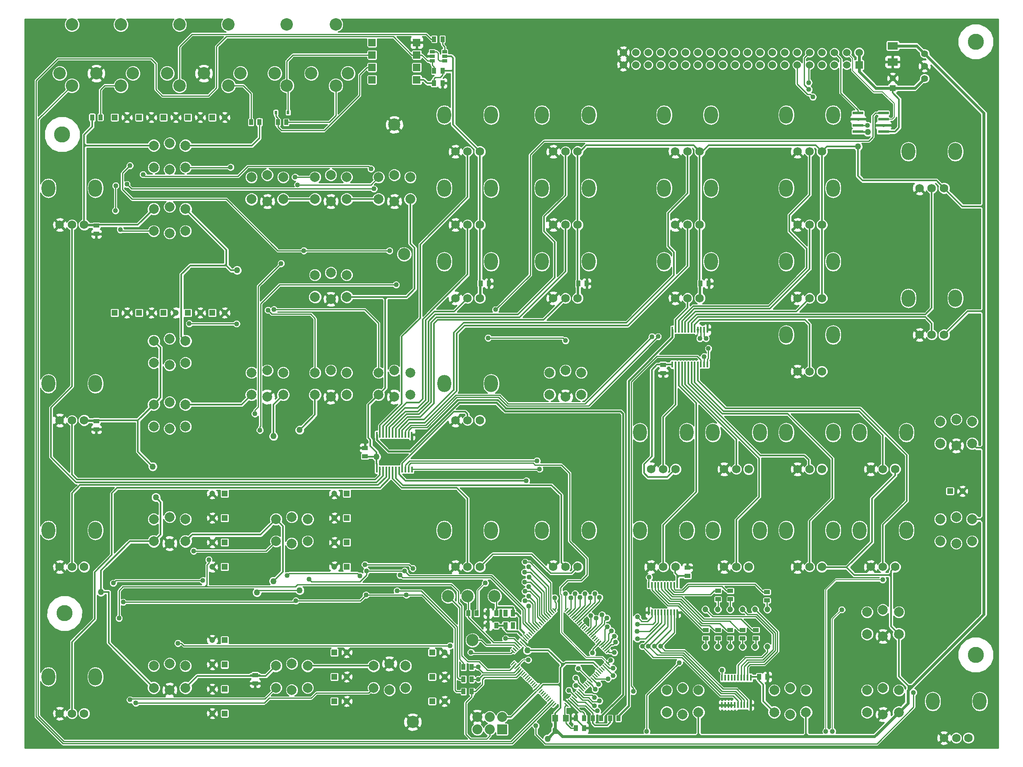
<source format=gbl>
%FSLAX46Y46*%
G04 Gerber Fmt 4.6, Leading zero omitted, Abs format (unit mm)*
G04 Created by KiCad (PCBNEW (2014-09-02 BZR 5112)-product) date 2015-02-13 10:23:51 PM*
%MOMM*%
G01*
G04 APERTURE LIST*
%ADD10C,0.500000*%
%ADD11R,1.250000X1.250000*%
%ADD12C,1.250000*%
%ADD13R,2.032000X1.524000*%
%ADD14R,0.609600X0.762000*%
%ADD15C,2.032000*%
%ADD16R,2.032000X2.032000*%
%ADD17R,1.524000X1.524000*%
%ADD18C,1.524000*%
%ADD19R,1.143000X1.397000*%
%ADD20R,1.500000X1.500000*%
%ADD21R,2.199640X0.599440*%
%ADD22R,0.406400X1.270000*%
%ADD23C,1.400000*%
%ADD24R,0.381000X1.270000*%
%ADD25R,1.000760X0.701040*%
%ADD26R,0.900000X1.400000*%
%ADD27C,2.500000*%
%ADD28C,3.302000*%
%ADD29C,2.000000*%
%ADD30R,0.812800X1.143000*%
%ADD31R,1.143000X0.812800*%
%ADD32O,2.800000X3.500000*%
%ADD33C,1.750000*%
%ADD34R,1.200000X1.200000*%
%ADD35C,1.200000*%
%ADD36C,2.540000*%
%ADD37C,1.270000*%
%ADD38C,1.016000*%
%ADD39C,0.254000*%
%ADD40C,0.203200*%
%ADD41C,0.355600*%
%ADD42C,0.406400*%
%ADD43C,0.609600*%
%ADD44C,0.253800*%
%ADD45C,0.304800*%
G04 APERTURE END LIST*
D10*
D11*
X178000000Y-14500000D03*
D12*
X178000000Y-12500000D03*
D13*
X178000000Y-5849000D03*
X178000000Y-9151000D03*
D14*
X54244600Y-19500000D03*
X51755400Y-19500000D03*
D10*
G36*
X110790262Y-140447229D02*
X110969867Y-140267624D01*
X111688288Y-140986045D01*
X111508683Y-141165650D01*
X110790262Y-140447229D01*
X110790262Y-140447229D01*
G37*
G36*
X119267624Y-131969867D02*
X119447229Y-131790262D01*
X120165650Y-132508683D01*
X119986045Y-132688288D01*
X119267624Y-131969867D01*
X119267624Y-131969867D01*
G37*
G36*
X118908414Y-132329078D02*
X119088019Y-132149473D01*
X119806440Y-132867894D01*
X119626835Y-133047499D01*
X118908414Y-132329078D01*
X118908414Y-132329078D01*
G37*
G36*
X118567164Y-132670327D02*
X118746769Y-132490722D01*
X119465190Y-133209143D01*
X119285585Y-133388748D01*
X118567164Y-132670327D01*
X118567164Y-132670327D01*
G37*
G36*
X118207954Y-133029538D02*
X118387559Y-132849933D01*
X119105980Y-133568354D01*
X118926375Y-133747959D01*
X118207954Y-133029538D01*
X118207954Y-133029538D01*
G37*
G36*
X117848744Y-133388748D02*
X118028349Y-133209143D01*
X118746770Y-133927564D01*
X118567165Y-134107169D01*
X117848744Y-133388748D01*
X117848744Y-133388748D01*
G37*
G36*
X117507494Y-133729998D02*
X117687099Y-133550393D01*
X118405520Y-134268814D01*
X118225915Y-134448419D01*
X117507494Y-133729998D01*
X117507494Y-133729998D01*
G37*
G36*
X117148284Y-134089208D02*
X117327889Y-133909603D01*
X118046310Y-134628024D01*
X117866705Y-134807629D01*
X117148284Y-134089208D01*
X117148284Y-134089208D01*
G37*
G36*
X116789073Y-134448418D02*
X116968678Y-134268813D01*
X117687099Y-134987234D01*
X117507494Y-135166839D01*
X116789073Y-134448418D01*
X116789073Y-134448418D01*
G37*
G36*
X116447824Y-134789668D02*
X116627429Y-134610063D01*
X117345850Y-135328484D01*
X117166245Y-135508089D01*
X116447824Y-134789668D01*
X116447824Y-134789668D01*
G37*
G36*
X116088613Y-135148878D02*
X116268218Y-134969273D01*
X116986639Y-135687694D01*
X116807034Y-135867299D01*
X116088613Y-135148878D01*
X116088613Y-135148878D01*
G37*
G36*
X115729403Y-135508088D02*
X115909008Y-135328483D01*
X116627429Y-136046904D01*
X116447824Y-136226509D01*
X115729403Y-135508088D01*
X115729403Y-135508088D01*
G37*
G36*
X115370193Y-135867299D02*
X115549798Y-135687694D01*
X116268219Y-136406115D01*
X116088614Y-136585720D01*
X115370193Y-135867299D01*
X115370193Y-135867299D01*
G37*
G36*
X115028943Y-136208548D02*
X115208548Y-136028943D01*
X115926969Y-136747364D01*
X115747364Y-136926969D01*
X115028943Y-136208548D01*
X115028943Y-136208548D01*
G37*
G36*
X114669733Y-136567758D02*
X114849338Y-136388153D01*
X115567759Y-137106574D01*
X115388154Y-137286179D01*
X114669733Y-136567758D01*
X114669733Y-136567758D01*
G37*
G36*
X114310523Y-136926969D02*
X114490128Y-136747364D01*
X115208549Y-137465785D01*
X115028944Y-137645390D01*
X114310523Y-136926969D01*
X114310523Y-136926969D01*
G37*
G36*
X113969273Y-137268218D02*
X114148878Y-137088613D01*
X114867299Y-137807034D01*
X114687694Y-137986639D01*
X113969273Y-137268218D01*
X113969273Y-137268218D01*
G37*
G36*
X113610063Y-137627429D02*
X113789668Y-137447824D01*
X114508089Y-138166245D01*
X114328484Y-138345850D01*
X113610063Y-137627429D01*
X113610063Y-137627429D01*
G37*
G36*
X113250853Y-137986639D02*
X113430458Y-137807034D01*
X114148879Y-138525455D01*
X113969274Y-138705060D01*
X113250853Y-137986639D01*
X113250853Y-137986639D01*
G37*
G36*
X112909603Y-138327889D02*
X113089208Y-138148284D01*
X113807629Y-138866705D01*
X113628024Y-139046310D01*
X112909603Y-138327889D01*
X112909603Y-138327889D01*
G37*
G36*
X112550393Y-138687099D02*
X112729998Y-138507494D01*
X113448419Y-139225915D01*
X113268814Y-139405520D01*
X112550393Y-138687099D01*
X112550393Y-138687099D01*
G37*
G36*
X112191182Y-139046309D02*
X112370787Y-138866704D01*
X113089208Y-139585125D01*
X112909603Y-139764730D01*
X112191182Y-139046309D01*
X112191182Y-139046309D01*
G37*
G36*
X111849933Y-139387559D02*
X112029538Y-139207954D01*
X112747959Y-139926375D01*
X112568354Y-140105980D01*
X111849933Y-139387559D01*
X111849933Y-139387559D01*
G37*
G36*
X111490722Y-139746769D02*
X111670327Y-139567164D01*
X112388748Y-140285585D01*
X112209143Y-140465190D01*
X111490722Y-139746769D01*
X111490722Y-139746769D01*
G37*
G36*
X111131512Y-140105979D02*
X111311117Y-139926374D01*
X112029538Y-140644795D01*
X111849933Y-140824400D01*
X111131512Y-140105979D01*
X111131512Y-140105979D01*
G37*
G36*
X119267624Y-130030133D02*
X119986045Y-129311712D01*
X120165650Y-129491317D01*
X119447229Y-130209738D01*
X119267624Y-130030133D01*
X119267624Y-130030133D01*
G37*
G36*
X110790262Y-121552771D02*
X111508683Y-120834350D01*
X111688288Y-121013955D01*
X110969867Y-121732376D01*
X110790262Y-121552771D01*
X110790262Y-121552771D01*
G37*
G36*
X111149473Y-121911981D02*
X111867894Y-121193560D01*
X112047499Y-121373165D01*
X111329078Y-122091586D01*
X111149473Y-121911981D01*
X111149473Y-121911981D01*
G37*
G36*
X111490722Y-122253231D02*
X112209143Y-121534810D01*
X112388748Y-121714415D01*
X111670327Y-122432836D01*
X111490722Y-122253231D01*
X111490722Y-122253231D01*
G37*
G36*
X111849933Y-122612441D02*
X112568354Y-121894020D01*
X112747959Y-122073625D01*
X112029538Y-122792046D01*
X111849933Y-122612441D01*
X111849933Y-122612441D01*
G37*
G36*
X112209143Y-122971651D02*
X112927564Y-122253230D01*
X113107169Y-122432835D01*
X112388748Y-123151256D01*
X112209143Y-122971651D01*
X112209143Y-122971651D01*
G37*
G36*
X112550393Y-123312901D02*
X113268814Y-122594480D01*
X113448419Y-122774085D01*
X112729998Y-123492506D01*
X112550393Y-123312901D01*
X112550393Y-123312901D01*
G37*
G36*
X112909603Y-123672111D02*
X113628024Y-122953690D01*
X113807629Y-123133295D01*
X113089208Y-123851716D01*
X112909603Y-123672111D01*
X112909603Y-123672111D01*
G37*
G36*
X113268813Y-124031322D02*
X113987234Y-123312901D01*
X114166839Y-123492506D01*
X113448418Y-124210927D01*
X113268813Y-124031322D01*
X113268813Y-124031322D01*
G37*
G36*
X113610063Y-124372571D02*
X114328484Y-123654150D01*
X114508089Y-123833755D01*
X113789668Y-124552176D01*
X113610063Y-124372571D01*
X113610063Y-124372571D01*
G37*
G36*
X113969273Y-124731782D02*
X114687694Y-124013361D01*
X114867299Y-124192966D01*
X114148878Y-124911387D01*
X113969273Y-124731782D01*
X113969273Y-124731782D01*
G37*
G36*
X114328483Y-125090992D02*
X115046904Y-124372571D01*
X115226509Y-124552176D01*
X114508088Y-125270597D01*
X114328483Y-125090992D01*
X114328483Y-125090992D01*
G37*
G36*
X114687694Y-125450202D02*
X115406115Y-124731781D01*
X115585720Y-124911386D01*
X114867299Y-125629807D01*
X114687694Y-125450202D01*
X114687694Y-125450202D01*
G37*
G36*
X115028943Y-125791452D02*
X115747364Y-125073031D01*
X115926969Y-125252636D01*
X115208548Y-125971057D01*
X115028943Y-125791452D01*
X115028943Y-125791452D01*
G37*
G36*
X115388153Y-126150662D02*
X116106574Y-125432241D01*
X116286179Y-125611846D01*
X115567758Y-126330267D01*
X115388153Y-126150662D01*
X115388153Y-126150662D01*
G37*
G36*
X115747364Y-126509872D02*
X116465785Y-125791451D01*
X116645390Y-125971056D01*
X115926969Y-126689477D01*
X115747364Y-126509872D01*
X115747364Y-126509872D01*
G37*
G36*
X116088613Y-126851122D02*
X116807034Y-126132701D01*
X116986639Y-126312306D01*
X116268218Y-127030727D01*
X116088613Y-126851122D01*
X116088613Y-126851122D01*
G37*
G36*
X116447824Y-127210332D02*
X117166245Y-126491911D01*
X117345850Y-126671516D01*
X116627429Y-127389937D01*
X116447824Y-127210332D01*
X116447824Y-127210332D01*
G37*
G36*
X116807034Y-127569542D02*
X117525455Y-126851121D01*
X117705060Y-127030726D01*
X116986639Y-127749147D01*
X116807034Y-127569542D01*
X116807034Y-127569542D01*
G37*
G36*
X117148284Y-127910792D02*
X117866705Y-127192371D01*
X118046310Y-127371976D01*
X117327889Y-128090397D01*
X117148284Y-127910792D01*
X117148284Y-127910792D01*
G37*
G36*
X117507494Y-128270002D02*
X118225915Y-127551581D01*
X118405520Y-127731186D01*
X117687099Y-128449607D01*
X117507494Y-128270002D01*
X117507494Y-128270002D01*
G37*
G36*
X117866704Y-128629213D02*
X118585125Y-127910792D01*
X118764730Y-128090397D01*
X118046309Y-128808818D01*
X117866704Y-128629213D01*
X117866704Y-128629213D01*
G37*
G36*
X118207954Y-128970462D02*
X118926375Y-128252041D01*
X119105980Y-128431646D01*
X118387559Y-129150067D01*
X118207954Y-128970462D01*
X118207954Y-128970462D01*
G37*
G36*
X118567164Y-129329673D02*
X119285585Y-128611252D01*
X119465190Y-128790857D01*
X118746769Y-129509278D01*
X118567164Y-129329673D01*
X118567164Y-129329673D01*
G37*
G36*
X118926374Y-129688883D02*
X119644795Y-128970462D01*
X119824400Y-129150067D01*
X119105979Y-129868488D01*
X118926374Y-129688883D01*
X118926374Y-129688883D01*
G37*
G36*
X108311712Y-140986045D02*
X109030133Y-140267624D01*
X109209738Y-140447229D01*
X108491317Y-141165650D01*
X108311712Y-140986045D01*
X108311712Y-140986045D01*
G37*
G36*
X107952501Y-140626835D02*
X108670922Y-139908414D01*
X108850527Y-140088019D01*
X108132106Y-140806440D01*
X107952501Y-140626835D01*
X107952501Y-140626835D01*
G37*
G36*
X107611252Y-140285585D02*
X108329673Y-139567164D01*
X108509278Y-139746769D01*
X107790857Y-140465190D01*
X107611252Y-140285585D01*
X107611252Y-140285585D01*
G37*
G36*
X107252041Y-139926375D02*
X107970462Y-139207954D01*
X108150067Y-139387559D01*
X107431646Y-140105980D01*
X107252041Y-139926375D01*
X107252041Y-139926375D01*
G37*
G36*
X106892831Y-139567165D02*
X107611252Y-138848744D01*
X107790857Y-139028349D01*
X107072436Y-139746770D01*
X106892831Y-139567165D01*
X106892831Y-139567165D01*
G37*
G36*
X106551581Y-139225915D02*
X107270002Y-138507494D01*
X107449607Y-138687099D01*
X106731186Y-139405520D01*
X106551581Y-139225915D01*
X106551581Y-139225915D01*
G37*
G36*
X106192371Y-138866705D02*
X106910792Y-138148284D01*
X107090397Y-138327889D01*
X106371976Y-139046310D01*
X106192371Y-138866705D01*
X106192371Y-138866705D01*
G37*
G36*
X105833161Y-138507494D02*
X106551582Y-137789073D01*
X106731187Y-137968678D01*
X106012766Y-138687099D01*
X105833161Y-138507494D01*
X105833161Y-138507494D01*
G37*
G36*
X105491911Y-138166245D02*
X106210332Y-137447824D01*
X106389937Y-137627429D01*
X105671516Y-138345850D01*
X105491911Y-138166245D01*
X105491911Y-138166245D01*
G37*
G36*
X105132701Y-137807034D02*
X105851122Y-137088613D01*
X106030727Y-137268218D01*
X105312306Y-137986639D01*
X105132701Y-137807034D01*
X105132701Y-137807034D01*
G37*
G36*
X104773491Y-137447824D02*
X105491912Y-136729403D01*
X105671517Y-136909008D01*
X104953096Y-137627429D01*
X104773491Y-137447824D01*
X104773491Y-137447824D01*
G37*
G36*
X104414280Y-137088614D02*
X105132701Y-136370193D01*
X105312306Y-136549798D01*
X104593885Y-137268219D01*
X104414280Y-137088614D01*
X104414280Y-137088614D01*
G37*
G36*
X104073031Y-136747364D02*
X104791452Y-136028943D01*
X104971057Y-136208548D01*
X104252636Y-136926969D01*
X104073031Y-136747364D01*
X104073031Y-136747364D01*
G37*
G36*
X103713821Y-136388154D02*
X104432242Y-135669733D01*
X104611847Y-135849338D01*
X103893426Y-136567759D01*
X103713821Y-136388154D01*
X103713821Y-136388154D01*
G37*
G36*
X103354610Y-136028944D02*
X104073031Y-135310523D01*
X104252636Y-135490128D01*
X103534215Y-136208549D01*
X103354610Y-136028944D01*
X103354610Y-136028944D01*
G37*
G36*
X103013361Y-135687694D02*
X103731782Y-134969273D01*
X103911387Y-135148878D01*
X103192966Y-135867299D01*
X103013361Y-135687694D01*
X103013361Y-135687694D01*
G37*
G36*
X102654150Y-135328484D02*
X103372571Y-134610063D01*
X103552176Y-134789668D01*
X102833755Y-135508089D01*
X102654150Y-135328484D01*
X102654150Y-135328484D01*
G37*
G36*
X102294940Y-134969274D02*
X103013361Y-134250853D01*
X103192966Y-134430458D01*
X102474545Y-135148879D01*
X102294940Y-134969274D01*
X102294940Y-134969274D01*
G37*
G36*
X101953690Y-134628024D02*
X102672111Y-133909603D01*
X102851716Y-134089208D01*
X102133295Y-134807629D01*
X101953690Y-134628024D01*
X101953690Y-134628024D01*
G37*
G36*
X101594480Y-134268814D02*
X102312901Y-133550393D01*
X102492506Y-133729998D01*
X101774085Y-134448419D01*
X101594480Y-134268814D01*
X101594480Y-134268814D01*
G37*
G36*
X101235270Y-133909603D02*
X101953691Y-133191182D01*
X102133296Y-133370787D01*
X101414875Y-134089208D01*
X101235270Y-133909603D01*
X101235270Y-133909603D01*
G37*
G36*
X100894020Y-133568354D02*
X101612441Y-132849933D01*
X101792046Y-133029538D01*
X101073625Y-133747959D01*
X100894020Y-133568354D01*
X100894020Y-133568354D01*
G37*
G36*
X100534810Y-133209143D02*
X101253231Y-132490722D01*
X101432836Y-132670327D01*
X100714415Y-133388748D01*
X100534810Y-133209143D01*
X100534810Y-133209143D01*
G37*
G36*
X100175600Y-132849933D02*
X100894021Y-132131512D01*
X101073626Y-132311117D01*
X100355205Y-133029538D01*
X100175600Y-132849933D01*
X100175600Y-132849933D01*
G37*
G36*
X99834350Y-132508683D02*
X100552771Y-131790262D01*
X100732376Y-131969867D01*
X100013955Y-132688288D01*
X99834350Y-132508683D01*
X99834350Y-132508683D01*
G37*
G36*
X99834350Y-129491317D02*
X100013955Y-129311712D01*
X100732376Y-130030133D01*
X100552771Y-130209738D01*
X99834350Y-129491317D01*
X99834350Y-129491317D01*
G37*
G36*
X100193560Y-129132106D02*
X100373165Y-128952501D01*
X101091586Y-129670922D01*
X100911981Y-129850527D01*
X100193560Y-129132106D01*
X100193560Y-129132106D01*
G37*
G36*
X100534810Y-128790857D02*
X100714415Y-128611252D01*
X101432836Y-129329673D01*
X101253231Y-129509278D01*
X100534810Y-128790857D01*
X100534810Y-128790857D01*
G37*
G36*
X100894020Y-128431646D02*
X101073625Y-128252041D01*
X101792046Y-128970462D01*
X101612441Y-129150067D01*
X100894020Y-128431646D01*
X100894020Y-128431646D01*
G37*
G36*
X101253230Y-128072436D02*
X101432835Y-127892831D01*
X102151256Y-128611252D01*
X101971651Y-128790857D01*
X101253230Y-128072436D01*
X101253230Y-128072436D01*
G37*
G36*
X101594480Y-127731186D02*
X101774085Y-127551581D01*
X102492506Y-128270002D01*
X102312901Y-128449607D01*
X101594480Y-127731186D01*
X101594480Y-127731186D01*
G37*
G36*
X101953690Y-127371976D02*
X102133295Y-127192371D01*
X102851716Y-127910792D01*
X102672111Y-128090397D01*
X101953690Y-127371976D01*
X101953690Y-127371976D01*
G37*
G36*
X102312901Y-127012766D02*
X102492506Y-126833161D01*
X103210927Y-127551582D01*
X103031322Y-127731187D01*
X102312901Y-127012766D01*
X102312901Y-127012766D01*
G37*
G36*
X102654150Y-126671516D02*
X102833755Y-126491911D01*
X103552176Y-127210332D01*
X103372571Y-127389937D01*
X102654150Y-126671516D01*
X102654150Y-126671516D01*
G37*
G36*
X103013361Y-126312306D02*
X103192966Y-126132701D01*
X103911387Y-126851122D01*
X103731782Y-127030727D01*
X103013361Y-126312306D01*
X103013361Y-126312306D01*
G37*
G36*
X103372571Y-125953096D02*
X103552176Y-125773491D01*
X104270597Y-126491912D01*
X104090992Y-126671517D01*
X103372571Y-125953096D01*
X103372571Y-125953096D01*
G37*
G36*
X103731781Y-125593885D02*
X103911386Y-125414280D01*
X104629807Y-126132701D01*
X104450202Y-126312306D01*
X103731781Y-125593885D01*
X103731781Y-125593885D01*
G37*
G36*
X104073031Y-125252636D02*
X104252636Y-125073031D01*
X104971057Y-125791452D01*
X104791452Y-125971057D01*
X104073031Y-125252636D01*
X104073031Y-125252636D01*
G37*
G36*
X104432241Y-124893426D02*
X104611846Y-124713821D01*
X105330267Y-125432242D01*
X105150662Y-125611847D01*
X104432241Y-124893426D01*
X104432241Y-124893426D01*
G37*
G36*
X104791451Y-124534215D02*
X104971056Y-124354610D01*
X105689477Y-125073031D01*
X105509872Y-125252636D01*
X104791451Y-124534215D01*
X104791451Y-124534215D01*
G37*
G36*
X105132701Y-124192966D02*
X105312306Y-124013361D01*
X106030727Y-124731782D01*
X105851122Y-124911387D01*
X105132701Y-124192966D01*
X105132701Y-124192966D01*
G37*
G36*
X105491911Y-123833755D02*
X105671516Y-123654150D01*
X106389937Y-124372571D01*
X106210332Y-124552176D01*
X105491911Y-123833755D01*
X105491911Y-123833755D01*
G37*
G36*
X105851121Y-123474545D02*
X106030726Y-123294940D01*
X106749147Y-124013361D01*
X106569542Y-124192966D01*
X105851121Y-123474545D01*
X105851121Y-123474545D01*
G37*
G36*
X106192371Y-123133295D02*
X106371976Y-122953690D01*
X107090397Y-123672111D01*
X106910792Y-123851716D01*
X106192371Y-123133295D01*
X106192371Y-123133295D01*
G37*
G36*
X106551581Y-122774085D02*
X106731186Y-122594480D01*
X107449607Y-123312901D01*
X107270002Y-123492506D01*
X106551581Y-122774085D01*
X106551581Y-122774085D01*
G37*
G36*
X106910792Y-122414875D02*
X107090397Y-122235270D01*
X107808818Y-122953691D01*
X107629213Y-123133296D01*
X106910792Y-122414875D01*
X106910792Y-122414875D01*
G37*
G36*
X107252041Y-122073625D02*
X107431646Y-121894020D01*
X108150067Y-122612441D01*
X107970462Y-122792046D01*
X107252041Y-122073625D01*
X107252041Y-122073625D01*
G37*
G36*
X107611252Y-121714415D02*
X107790857Y-121534810D01*
X108509278Y-122253231D01*
X108329673Y-122432836D01*
X107611252Y-121714415D01*
X107611252Y-121714415D01*
G37*
G36*
X107970462Y-121355205D02*
X108150067Y-121175600D01*
X108868488Y-121894021D01*
X108688883Y-122073626D01*
X107970462Y-121355205D01*
X107970462Y-121355205D01*
G37*
G36*
X108311712Y-121013955D02*
X108491317Y-120834350D01*
X109209738Y-121552771D01*
X109030133Y-121732376D01*
X108311712Y-121013955D01*
X108311712Y-121013955D01*
G37*
D15*
X92960000Y-145770000D03*
X95500000Y-145770000D03*
D16*
X98040000Y-145770000D03*
D15*
X92960000Y-143230000D03*
X95500000Y-143230000D03*
X98040000Y-143230000D03*
D17*
X171130000Y-9770000D03*
D18*
X171130000Y-7230000D03*
X158430000Y-9770000D03*
X168590000Y-7230000D03*
X155890000Y-9770000D03*
X166050000Y-7230000D03*
X153350000Y-9770000D03*
X163510000Y-7230000D03*
X150810000Y-9770000D03*
X160970000Y-7230000D03*
X148270000Y-9770000D03*
X158430000Y-7230000D03*
X145730000Y-9770000D03*
X155890000Y-7230000D03*
X143190000Y-9770000D03*
X153350000Y-7230000D03*
X140650000Y-9770000D03*
X150810000Y-7230000D03*
X138110000Y-9770000D03*
X148270000Y-7230000D03*
X135570000Y-9770000D03*
X145730000Y-7230000D03*
X133030000Y-9770000D03*
X143190000Y-7230000D03*
X140650000Y-7230000D03*
X130490000Y-9770000D03*
X138110000Y-7230000D03*
X133030000Y-7230000D03*
X130490000Y-7230000D03*
X127950000Y-7230000D03*
X125410000Y-7230000D03*
X127950000Y-9770000D03*
X125410000Y-9770000D03*
X168590000Y-9770000D03*
X166050000Y-9770000D03*
X163510000Y-9770000D03*
X160970000Y-9770000D03*
X122870000Y-9770000D03*
X122870000Y-7230000D03*
X135570000Y-7230000D03*
D19*
X108920500Y-143500000D03*
X111079500Y-143500000D03*
D20*
X71428000Y-10270000D03*
X71428000Y-7730000D03*
X71428000Y-5190000D03*
X71428000Y-12810000D03*
X80572000Y-12810000D03*
X80572000Y-10270000D03*
X80572000Y-7730000D03*
X80572000Y-5190000D03*
D21*
X176098420Y-19595000D03*
X176098420Y-20865000D03*
X176098420Y-22135000D03*
X176098420Y-23405000D03*
X170901580Y-23405000D03*
X170901580Y-22135000D03*
X170901580Y-20865000D03*
X170901580Y-19595000D03*
D22*
X72409000Y-85444000D03*
X73044000Y-85444000D03*
X73704400Y-85444000D03*
X74364800Y-85444000D03*
X74999800Y-85444000D03*
X75660200Y-85444000D03*
X76320600Y-85444000D03*
X76955600Y-85444000D03*
X77616000Y-85444000D03*
X78251000Y-85444000D03*
X78911400Y-85444000D03*
X79571800Y-85444000D03*
X79597200Y-92556000D03*
X78911400Y-92556000D03*
X78251000Y-92556000D03*
X77616000Y-92556000D03*
X76955600Y-92556000D03*
X76320600Y-92556000D03*
X75660200Y-92556000D03*
X74999800Y-92556000D03*
X74364800Y-92556000D03*
X73704400Y-92556000D03*
X73044000Y-92556000D03*
X72409000Y-92556000D03*
D23*
X184500000Y-10000000D03*
X184500000Y-12540000D03*
X184500000Y-7460000D03*
D22*
X132909000Y-63944000D03*
X133544000Y-63944000D03*
X134204400Y-63944000D03*
X134864800Y-63944000D03*
X135499800Y-63944000D03*
X136160200Y-63944000D03*
X136820600Y-63944000D03*
X137455600Y-63944000D03*
X138116000Y-63944000D03*
X138751000Y-63944000D03*
X139411400Y-63944000D03*
X140071800Y-63944000D03*
X140097200Y-71056000D03*
X139411400Y-71056000D03*
X138751000Y-71056000D03*
X138116000Y-71056000D03*
X137455600Y-71056000D03*
X136820600Y-71056000D03*
X136160200Y-71056000D03*
X135499800Y-71056000D03*
X134864800Y-71056000D03*
X134204400Y-71056000D03*
X133544000Y-71056000D03*
X132909000Y-71056000D03*
D24*
X148925000Y-140800000D03*
X148275600Y-140799080D03*
X147625360Y-140799080D03*
X146975120Y-140799080D03*
X146324880Y-140799080D03*
X145674640Y-140799080D03*
X145024400Y-140799080D03*
X144374160Y-140799080D03*
X143725000Y-140800000D03*
X143075000Y-140800000D03*
X143075000Y-135200000D03*
X143724880Y-135200920D03*
X144375120Y-135200920D03*
X145025360Y-135200920D03*
X145675600Y-135200920D03*
X146325840Y-135200920D03*
X146975000Y-135200000D03*
X147625000Y-135200000D03*
X148275000Y-135200000D03*
X148925000Y-135200000D03*
X133925000Y-121800000D03*
X133275600Y-121799080D03*
X132625360Y-121799080D03*
X131975120Y-121799080D03*
X131324880Y-121799080D03*
X130674640Y-121799080D03*
X130024400Y-121799080D03*
X129374160Y-121799080D03*
X128725000Y-121800000D03*
X128075000Y-121800000D03*
X128075000Y-116200000D03*
X128724880Y-116200920D03*
X129375120Y-116200920D03*
X130025360Y-116200920D03*
X130675600Y-116200920D03*
X131325840Y-116200920D03*
X131975000Y-116200000D03*
X132625000Y-116200000D03*
X133275000Y-116200000D03*
X133925000Y-116200000D03*
D25*
X86270000Y-8952500D03*
X86270000Y-8000000D03*
X86270000Y-7047500D03*
X83730000Y-7047500D03*
X83730000Y-8000000D03*
X83730000Y-8952500D03*
D26*
X100275000Y-124525000D03*
X100275000Y-121975000D03*
X98725000Y-121975000D03*
X98725000Y-124525000D03*
D27*
X87000000Y-118500000D03*
X78000000Y-48500000D03*
X96500000Y-118500000D03*
X91000000Y-118500000D03*
X92000000Y-127500000D03*
D28*
X8000000Y-24000000D03*
X8500000Y-122000000D03*
X195000000Y-130500000D03*
X195000000Y-5000000D03*
D29*
X157000000Y-137300000D03*
X157000000Y-142700000D03*
X153750000Y-137750000D03*
X153750000Y-142250000D03*
X160250000Y-137750000D03*
X160250000Y-142250000D03*
X135000000Y-137300000D03*
X135000000Y-142700000D03*
X131750000Y-137750000D03*
X131750000Y-142250000D03*
X138250000Y-137750000D03*
X138250000Y-142250000D03*
X55000000Y-137700000D03*
X55000000Y-132300000D03*
X58250000Y-137250000D03*
X58250000Y-132750000D03*
X51750000Y-137250000D03*
X51750000Y-132750000D03*
X55000000Y-107700000D03*
X55000000Y-102300000D03*
X58250000Y-107250000D03*
X58250000Y-102750000D03*
X51750000Y-107250000D03*
X51750000Y-102750000D03*
X30000000Y-84200000D03*
X30000000Y-78800000D03*
X33250000Y-83750000D03*
X33250000Y-79250000D03*
X26750000Y-83750000D03*
X26750000Y-79250000D03*
X30000000Y-71200000D03*
X30000000Y-65800000D03*
X33250000Y-70750000D03*
X33250000Y-66250000D03*
X26750000Y-70750000D03*
X26750000Y-66250000D03*
X30000000Y-44200000D03*
X30000000Y-38800000D03*
X33250000Y-43750000D03*
X33250000Y-39250000D03*
X26750000Y-43750000D03*
X26750000Y-39250000D03*
X30000000Y-31200000D03*
X30000000Y-25800000D03*
X33250000Y-30750000D03*
X33250000Y-26250000D03*
X26750000Y-30750000D03*
X26750000Y-26250000D03*
X30000000Y-102300000D03*
X30000000Y-107700000D03*
X26750000Y-102750000D03*
X26750000Y-107250000D03*
X33250000Y-102750000D03*
X33250000Y-107250000D03*
X30000000Y-132300000D03*
X30000000Y-137700000D03*
X26750000Y-132750000D03*
X26750000Y-137250000D03*
X33250000Y-132750000D03*
X33250000Y-137250000D03*
X75000000Y-137700000D03*
X75000000Y-132300000D03*
X78250000Y-137250000D03*
X78250000Y-132750000D03*
X71750000Y-137250000D03*
X71750000Y-132750000D03*
X176000000Y-137300000D03*
X176000000Y-142700000D03*
X172750000Y-137750000D03*
X172750000Y-142250000D03*
X179250000Y-137750000D03*
X179250000Y-142250000D03*
X176000000Y-121300000D03*
X176000000Y-126700000D03*
X172750000Y-121750000D03*
X172750000Y-126250000D03*
X179250000Y-121750000D03*
X179250000Y-126250000D03*
X191000000Y-82300000D03*
X191000000Y-87700000D03*
X187750000Y-82750000D03*
X187750000Y-87250000D03*
X194250000Y-82750000D03*
X194250000Y-87250000D03*
X111000000Y-72300000D03*
X111000000Y-77700000D03*
X107750000Y-72750000D03*
X107750000Y-77250000D03*
X114250000Y-72750000D03*
X114250000Y-77250000D03*
X76000000Y-72300000D03*
X76000000Y-77700000D03*
X72750000Y-72750000D03*
X72750000Y-77250000D03*
X79250000Y-72750000D03*
X79250000Y-77250000D03*
X63000000Y-72300000D03*
X63000000Y-77700000D03*
X59750000Y-72750000D03*
X59750000Y-77250000D03*
X66250000Y-72750000D03*
X66250000Y-77250000D03*
X50000000Y-72300000D03*
X50000000Y-77700000D03*
X46750000Y-72750000D03*
X46750000Y-77250000D03*
X53250000Y-72750000D03*
X53250000Y-77250000D03*
X63000000Y-52300000D03*
X63000000Y-57700000D03*
X59750000Y-52750000D03*
X59750000Y-57250000D03*
X66250000Y-52750000D03*
X66250000Y-57250000D03*
X76000000Y-32300000D03*
X76000000Y-37700000D03*
X72750000Y-32750000D03*
X72750000Y-37250000D03*
X79250000Y-32750000D03*
X79250000Y-37250000D03*
X63000000Y-32300000D03*
X63000000Y-37700000D03*
X59750000Y-32750000D03*
X59750000Y-37250000D03*
X66250000Y-32750000D03*
X66250000Y-37250000D03*
X50000000Y-32300000D03*
X50000000Y-37700000D03*
X46750000Y-32750000D03*
X46750000Y-37250000D03*
X53250000Y-32750000D03*
X53250000Y-37250000D03*
X191000000Y-102300000D03*
X191000000Y-107700000D03*
X187750000Y-102750000D03*
X187750000Y-107250000D03*
X194250000Y-102750000D03*
X194250000Y-107250000D03*
D30*
X114850900Y-143500000D03*
X113149100Y-143500000D03*
X95149100Y-124500000D03*
X96850900Y-124500000D03*
X95149100Y-122000000D03*
X96850900Y-122000000D03*
D31*
X70000000Y-89850900D03*
X70000000Y-88149100D03*
D30*
X113149100Y-145500000D03*
X114850900Y-145500000D03*
D31*
X15000000Y-42649100D03*
X15000000Y-44350900D03*
X131000000Y-71149100D03*
X131000000Y-72850900D03*
X136000000Y-114350900D03*
X136000000Y-112649100D03*
D30*
X150649100Y-135000000D03*
X152350900Y-135000000D03*
X84149100Y-13500000D03*
X85850900Y-13500000D03*
X93649100Y-54500000D03*
X95350900Y-54500000D03*
X138649100Y-54500000D03*
X140350900Y-54500000D03*
X113649100Y-54500000D03*
X115350900Y-54500000D03*
D31*
X15000000Y-82649100D03*
X15000000Y-84350900D03*
X47500000Y-134649100D03*
X47500000Y-136350900D03*
D30*
X91149100Y-122000000D03*
X92850900Y-122000000D03*
X118350900Y-143500000D03*
X116649100Y-143500000D03*
X121850900Y-143500000D03*
X120149100Y-143500000D03*
X52149100Y-21500000D03*
X53850900Y-21500000D03*
X14149100Y-20500000D03*
X15850900Y-20500000D03*
D31*
X142250000Y-119100900D03*
X142250000Y-117399100D03*
X152250000Y-119350900D03*
X152250000Y-117649100D03*
X147250000Y-127100900D03*
X147250000Y-125399100D03*
X142250000Y-127100900D03*
X142250000Y-125399100D03*
D30*
X84149100Y-4500000D03*
X85850900Y-4500000D03*
D31*
X139750000Y-127100900D03*
X139750000Y-125399100D03*
X144750000Y-119100900D03*
X144750000Y-117399100D03*
X150000000Y-127100900D03*
X150000000Y-125399100D03*
X144750000Y-127100900D03*
X144750000Y-125399100D03*
D30*
X84149100Y-11000000D03*
X85850900Y-11000000D03*
X48350900Y-21500000D03*
X46649100Y-21500000D03*
X90149100Y-138000000D03*
X91850900Y-138000000D03*
X90149100Y-135500000D03*
X91850900Y-135500000D03*
X90149100Y-133000000D03*
X91850900Y-133000000D03*
D32*
X195800000Y-140000000D03*
X186200000Y-140000000D03*
D33*
X193500000Y-147500000D03*
X191000000Y-147500000D03*
X188500000Y-147500000D03*
D32*
X180800000Y-105000000D03*
X171200000Y-105000000D03*
D33*
X178500000Y-112500000D03*
X176000000Y-112500000D03*
X173500000Y-112500000D03*
D32*
X165800000Y-105000000D03*
X156200000Y-105000000D03*
D33*
X163500000Y-112500000D03*
X161000000Y-112500000D03*
X158500000Y-112500000D03*
D32*
X150800000Y-105000000D03*
X141200000Y-105000000D03*
D33*
X148500000Y-112500000D03*
X146000000Y-112500000D03*
X143500000Y-112500000D03*
D32*
X135850000Y-105000000D03*
X126250000Y-105000000D03*
D33*
X133550000Y-112500000D03*
X131050000Y-112500000D03*
X128550000Y-112500000D03*
D32*
X115800000Y-105000000D03*
X106200000Y-105000000D03*
D33*
X113500000Y-112500000D03*
X111000000Y-112500000D03*
X108500000Y-112500000D03*
D32*
X95800000Y-105000000D03*
X86200000Y-105000000D03*
D33*
X93500000Y-112500000D03*
X91000000Y-112500000D03*
X88500000Y-112500000D03*
D32*
X14800000Y-135000000D03*
X5200000Y-135000000D03*
D33*
X12500000Y-142500000D03*
X10000000Y-142500000D03*
X7500000Y-142500000D03*
D32*
X14800000Y-105000000D03*
X5200000Y-105000000D03*
D33*
X12500000Y-112500000D03*
X10000000Y-112500000D03*
X7500000Y-112500000D03*
D32*
X180800000Y-85000000D03*
X171200000Y-85000000D03*
D33*
X178500000Y-92500000D03*
X176000000Y-92500000D03*
X173500000Y-92500000D03*
D32*
X165800000Y-85000000D03*
X156200000Y-85000000D03*
D33*
X163500000Y-92500000D03*
X161000000Y-92500000D03*
X158500000Y-92500000D03*
D32*
X150800000Y-85000000D03*
X141200000Y-85000000D03*
D33*
X148500000Y-92500000D03*
X146000000Y-92500000D03*
X143500000Y-92500000D03*
D32*
X135850000Y-85000000D03*
X126250000Y-85000000D03*
D33*
X133550000Y-92500000D03*
X131050000Y-92500000D03*
X128550000Y-92500000D03*
D32*
X190800000Y-57500000D03*
X181200000Y-57500000D03*
D33*
X188500000Y-65000000D03*
X186000000Y-65000000D03*
X183500000Y-65000000D03*
D32*
X190800000Y-27500000D03*
X181200000Y-27500000D03*
D33*
X188500000Y-35000000D03*
X186000000Y-35000000D03*
X183500000Y-35000000D03*
D32*
X165800000Y-65000000D03*
X156200000Y-65000000D03*
D33*
X163500000Y-72500000D03*
X161000000Y-72500000D03*
X158500000Y-72500000D03*
D32*
X165800000Y-50000000D03*
X156200000Y-50000000D03*
D33*
X163500000Y-57500000D03*
X161000000Y-57500000D03*
X158500000Y-57500000D03*
D32*
X165800000Y-35000000D03*
X156200000Y-35000000D03*
D33*
X163500000Y-42500000D03*
X161000000Y-42500000D03*
X158500000Y-42500000D03*
D32*
X165800000Y-20000000D03*
X156200000Y-20000000D03*
D33*
X163500000Y-27500000D03*
X161000000Y-27500000D03*
X158500000Y-27500000D03*
D32*
X140800000Y-50000000D03*
X131200000Y-50000000D03*
D33*
X138500000Y-57500000D03*
X136000000Y-57500000D03*
X133500000Y-57500000D03*
D32*
X140800000Y-35000000D03*
X131200000Y-35000000D03*
D33*
X138500000Y-42500000D03*
X136000000Y-42500000D03*
X133500000Y-42500000D03*
D32*
X140800000Y-20000000D03*
X131200000Y-20000000D03*
D33*
X138500000Y-27500000D03*
X136000000Y-27500000D03*
X133500000Y-27500000D03*
D32*
X95800000Y-75000000D03*
X86200000Y-75000000D03*
D33*
X93500000Y-82500000D03*
X91000000Y-82500000D03*
X88500000Y-82500000D03*
D32*
X14800000Y-75000000D03*
X5200000Y-75000000D03*
D33*
X12500000Y-82500000D03*
X10000000Y-82500000D03*
X7500000Y-82500000D03*
D32*
X115800000Y-50000000D03*
X106200000Y-50000000D03*
D33*
X113500000Y-57500000D03*
X111000000Y-57500000D03*
X108500000Y-57500000D03*
D32*
X115800000Y-35000000D03*
X106200000Y-35000000D03*
D33*
X113500000Y-42500000D03*
X111000000Y-42500000D03*
X108500000Y-42500000D03*
D32*
X115800000Y-20000000D03*
X106200000Y-20000000D03*
D33*
X113500000Y-27500000D03*
X111000000Y-27500000D03*
X108500000Y-27500000D03*
D32*
X95800000Y-50000000D03*
X86200000Y-50000000D03*
D33*
X93500000Y-57500000D03*
X91000000Y-57500000D03*
X88500000Y-57500000D03*
D32*
X95800000Y-35000000D03*
X86200000Y-35000000D03*
D33*
X93500000Y-42500000D03*
X91000000Y-42500000D03*
X88500000Y-42500000D03*
D32*
X95800000Y-20000000D03*
X86200000Y-20000000D03*
D33*
X93500000Y-27500000D03*
X91000000Y-27500000D03*
X88500000Y-27500000D03*
D32*
X14800000Y-35000000D03*
X5200000Y-35000000D03*
D33*
X12500000Y-42500000D03*
X10000000Y-42500000D03*
X7500000Y-42500000D03*
D34*
X18730000Y-20500000D03*
D35*
X21270000Y-20500000D03*
D34*
X23730000Y-20500000D03*
D35*
X26270000Y-20500000D03*
D34*
X28730000Y-20500000D03*
D35*
X31270000Y-20500000D03*
D34*
X33730000Y-20500000D03*
D35*
X36270000Y-20500000D03*
D34*
X38730000Y-20500000D03*
D35*
X41270000Y-20500000D03*
D34*
X18730000Y-60500000D03*
D35*
X21270000Y-60500000D03*
D34*
X23730000Y-60500000D03*
D35*
X26270000Y-60500000D03*
D34*
X28730000Y-60500000D03*
D35*
X31270000Y-60500000D03*
D34*
X33730000Y-60500000D03*
D35*
X36270000Y-60500000D03*
D34*
X38730000Y-60500000D03*
D35*
X41270000Y-60500000D03*
D34*
X41270000Y-97500000D03*
D35*
X38730000Y-97500000D03*
D34*
X41270000Y-102500000D03*
D35*
X38730000Y-102500000D03*
D34*
X41270000Y-107500000D03*
D35*
X38730000Y-107500000D03*
D34*
X41270000Y-112500000D03*
D35*
X38730000Y-112500000D03*
D34*
X66270000Y-97500000D03*
D35*
X63730000Y-97500000D03*
D34*
X66270000Y-102500000D03*
D35*
X63730000Y-102500000D03*
D34*
X66270000Y-107500000D03*
D35*
X63730000Y-107500000D03*
D34*
X66270000Y-112500000D03*
D35*
X63730000Y-112500000D03*
D34*
X41270000Y-127500000D03*
D35*
X38730000Y-127500000D03*
D34*
X41270000Y-132500000D03*
D35*
X38730000Y-132500000D03*
D34*
X41270000Y-137500000D03*
D35*
X38730000Y-137500000D03*
D34*
X41270000Y-142500000D03*
D35*
X38730000Y-142500000D03*
D34*
X63730000Y-130000000D03*
D35*
X66270000Y-130000000D03*
D34*
X63730000Y-135000000D03*
D35*
X66270000Y-135000000D03*
D34*
X63730000Y-140000000D03*
D35*
X66270000Y-140000000D03*
D34*
X83730000Y-130000000D03*
D35*
X86270000Y-130000000D03*
D34*
X83730000Y-135000000D03*
D35*
X86270000Y-135000000D03*
D34*
X83730000Y-140000000D03*
D35*
X86270000Y-140000000D03*
D34*
X189730000Y-97000000D03*
D35*
X192270000Y-97000000D03*
D36*
X37000000Y-11500000D03*
X44500000Y-11500000D03*
X29500000Y-11500000D03*
X32000000Y-14000000D03*
X42000000Y-14000000D03*
X32000000Y-1500000D03*
X42000000Y-1500000D03*
X59000000Y-11500000D03*
X66500000Y-11500000D03*
X51500000Y-11500000D03*
X54000000Y-14000000D03*
X64000000Y-14000000D03*
X54000000Y-1500000D03*
X64000000Y-1500000D03*
X15000000Y-11500000D03*
X22500000Y-11500000D03*
X7500000Y-11500000D03*
X10000000Y-14000000D03*
X20000000Y-14000000D03*
X10000000Y-1500000D03*
X20000000Y-1500000D03*
D35*
X139650000Y-128810000D03*
X142190000Y-128810000D03*
X144730000Y-128810000D03*
X147270000Y-128810000D03*
X149810000Y-128810000D03*
X152350000Y-128810000D03*
X152350000Y-121190000D03*
X149810000Y-121190000D03*
X147270000Y-121190000D03*
X144730000Y-121190000D03*
X142190000Y-121190000D03*
X139650000Y-121190000D03*
D27*
X79750000Y-144250000D03*
X76000000Y-22000000D03*
D37*
X112038667Y-142001476D03*
X107326349Y-143123651D03*
X104283190Y-140790000D03*
D38*
X115303625Y-123433625D03*
D37*
X115480000Y-133170000D03*
X113210000Y-127280000D03*
X45950000Y-118703990D03*
X24060000Y-75860000D03*
X44080000Y-55890000D03*
X53990000Y-57810000D03*
X81980000Y-121170000D03*
X106480000Y-134610000D03*
X181690000Y-131850000D03*
X191830000Y-109740000D03*
X108850000Y-115110000D03*
X88890000Y-93610000D03*
X131410000Y-65020000D03*
X78940000Y-87450000D03*
X136924000Y-65558000D03*
X178230000Y-22070000D03*
X46470000Y-66250000D03*
X75422087Y-53700499D03*
X104100000Y-133420000D03*
X107356820Y-147663980D03*
X72360000Y-89950000D03*
X56630000Y-84486020D03*
X43810000Y-51800000D03*
X172881990Y-23530000D03*
X170890000Y-26480000D03*
X15921800Y-117636200D03*
X26537300Y-91956300D03*
X51241900Y-115403300D03*
X27176800Y-98258600D03*
X103200000Y-129570000D03*
X56620000Y-117320000D03*
X47880000Y-117710000D03*
X51241900Y-85754030D03*
D38*
X120300000Y-131650000D03*
X160830000Y-14810000D03*
X139410000Y-69460000D03*
X128000000Y-128750000D03*
X160820000Y-13380000D03*
X129960000Y-65360000D03*
X139779000Y-65740800D03*
X120750000Y-133250000D03*
X129250000Y-128750000D03*
X128720000Y-65391800D03*
X138520000Y-65760000D03*
X120750000Y-134750000D03*
X130500000Y-128750000D03*
X102638000Y-113612000D03*
X103500000Y-112500000D03*
X102750000Y-111500000D03*
X108824000Y-118845000D03*
X124880000Y-137979570D03*
X117090000Y-137552780D03*
X105190000Y-90780000D03*
X113640000Y-133290000D03*
X103489000Y-120500000D03*
X102692000Y-119399000D03*
X121020000Y-130030000D03*
X161668000Y-16320000D03*
X140277000Y-67808600D03*
X105720000Y-92460000D03*
X126750000Y-128750000D03*
X111000000Y-118000000D03*
X112090000Y-118795000D03*
X102743000Y-117510000D03*
X103464000Y-116527000D03*
X102691000Y-115584000D03*
X103545000Y-114590000D03*
X116550000Y-130100000D03*
X172830000Y-22100000D03*
X125750000Y-122750000D03*
X119555113Y-124750309D03*
X125750000Y-124250000D03*
X120425297Y-125604275D03*
X125718000Y-125719000D03*
X120994470Y-126737867D03*
X125750000Y-127250000D03*
X121252233Y-127930997D03*
X113008000Y-117993000D03*
X114000000Y-118750000D03*
X103491000Y-118478000D03*
X93200000Y-135480000D03*
X93170000Y-132990000D03*
X165670000Y-146137000D03*
X103398000Y-131530000D03*
X167570000Y-121250000D03*
X98774203Y-127167909D03*
X115000000Y-118000000D03*
X116090000Y-118795000D03*
X117008000Y-117993000D03*
X118000000Y-118750000D03*
X116197000Y-122468000D03*
X117285000Y-123018000D03*
X118494000Y-122294000D03*
X119500000Y-123000000D03*
X119714000Y-135410000D03*
X128150000Y-114640000D03*
X117784000Y-136550000D03*
X143060000Y-133610000D03*
X94600000Y-115802000D03*
X96710000Y-59860000D03*
X103002638Y-94872180D03*
X117551425Y-141985813D03*
X77162500Y-114188000D03*
X38008200Y-111003000D03*
X19640000Y-123010000D03*
X70300000Y-113360000D03*
X48490000Y-84520000D03*
X21250000Y-34200000D03*
X71800000Y-35130000D03*
X58510000Y-115060000D03*
X78090000Y-113340000D03*
X76360000Y-54760000D03*
X87410000Y-128620000D03*
X31690000Y-128130000D03*
X91670000Y-129970000D03*
X95190000Y-65650000D03*
X111030000Y-66190000D03*
X127660000Y-146137370D03*
X134300000Y-132100000D03*
X164320000Y-146137370D03*
X175950000Y-115140000D03*
X55820000Y-119440000D03*
X21867865Y-30368433D03*
X70197500Y-118238000D03*
X57470000Y-47780000D03*
X75010000Y-47790000D03*
X20500000Y-119720000D03*
X78450000Y-118238000D03*
X76540000Y-117400000D03*
X47470000Y-81150000D03*
X52820000Y-50410000D03*
X182251780Y-138190000D03*
X104970000Y-145030000D03*
X19921800Y-43500000D03*
X69994600Y-112040000D03*
X79750000Y-112793130D03*
X43690000Y-62740000D03*
X34020000Y-62720000D03*
X68980000Y-114320000D03*
X54020943Y-114257589D03*
X18470000Y-115820000D03*
X18910000Y-39587600D03*
X18964055Y-34475051D03*
X36818220Y-115280000D03*
X24570000Y-32180000D03*
X71220000Y-31030000D03*
X42490000Y-30700000D03*
X21910000Y-139700000D03*
X34920000Y-109250000D03*
X55670000Y-32730000D03*
X56198200Y-34291800D03*
X50130000Y-59950000D03*
X51356200Y-59830200D03*
X23080000Y-140370000D03*
X113130000Y-135230000D03*
X116958000Y-139229220D03*
X113131000Y-136753000D03*
X117969000Y-139938000D03*
X116986000Y-140905641D03*
X111700000Y-137760000D03*
D39*
X114851000Y-143500000D02*
X114851000Y-142975500D01*
X114058000Y-142130000D02*
X112038000Y-140110000D01*
X114530000Y-142130000D02*
X114058000Y-142130000D01*
X114851000Y-142451000D02*
X114530000Y-142130000D01*
X114851000Y-142975500D02*
X114851000Y-142451000D01*
X114850900Y-142975600D02*
X114850900Y-143500000D01*
X114851000Y-142975500D02*
X114850900Y-142975600D01*
X121010000Y-142613000D02*
X123381000Y-140242000D01*
X123381000Y-80945200D02*
X122482021Y-80046221D01*
X122482021Y-80046221D02*
X98871221Y-80046221D01*
X114851000Y-145500000D02*
X119850000Y-145500000D01*
X88994200Y-78315200D02*
X81865400Y-85444000D01*
X97140200Y-78315200D02*
X88994200Y-78315200D01*
X80029000Y-85444000D02*
X79571800Y-85444000D01*
X123381000Y-140242000D02*
X123381000Y-80945200D01*
X121010000Y-144340000D02*
X121010000Y-142613000D01*
X81865400Y-85444000D02*
X80029000Y-85444000D01*
X119850000Y-145500000D02*
X121010000Y-144340000D01*
X98871221Y-80046221D02*
X97140200Y-78315200D01*
D40*
X113149100Y-143500000D02*
X113149100Y-142001476D01*
X113149100Y-142001476D02*
X112038667Y-142001476D01*
D39*
X113149000Y-143500000D02*
X113149000Y-142491349D01*
X113149000Y-142491349D02*
X113149000Y-141939000D01*
D40*
X113149100Y-143500000D02*
X113149100Y-142491449D01*
X113149100Y-142491449D02*
X113149000Y-142491349D01*
X101742987Y-127032987D02*
X101035499Y-127032987D01*
X101035499Y-127032987D02*
X100251322Y-126248810D01*
X100251322Y-126248810D02*
X95938810Y-126248810D01*
X95938810Y-126248810D02*
X95149100Y-125459100D01*
X95149100Y-125459100D02*
X95149100Y-124500000D01*
X102402703Y-127641384D02*
X101794306Y-127032987D01*
X101794306Y-127032987D02*
X101742987Y-127032987D01*
X117762000Y-133896000D02*
X117036000Y-133170000D01*
X117036000Y-133170000D02*
X115480000Y-133170000D01*
D39*
X115303625Y-123577035D02*
X115303625Y-123433625D01*
X113210000Y-125670660D02*
X115303625Y-123577035D01*
X113210000Y-127280000D02*
X113210000Y-125670660D01*
X115360000Y-123377250D02*
X115360000Y-123290000D01*
X115360000Y-123377250D02*
X115303625Y-123433625D01*
X145674640Y-140799080D02*
X145753379Y-140877819D01*
X145024400Y-140799080D02*
X145674640Y-140799080D01*
X92960000Y-143230000D02*
X97870000Y-138320000D01*
X97870000Y-138320000D02*
X103999724Y-138320000D01*
X104739724Y-137580000D02*
X104856871Y-137580000D01*
X103999724Y-138320000D02*
X104739724Y-137580000D01*
X104856871Y-137580000D02*
X104896871Y-137540000D01*
X104896871Y-137540000D02*
X104896871Y-137533129D01*
X104896871Y-137533129D02*
X105030000Y-137400000D01*
X105030000Y-137370920D02*
X105073713Y-137327207D01*
X105030000Y-137400000D02*
X105030000Y-137370920D01*
D40*
X105706592Y-136659054D02*
X106480000Y-135885646D01*
X106480000Y-135885646D02*
X106480000Y-134610000D01*
X105222504Y-137178416D02*
X105349503Y-137051417D01*
X105349503Y-137051417D02*
X105349503Y-137040497D01*
X105349503Y-137040497D02*
X105706592Y-136683408D01*
X105706592Y-136683408D02*
X105706592Y-136659054D01*
D39*
X113149100Y-143500000D02*
X113149100Y-143665100D01*
X113149100Y-143665100D02*
X114850900Y-145366900D01*
X114850900Y-145366900D02*
X114850900Y-145500000D01*
X101870999Y-110610999D02*
X98725997Y-113756001D01*
X98725997Y-113756001D02*
X89756001Y-113756001D01*
X89756001Y-113756001D02*
X89374999Y-113374999D01*
X89374999Y-113374999D02*
X88500000Y-112500000D01*
X108850000Y-115110000D02*
X108215001Y-114475001D01*
X108215001Y-114475001D02*
X107411435Y-114475001D01*
X107411435Y-114475001D02*
X103547433Y-110610999D01*
X103547433Y-110610999D02*
X101870999Y-110610999D01*
X79571800Y-85444000D02*
X79571800Y-86818200D01*
X79571800Y-86818200D02*
X78940000Y-87450000D01*
D40*
X137340000Y-65558000D02*
X136924000Y-65558000D01*
X138116000Y-64782200D02*
X137340000Y-65558000D01*
X138116000Y-63944000D02*
X138116000Y-64782200D01*
X117856000Y-133896000D02*
X117762000Y-133896000D01*
X117957000Y-133999000D02*
X117952000Y-133999000D01*
D39*
X113149000Y-141939000D02*
X111730000Y-140520000D01*
D41*
X176098000Y-22135000D02*
X176098400Y-22135000D01*
X178165000Y-22135000D02*
X178230000Y-22070000D01*
X176098400Y-22135000D02*
X178165000Y-22135000D01*
D40*
X101742987Y-127032987D02*
X101728992Y-127032998D01*
D39*
X105290000Y-134610000D02*
X104100000Y-133420000D01*
X106480000Y-134610000D02*
X105290000Y-134610000D01*
D40*
X102403000Y-127641000D02*
X103131000Y-128370000D01*
X103131000Y-128370000D02*
X104155000Y-128370000D01*
X104155000Y-128370000D02*
X104265000Y-128480000D01*
X109713001Y-123031999D02*
X104899999Y-127845001D01*
X108850000Y-117608434D02*
X109713001Y-118471435D01*
X109713001Y-118471435D02*
X109713001Y-123031999D01*
X108850000Y-115110000D02*
X108850000Y-117608434D01*
X104899999Y-127845001D02*
X104265000Y-128480000D01*
D42*
X98700000Y-124500000D02*
X98725000Y-124525000D01*
X96850900Y-124500000D02*
X98700000Y-124500000D01*
D40*
X102762000Y-127282000D02*
X102698500Y-127218500D01*
X102635000Y-127149000D02*
X101960000Y-126474000D01*
X102635000Y-127155000D02*
X102635000Y-127149000D01*
X102698500Y-127218500D02*
X102635000Y-127155000D01*
D42*
X98725000Y-125345000D02*
X98725000Y-124525000D01*
X99070000Y-125690000D02*
X98725000Y-125345000D01*
X101176000Y-125690000D02*
X99070000Y-125690000D01*
X101960000Y-126474000D02*
X101176000Y-125690000D01*
X96850900Y-122000000D02*
X96850900Y-121022000D01*
X97113000Y-120760000D02*
X96850900Y-121022000D01*
X100166000Y-120760000D02*
X97113000Y-120760000D01*
X100275000Y-120869000D02*
X100166000Y-120760000D01*
X100275000Y-121975000D02*
X100275000Y-120869000D01*
D39*
X96850900Y-122000000D02*
X96850900Y-121022000D01*
X96850900Y-118851000D02*
X96500000Y-118500000D01*
X96850900Y-121022000D02*
X96850900Y-118851000D01*
D40*
X103103000Y-126941000D02*
X102798000Y-126636000D01*
X102493000Y-126331000D02*
X102493000Y-125943000D01*
X102798000Y-126636000D02*
X102493000Y-126331000D01*
D39*
X102798300Y-126636000D02*
X103103200Y-126940900D01*
X102798000Y-126636000D02*
X102798300Y-126636000D01*
D42*
X100965000Y-121975000D02*
X100275000Y-121975000D01*
X101759590Y-122769590D02*
X100965000Y-121975000D01*
X101759590Y-125209590D02*
X101759590Y-122769590D01*
X102493000Y-125943000D02*
X101759590Y-125209590D01*
D43*
X196670000Y-102153720D02*
X196670000Y-88630760D01*
X196670000Y-88630760D02*
X196670000Y-88138400D01*
D41*
X196154040Y-88138400D02*
X196177640Y-88138400D01*
X196177640Y-88138400D02*
X196670000Y-88630760D01*
D43*
X196670000Y-87619840D02*
X196670000Y-60651500D01*
X196670000Y-88138400D02*
X196670000Y-87619840D01*
D41*
X195138400Y-88138400D02*
X196154040Y-88138400D01*
X196154040Y-88138400D02*
X196670000Y-88138400D01*
X196670000Y-87619840D02*
X196670000Y-87622440D01*
X196670000Y-87622440D02*
X196154040Y-88138400D01*
X74025125Y-57250000D02*
X74543920Y-57250000D01*
X74543920Y-57250000D02*
X78500000Y-57250000D01*
X74133300Y-57683400D02*
X74133300Y-57660620D01*
X74133300Y-57660620D02*
X74543920Y-57250000D01*
X73736200Y-57250000D02*
X74025125Y-57250000D01*
X66250000Y-57250000D02*
X73736200Y-57250000D01*
X74133300Y-75866700D02*
X74133300Y-57683400D01*
X74133300Y-57683400D02*
X74133300Y-57358175D01*
X73736200Y-57250000D02*
X73736200Y-57286300D01*
X73736200Y-57286300D02*
X74133300Y-57683400D01*
X72750000Y-77250000D02*
X74133300Y-75866700D01*
X74133300Y-57358175D02*
X74025125Y-57250000D01*
X78500000Y-57250000D02*
X80140000Y-55610000D01*
X80140000Y-55610000D02*
X80140000Y-47230000D01*
X80140000Y-47230000D02*
X79250000Y-46340000D01*
X79250000Y-46340000D02*
X79250000Y-37250000D01*
X41602400Y-50303430D02*
X41602400Y-50832000D01*
D39*
X41602400Y-50423320D02*
X41193720Y-50832000D01*
D41*
X41602400Y-47602400D02*
X41602400Y-50303430D01*
X41602400Y-50832000D02*
X41193720Y-50832000D01*
X41193720Y-50832000D02*
X34208000Y-50832000D01*
D39*
X41602400Y-50303430D02*
X41602400Y-50423320D01*
X84400000Y-12300000D02*
X84149100Y-12550900D01*
X84149100Y-12550900D02*
X84149100Y-13500000D01*
X85376400Y-12300000D02*
X84400000Y-12300000D01*
X85850900Y-11000000D02*
X85850900Y-11825500D01*
X85850900Y-11825500D02*
X85376400Y-12300000D01*
X48300000Y-24820000D02*
X48350900Y-24769100D01*
X48350900Y-24769100D02*
X48350900Y-21500000D01*
D41*
X131000000Y-71119500D02*
X129740500Y-71119500D01*
X129740500Y-71119500D02*
X128719400Y-72140600D01*
X128719400Y-72140600D02*
X128719400Y-89896500D01*
X128719400Y-89896500D02*
X127100000Y-91515900D01*
X127100000Y-91515900D02*
X127100000Y-93300000D01*
X127900000Y-94100000D02*
X131900000Y-94100000D01*
X127100000Y-93300000D02*
X127900000Y-94100000D01*
X131900000Y-94100000D02*
X133500000Y-92500000D01*
D43*
X181616900Y-137303100D02*
X182011235Y-136908765D01*
X182011235Y-136908765D02*
X196670000Y-122250000D01*
D41*
X181178962Y-136865162D02*
X181967632Y-136865162D01*
X181967632Y-136865162D02*
X182011235Y-136908765D01*
X181178962Y-136865162D02*
X181616900Y-137303100D01*
D43*
X181299162Y-137620838D02*
X181616900Y-137303100D01*
D41*
X179250000Y-134936200D02*
X181178962Y-136865162D01*
D43*
X181100000Y-137820000D02*
X181299162Y-137620838D01*
D41*
X181178962Y-136865162D02*
X181178962Y-137500638D01*
X181178962Y-137500638D02*
X181299162Y-137620838D01*
D43*
X139584010Y-147204190D02*
X138780428Y-147204190D01*
D41*
X138250000Y-146699428D02*
X138275666Y-146699428D01*
D43*
X138780428Y-147204190D02*
X138205182Y-147204190D01*
D41*
X138275666Y-146699428D02*
X138780428Y-147204190D01*
X138250000Y-146699428D02*
X138250000Y-147159372D01*
X138250000Y-142250000D02*
X138250000Y-146699428D01*
X138223197Y-146699428D02*
X137718435Y-147204190D01*
D43*
X138205182Y-147204190D02*
X137718435Y-147204190D01*
X137718435Y-147204190D02*
X110384190Y-147204190D01*
D41*
X138250000Y-146699428D02*
X138223197Y-146699428D01*
X138250000Y-147159372D02*
X138205182Y-147204190D01*
D43*
X174295810Y-147204190D02*
X160785087Y-147204190D01*
X160785087Y-147204190D02*
X160284276Y-147204190D01*
D41*
X160250000Y-146690305D02*
X160271202Y-146690305D01*
X160271202Y-146690305D02*
X160785087Y-147204190D01*
X160250000Y-146690305D02*
X160250000Y-147169914D01*
X160250000Y-146690305D02*
X160250000Y-146716495D01*
X160250000Y-142250000D02*
X160250000Y-146690305D01*
D43*
X160284276Y-147204190D02*
X159762305Y-147204190D01*
X159762305Y-147204190D02*
X158046290Y-147204190D01*
D41*
X160250000Y-146716495D02*
X159762305Y-147204190D01*
X160250000Y-147169914D02*
X160284276Y-147204190D01*
X150649100Y-135000000D02*
X149125000Y-135000000D01*
X149125000Y-135000000D02*
X148925000Y-135200000D01*
X134288269Y-114345720D02*
X133925000Y-114345720D01*
X135067720Y-114345720D02*
X134288269Y-114345720D01*
X133925000Y-114345720D02*
X133925000Y-114731216D01*
X133925000Y-114731216D02*
X133925000Y-114965400D01*
X134288269Y-114345720D02*
X134288269Y-114367947D01*
X134288269Y-114367947D02*
X133925000Y-114731216D01*
X133925000Y-114162000D02*
X133925000Y-114345720D01*
X136000000Y-114350900D02*
X135072900Y-114350900D01*
X135072900Y-114350900D02*
X135067720Y-114345720D01*
X151500000Y-136625600D02*
X151500000Y-140000000D01*
X150649100Y-135774700D02*
X151500000Y-136625600D01*
X150649100Y-135000000D02*
X150649100Y-135774700D01*
X151500000Y-140000000D02*
X153750000Y-142250000D01*
X93649100Y-54500000D02*
X93649100Y-57350900D01*
X93649100Y-57350900D02*
X93500000Y-57500000D01*
X138649100Y-54500000D02*
X138649100Y-57350900D01*
X138649100Y-57350900D02*
X138500000Y-57500000D01*
X113649100Y-54500000D02*
X113649100Y-57350900D01*
X113649100Y-57350900D02*
X113500000Y-57500000D01*
X49679800Y-134820200D02*
X45979008Y-134820200D01*
X45979008Y-134820200D02*
X35679800Y-134820200D01*
X47500000Y-134649100D02*
X46572900Y-134649100D01*
X46572900Y-134649100D02*
X46401800Y-134820200D01*
X46401800Y-134820200D02*
X45979008Y-134820200D01*
X47500000Y-134649100D02*
X48427100Y-134649100D01*
X48427100Y-134649100D02*
X48598200Y-134820200D01*
X48598200Y-134820200D02*
X49679800Y-134820200D01*
X15000000Y-82649100D02*
X12649100Y-82649100D01*
X12649100Y-82649100D02*
X12500000Y-82500000D01*
X15000000Y-42649100D02*
X12649100Y-42649100D01*
X12649100Y-42649100D02*
X12500000Y-42500000D01*
D43*
X110384190Y-147204190D02*
X109564123Y-146384123D01*
X139584200Y-147204000D02*
X139584010Y-147204190D01*
X158046290Y-147204190D02*
X158046100Y-147204000D01*
X179250000Y-142250000D02*
X174295810Y-147204190D01*
X109564123Y-146384123D02*
X108636677Y-146384123D01*
X107991819Y-147028981D02*
X107356820Y-147663980D01*
X108636677Y-146384123D02*
X107991819Y-147028981D01*
X109564123Y-146384123D02*
X108920000Y-145740000D01*
D41*
X110030000Y-141336000D02*
X110030000Y-137011000D01*
X108920000Y-142446000D02*
X110030000Y-141336000D01*
X108920000Y-143500000D02*
X108920000Y-142446000D01*
X48300000Y-24820000D02*
X46870000Y-26250000D01*
X46870000Y-26250000D02*
X42916200Y-26250000D01*
X48350900Y-21000000D02*
X48350900Y-21165100D01*
X48350900Y-21165100D02*
X48300000Y-21216000D01*
D43*
X196670000Y-59745261D02*
X196670000Y-39185592D01*
X196670000Y-39185592D02*
X196670000Y-38710700D01*
D41*
X196255447Y-38710700D02*
X196255447Y-38771039D01*
X196255447Y-38771039D02*
X196670000Y-39185592D01*
X196255447Y-38710700D02*
X196670000Y-38710700D01*
X196255447Y-38619051D02*
X196670000Y-38204498D01*
X192210700Y-38710700D02*
X196255447Y-38710700D01*
D43*
X196670000Y-38204498D02*
X196670000Y-19630000D01*
X196670000Y-38710700D02*
X196670000Y-38204498D01*
D41*
X196255447Y-38710700D02*
X196255447Y-38619051D01*
X196199674Y-60181174D02*
X196670000Y-60651500D01*
D43*
X196670000Y-60651500D02*
X196670000Y-60175400D01*
D41*
X196199674Y-60175400D02*
X196199674Y-60181174D01*
D43*
X196670000Y-60175400D02*
X196670000Y-59745261D01*
D41*
X196629813Y-59745261D02*
X196199674Y-60175400D01*
X193324600Y-60175400D02*
X196199674Y-60175400D01*
X188500000Y-65000000D02*
X193324600Y-60175400D01*
X196199674Y-60175400D02*
X196670000Y-60175400D01*
X196670000Y-59745261D02*
X196629813Y-59745261D01*
X72750000Y-77250000D02*
X70670000Y-79330000D01*
X70670000Y-79330000D02*
X70670000Y-86090000D01*
X70670000Y-86090000D02*
X71100000Y-86520000D01*
X71100000Y-86520000D02*
X71100000Y-87780000D01*
X71100000Y-87780000D02*
X72360000Y-89040000D01*
X72360000Y-89040000D02*
X72360000Y-89950000D01*
X70000000Y-89850900D02*
X70069100Y-89920000D01*
X72360000Y-89920000D02*
X72360000Y-89950000D01*
X70069100Y-89920000D02*
X72360000Y-89920000D01*
X72360000Y-90848025D02*
X72360000Y-89950000D01*
X72360000Y-91385400D02*
X72360000Y-90848025D01*
X72409000Y-91434400D02*
X72360000Y-91385400D01*
X51241900Y-85754030D02*
X51241900Y-79258100D01*
X51241900Y-79258100D02*
X53250000Y-77250000D01*
X57264999Y-83851021D02*
X56630000Y-84486020D01*
X59750000Y-81366020D02*
X57264999Y-83851021D01*
X59750000Y-77250000D02*
X59750000Y-81366020D01*
X42570400Y-51800000D02*
X42911975Y-51800000D01*
X42911975Y-51800000D02*
X43810000Y-51800000D01*
X41602400Y-50832000D02*
X42570400Y-51800000D01*
D39*
X113500000Y-112500000D02*
X112235400Y-113764600D01*
X107978000Y-113764600D02*
X104083400Y-109870000D01*
X112235400Y-113764600D02*
X107978000Y-113764600D01*
X96130000Y-109870000D02*
X93500000Y-112500000D01*
X104083400Y-109870000D02*
X96130000Y-109870000D01*
X86805500Y-11000000D02*
X86220000Y-11000000D01*
X84230000Y-13500000D02*
X84149100Y-13500000D01*
D41*
X177650000Y-114146602D02*
X177650000Y-114537910D01*
X177650000Y-114537910D02*
X177650000Y-124650000D01*
X177283412Y-114146602D02*
X177283412Y-114171322D01*
X177283412Y-114171322D02*
X177650000Y-114537910D01*
X177650000Y-113656857D02*
X177650000Y-114146602D01*
X177650000Y-113350000D02*
X177650000Y-113656857D01*
X177283412Y-114146602D02*
X170106602Y-114146602D01*
X177650000Y-114146602D02*
X177283412Y-114146602D01*
X177650000Y-113656857D02*
X177650000Y-113780014D01*
X177650000Y-113780014D02*
X177283412Y-114146602D01*
X170106602Y-114146602D02*
X168550000Y-112590000D01*
X178500000Y-112500000D02*
X177650000Y-113350000D01*
X177650000Y-124650000D02*
X177845200Y-124845200D01*
X177845200Y-124845200D02*
X179250000Y-126250000D01*
D43*
X196670000Y-105170000D02*
X196670000Y-103388160D01*
X196670000Y-103388160D02*
X196670000Y-102778559D01*
D41*
X196039740Y-102750000D02*
X196039740Y-102757900D01*
X196039740Y-102757900D02*
X196670000Y-103388160D01*
D43*
X196670000Y-102778559D02*
X196670000Y-102153720D01*
D41*
X194250000Y-102750000D02*
X196039740Y-102750000D01*
X196039740Y-102750000D02*
X196641441Y-102750000D01*
X196670000Y-102153720D02*
X196636020Y-102153720D01*
X196636020Y-102153720D02*
X196039740Y-102750000D01*
X196641441Y-102750000D02*
X196670000Y-102778559D01*
X178500000Y-92500000D02*
X178500000Y-93737436D01*
X178500000Y-93737436D02*
X173740000Y-98497436D01*
X173740000Y-98497436D02*
X173740000Y-107400000D01*
X173740000Y-107400000D02*
X168550000Y-112590000D01*
X168550000Y-112590000D02*
X163590000Y-112590000D01*
X163590000Y-112590000D02*
X163500000Y-112500000D01*
X163500000Y-27500000D02*
X164520000Y-26480000D01*
X164520000Y-26480000D02*
X170890000Y-26480000D01*
X188500000Y-35000000D02*
X186940000Y-33440000D01*
X186940000Y-33440000D02*
X171850000Y-33440000D01*
X171850000Y-33440000D02*
X170890000Y-32480000D01*
X170890000Y-32480000D02*
X170890000Y-26480000D01*
X172881990Y-23530000D02*
X171026580Y-23530000D01*
X171026580Y-23530000D02*
X170901580Y-23405000D01*
X26750000Y-107250000D02*
X21880000Y-107250000D01*
X21880000Y-107250000D02*
X15921800Y-113208200D01*
X15921800Y-113208200D02*
X15921800Y-117636200D01*
X15921800Y-117636200D02*
X17541700Y-117636200D01*
X17541700Y-117636200D02*
X17541700Y-128041700D01*
X17541700Y-128041700D02*
X26750000Y-137250000D01*
X27176800Y-98258600D02*
X28181801Y-99263601D01*
X28181801Y-99263601D02*
X28181801Y-105818199D01*
X28181801Y-105818199D02*
X28131400Y-105868600D01*
X28131400Y-105868600D02*
X26750000Y-107250000D01*
X51241900Y-115403300D02*
X53181801Y-113463399D01*
X53181801Y-113463399D02*
X53181801Y-104181801D01*
X53181801Y-104181801D02*
X53175100Y-104175100D01*
X53175100Y-104175100D02*
X51750000Y-102750000D01*
X32410000Y-65410000D02*
X33250000Y-66250000D01*
X32410000Y-52630000D02*
X32410000Y-65410000D01*
X34208000Y-50832000D02*
X32410000Y-52630000D01*
X26537300Y-91956300D02*
X23500000Y-88919000D01*
X23500000Y-88919000D02*
X23500000Y-82500000D01*
X110261000Y-132323000D02*
X110827000Y-132323000D01*
X110827000Y-132323000D02*
X110844000Y-132306000D01*
X110242000Y-132908000D02*
X110544000Y-132606000D01*
X110261000Y-132323000D02*
X110544000Y-132606000D01*
X110242000Y-132342000D02*
X110261000Y-132323000D01*
X110242000Y-132908000D02*
X110242000Y-132342000D01*
X107507000Y-129570000D02*
X110261000Y-132323000D01*
X103200000Y-129570000D02*
X107507000Y-129570000D01*
X110030000Y-133120000D02*
X110242000Y-132908000D01*
X110030000Y-135977000D02*
X110030000Y-133120000D01*
X116723000Y-132103000D02*
X117570000Y-132950000D01*
X111047000Y-132103000D02*
X116723000Y-132103000D01*
X110844000Y-132306000D02*
X111047000Y-132103000D01*
X110030000Y-135977000D02*
X110030000Y-136230000D01*
X110030000Y-136230000D02*
X109640000Y-136620000D01*
X110030000Y-136586000D02*
X110030000Y-137011000D01*
X109640000Y-136622000D02*
X110030000Y-137011000D01*
X109640000Y-136620000D02*
X109640000Y-136622000D01*
X106500000Y-136620000D02*
X109640000Y-136620000D01*
X106240000Y-136880000D02*
X106500000Y-136620000D01*
X109996000Y-136620000D02*
X110030000Y-136586000D01*
X109640000Y-136620000D02*
X109996000Y-136620000D01*
D40*
X118188000Y-133517000D02*
X118314000Y-133642000D01*
X118156000Y-133517000D02*
X118188000Y-133517000D01*
X117590000Y-132950000D02*
X118156000Y-133517000D01*
X103200000Y-129153000D02*
X103200000Y-129570000D01*
X102048000Y-128001000D02*
X103200000Y-129153000D01*
X102043000Y-128001000D02*
X102048000Y-128001000D01*
X104959000Y-138160000D02*
X105582000Y-137538000D01*
X104950000Y-138160000D02*
X104959000Y-138160000D01*
D41*
X99880000Y-143230000D02*
X104950000Y-138160000D01*
X98040000Y-143230000D02*
X99880000Y-143230000D01*
D43*
X182889000Y-5849000D02*
X184500000Y-7460000D01*
X178000000Y-5849000D02*
X182889000Y-5849000D01*
D41*
X93500000Y-27500000D02*
X93500000Y-42500000D01*
X93500000Y-57500000D02*
X93500000Y-42500000D01*
X113500000Y-42500000D02*
X113500000Y-57500000D01*
X138500000Y-42500000D02*
X138500000Y-57500000D01*
X163500000Y-27500000D02*
X163500000Y-42500000D01*
X163500000Y-42500000D02*
X163500000Y-57500000D01*
X82030000Y-12810000D02*
X80572000Y-12810000D01*
X82720000Y-13500000D02*
X82030000Y-12810000D01*
X84149100Y-13500000D02*
X82720000Y-13500000D01*
D39*
X117570000Y-132950000D02*
X117590000Y-132950000D01*
X106239000Y-136880000D02*
X105731000Y-137389000D01*
X106240000Y-136880000D02*
X106239000Y-136880000D01*
D41*
X110030000Y-135977000D02*
X110030000Y-136230000D01*
X110030000Y-136230000D02*
X110030000Y-136586000D01*
X110544000Y-132606000D02*
X110827000Y-132323000D01*
X110827000Y-132323000D02*
X110844000Y-132306000D01*
X131000000Y-71149100D02*
X131000000Y-71119500D01*
X131034000Y-71056000D02*
X132909000Y-71056000D01*
X131000000Y-71090000D02*
X131034000Y-71056000D01*
X131000000Y-71119500D02*
X131000000Y-71090000D01*
X133500000Y-113737000D02*
X133925000Y-114162000D01*
X133500000Y-112500000D02*
X133500000Y-113737000D01*
X133925000Y-114965400D02*
X133925000Y-116200000D01*
X86805500Y-11000000D02*
X85850900Y-11000000D01*
X87760000Y-11000000D02*
X86805500Y-11000000D01*
X88000000Y-10760000D02*
X87760000Y-11000000D01*
X88000000Y-8340000D02*
X88000000Y-10760000D01*
X87660000Y-8000000D02*
X88000000Y-8340000D01*
X86270000Y-8000000D02*
X87660000Y-8000000D01*
X88000000Y-22000000D02*
X93500000Y-27500000D01*
X88000000Y-10760000D02*
X88000000Y-22000000D01*
X138500000Y-27500000D02*
X138500000Y-28041400D01*
X138500000Y-28041400D02*
X138500000Y-42500000D01*
X162239500Y-26239500D02*
X163500000Y-27500000D01*
X138500000Y-28041400D02*
X140301900Y-26239500D01*
X140301900Y-26239500D02*
X162239500Y-26239500D01*
X58250000Y-132750000D02*
X71750000Y-132750000D01*
X35679800Y-134820200D02*
X33250000Y-137250000D01*
X51750000Y-132750000D02*
X49679800Y-134820200D01*
X48631400Y-105868600D02*
X51750000Y-102750000D01*
X33250000Y-107250000D02*
X34631400Y-105868600D01*
X34631400Y-105868600D02*
X48631400Y-105868600D01*
X28133300Y-67633300D02*
X26750000Y-66250000D01*
X26750000Y-79250000D02*
X28133300Y-77866700D01*
X28133300Y-77866700D02*
X28133300Y-67633300D01*
X44750000Y-79250000D02*
X46750000Y-77250000D01*
X33250000Y-79250000D02*
X44750000Y-79250000D01*
X53250000Y-37250000D02*
X59750000Y-37250000D01*
X66250000Y-37250000D02*
X72750000Y-37250000D01*
X113500000Y-27500000D02*
X113500000Y-28041400D01*
X113500000Y-28041400D02*
X113500000Y-42500000D01*
X137239500Y-26239500D02*
X138500000Y-27500000D01*
X115301900Y-26239500D02*
X137239500Y-26239500D01*
X113500000Y-28041400D02*
X115301900Y-26239500D01*
X179250000Y-126250000D02*
X179250000Y-134936200D01*
D43*
X181100000Y-140400000D02*
X181100000Y-137820000D01*
X179250000Y-142250000D02*
X181100000Y-140400000D01*
X196670000Y-122250000D02*
X196670000Y-105170000D01*
D41*
X194250000Y-87250000D02*
X195138400Y-88138400D01*
X12500000Y-82500000D02*
X23500000Y-82500000D01*
X23500000Y-82500000D02*
X26750000Y-79250000D01*
D39*
X108920500Y-143500000D02*
X108920000Y-143500000D01*
D41*
X72409000Y-91434400D02*
X72409000Y-92556000D01*
X33250000Y-26250000D02*
X42916200Y-26250000D01*
X188500000Y-35000000D02*
X192210700Y-38710700D01*
D43*
X196670000Y-19630000D02*
X184500000Y-7460000D01*
X158046100Y-147204000D02*
X147850900Y-147204000D01*
X147850900Y-147204000D02*
X139584200Y-147204000D01*
D41*
X33250000Y-39250000D02*
X41602400Y-47602400D01*
X23500000Y-42500000D02*
X26750000Y-39250000D01*
X12500000Y-42500000D02*
X23500000Y-42500000D01*
X14149100Y-22400900D02*
X14149100Y-20500000D01*
X12500000Y-24050000D02*
X14149100Y-22400900D01*
X12508281Y-26250000D02*
X12500000Y-26241719D01*
X12500000Y-25907944D02*
X12842056Y-26250000D01*
X12500000Y-25823816D02*
X12500000Y-25907944D01*
X12842056Y-26250000D02*
X12508281Y-26250000D01*
X26750000Y-26250000D02*
X12842056Y-26250000D01*
X12500000Y-26241719D02*
X12500000Y-25823816D01*
X12500000Y-25823816D02*
X12500000Y-24050000D01*
X12500000Y-26592056D02*
X12842056Y-26250000D01*
X12500000Y-26670338D02*
X12500000Y-26592056D01*
X12500000Y-42500000D02*
X12500000Y-26670338D01*
X12500000Y-26670338D02*
X12500000Y-26241719D01*
D39*
X48270000Y-117320000D02*
X47880000Y-117710000D01*
X56620000Y-117320000D02*
X48270000Y-117320000D01*
X79250000Y-37250000D02*
X79639200Y-37639200D01*
D43*
X108636677Y-145685948D02*
X108920000Y-145402625D01*
X108636677Y-146384123D02*
X108636677Y-145685948D01*
X108920000Y-145402625D02*
X108920000Y-143500000D01*
X108920000Y-145740000D02*
X108920000Y-145402625D01*
D39*
X111199200Y-140756800D02*
X111202100Y-140753900D01*
X111158200Y-140797800D02*
X111181600Y-140774400D01*
X111111300Y-140844700D02*
X111158200Y-140797800D01*
X111017500Y-140938500D02*
X111111300Y-140844700D01*
X111203600Y-140752400D02*
X111204300Y-140751700D01*
X110830000Y-141126000D02*
X111017500Y-140938500D01*
X111204300Y-140751700D02*
X111205000Y-140751000D01*
X110830000Y-143250000D02*
X110830000Y-141126000D01*
X111080000Y-143500000D02*
X110830000Y-143250000D01*
X111181600Y-140774400D02*
X111193300Y-140762700D01*
X111202100Y-140753900D02*
X111203600Y-140752400D01*
X111193300Y-140762700D02*
X111199200Y-140756800D01*
X112127000Y-145500000D02*
X113149000Y-145500000D01*
X111080000Y-144452000D02*
X112127000Y-145500000D01*
X111080000Y-143500000D02*
X111080000Y-144452000D01*
X113149000Y-145500000D02*
X113149100Y-145500000D01*
X111079600Y-143500000D02*
X111079800Y-143500200D01*
X111079500Y-143500000D02*
X111079600Y-143500000D01*
X110851000Y-143729000D02*
X111079800Y-143500200D01*
X111079800Y-143500200D02*
X111080000Y-143500000D01*
D43*
X182540000Y-14500000D02*
X184500000Y-12540000D01*
X178000000Y-14500000D02*
X182540000Y-14500000D01*
D41*
X176098000Y-23405000D02*
X176098400Y-23405000D01*
X178000000Y-15480600D02*
X178000000Y-14500000D01*
X179297000Y-16777400D02*
X178000000Y-15480600D01*
X179297000Y-22582100D02*
X179297000Y-16777400D01*
X178474000Y-23405000D02*
X179297000Y-22582100D01*
X176098400Y-23405000D02*
X178474000Y-23405000D01*
D43*
X171130000Y-7230000D02*
X171130000Y-9770000D01*
X174490000Y-14500000D02*
X178000000Y-14500000D01*
X171130000Y-11140000D02*
X174490000Y-14500000D01*
X171130000Y-9770000D02*
X171130000Y-11140000D01*
D39*
X54244600Y-19500000D02*
X54244600Y-14244600D01*
X54244600Y-14244600D02*
X54000000Y-14000000D01*
X54000000Y-14000000D02*
X54000000Y-8980000D01*
X54000000Y-8980000D02*
X55250000Y-7730000D01*
X55250000Y-7730000D02*
X71428000Y-7730000D01*
X54244600Y-13545400D02*
X54250000Y-13540000D01*
X71428000Y-10270000D02*
X70424000Y-10270000D01*
X70424000Y-10270000D02*
X68870000Y-11824000D01*
X68870000Y-11824000D02*
X68870000Y-15970000D01*
X68870000Y-15970000D02*
X61640000Y-23200000D01*
X61640000Y-23200000D02*
X52900000Y-23200000D01*
X52900000Y-23200000D02*
X52149100Y-22449100D01*
X52149100Y-22449100D02*
X52149100Y-21500000D01*
X52149100Y-21500000D02*
X52149100Y-20674500D01*
X52149100Y-20674500D02*
X51755400Y-20280800D01*
X51755400Y-20280800D02*
X51755400Y-19500000D01*
X139750000Y-128710000D02*
X139650000Y-128810000D01*
X139750000Y-127101000D02*
X139750000Y-128710000D01*
X139750000Y-127101000D02*
X139750000Y-127100900D01*
X142250000Y-128750000D02*
X142190000Y-128810000D01*
X142250000Y-127101000D02*
X142250000Y-128750000D01*
X142250000Y-127101000D02*
X142250000Y-127100900D01*
X144750000Y-128790000D02*
X144730000Y-128810000D01*
X144750000Y-127101000D02*
X144750000Y-128790000D01*
X144750000Y-127101000D02*
X144750000Y-127100900D01*
X147250000Y-128790000D02*
X147270000Y-128810000D01*
X147250000Y-127101000D02*
X147250000Y-128790000D01*
X147250000Y-127101000D02*
X147250000Y-127100900D01*
X150000000Y-128620000D02*
X149810000Y-128810000D01*
X150000000Y-127101000D02*
X150000000Y-128620000D01*
X150000000Y-127101000D02*
X150000000Y-127100900D01*
X146326000Y-132634000D02*
X146326000Y-133917500D01*
X147900000Y-131060000D02*
X146326000Y-132634000D01*
X151220000Y-131060000D02*
X147900000Y-131060000D01*
X152350000Y-129930000D02*
X151220000Y-131060000D01*
X152350000Y-128810000D02*
X152350000Y-129930000D01*
X146326000Y-133917500D02*
X146326000Y-135201000D01*
X146325800Y-133917700D02*
X146325800Y-135200900D01*
X146326000Y-133917500D02*
X146325800Y-133917700D01*
X152250000Y-121090000D02*
X152350000Y-121190000D01*
X152250000Y-119351000D02*
X152250000Y-121090000D01*
X152250000Y-119351000D02*
X152250000Y-119350900D01*
X154420000Y-125800000D02*
X149810000Y-121190000D01*
X154420000Y-129800000D02*
X154420000Y-125800000D01*
X151786000Y-132434000D02*
X154420000Y-129800000D01*
X148776000Y-132434000D02*
X151786000Y-132434000D01*
X148275000Y-132935000D02*
X148776000Y-132434000D01*
X148275000Y-135200000D02*
X148275000Y-132935000D01*
X147625000Y-132865000D02*
X147625000Y-135200000D01*
X148513000Y-131977000D02*
X147625000Y-132865000D01*
X151597000Y-131977000D02*
X148513000Y-131977000D01*
X153963000Y-129611000D02*
X151597000Y-131977000D01*
X153963000Y-126006000D02*
X153963000Y-129611000D01*
X150177000Y-122220000D02*
X153963000Y-126006000D01*
X148300000Y-122220000D02*
X150177000Y-122220000D01*
X147270000Y-121190000D02*
X148300000Y-122220000D01*
X144750000Y-121170000D02*
X144730000Y-121190000D01*
X144750000Y-119101000D02*
X144750000Y-121170000D01*
X144750000Y-119101000D02*
X144750000Y-119100900D01*
X142250000Y-121130000D02*
X142190000Y-121190000D01*
X142250000Y-119101000D02*
X142250000Y-121130000D01*
X142250000Y-119101000D02*
X142250000Y-119100900D01*
X141137000Y-122677000D02*
X139650000Y-121190000D01*
X149987000Y-122677000D02*
X141137000Y-122677000D01*
X153506000Y-126196000D02*
X149987000Y-122677000D01*
X153506000Y-129421000D02*
X153506000Y-126196000D01*
X151407000Y-131520000D02*
X153506000Y-129421000D01*
X148230000Y-131520000D02*
X151407000Y-131520000D01*
X146975000Y-132775000D02*
X148230000Y-131520000D01*
X146975000Y-135200000D02*
X146975000Y-132775000D01*
D40*
X110030000Y-117350000D02*
X110030000Y-118070000D01*
D39*
X110030000Y-116700000D02*
X110030000Y-117350000D01*
X119792001Y-132157999D02*
X120300000Y-131650000D01*
X119716900Y-132233100D02*
X119792001Y-132157999D01*
X119716900Y-132238900D02*
X119716900Y-132233100D01*
D40*
X119716900Y-132238900D02*
X118508000Y-131030000D01*
D39*
X111440000Y-115290000D02*
X110030000Y-116700000D01*
X78911400Y-92556000D02*
X78911400Y-91667000D01*
X104788000Y-91618200D02*
X110148000Y-91618200D01*
X111860000Y-93330000D02*
X111860000Y-107230000D01*
X110148000Y-91618200D02*
X111860000Y-93330000D01*
X111860000Y-107230000D02*
X115420000Y-110790000D01*
X115420000Y-110790000D02*
X115420000Y-114100000D01*
X114230000Y-115290000D02*
X111440000Y-115290000D01*
X79328400Y-91250000D02*
X104419000Y-91250000D01*
X115420000Y-114100000D02*
X114230000Y-115290000D01*
X104419000Y-91250000D02*
X104788000Y-91618200D01*
X78911400Y-91667000D02*
X79328400Y-91250000D01*
D40*
X110230000Y-118270000D02*
X110030000Y-118070000D01*
X110230000Y-125960000D02*
X110230000Y-118270000D01*
X115300000Y-131030000D02*
X110230000Y-125960000D01*
X118508000Y-131030000D02*
X115300000Y-131030000D01*
D39*
X160208000Y-7992000D02*
X160970000Y-7230000D01*
X159878000Y-8322200D02*
X160208000Y-7992000D01*
X159878000Y-13857800D02*
X159878000Y-8322200D01*
X160830000Y-14810000D02*
X159878000Y-13857800D01*
X131975000Y-124775000D02*
X128000000Y-128750000D01*
X131975000Y-122295000D02*
X131975000Y-124775000D01*
X146975000Y-139719000D02*
X146975000Y-140259000D01*
X145669000Y-138413000D02*
X146975000Y-139719000D01*
X142870000Y-138413000D02*
X145669000Y-138413000D01*
X135001000Y-130544000D02*
X142870000Y-138413000D01*
X129794000Y-130544000D02*
X135001000Y-130544000D01*
X128000000Y-128750000D02*
X129794000Y-130544000D01*
X146975000Y-140259000D02*
X146975000Y-140799000D01*
X146975100Y-140259100D02*
X146975100Y-140799100D01*
X146975000Y-140259000D02*
X146975100Y-140259100D01*
X131975000Y-121799200D02*
X131975000Y-122295000D01*
X131975100Y-121799100D02*
X131975000Y-121799200D01*
X139350000Y-70994600D02*
X139380500Y-71025300D01*
X139411000Y-69461400D02*
X139410000Y-69460000D01*
X139411000Y-71056000D02*
X139411000Y-69461400D01*
X139380500Y-71025300D02*
X139411000Y-71056000D01*
X139380700Y-71025300D02*
X139411400Y-71056000D01*
X139380500Y-71025300D02*
X139380700Y-71025300D01*
X119716900Y-132239000D02*
X119716900Y-132238900D01*
X119716600Y-132239300D02*
X119716900Y-132239000D01*
X97350624Y-77807190D02*
X99081645Y-79538211D01*
X99081645Y-79538211D02*
X115781789Y-79538211D01*
X129452001Y-65867999D02*
X129960000Y-65360000D01*
X79529800Y-83957200D02*
X82633766Y-83957200D01*
X78911400Y-84575600D02*
X79529800Y-83957200D01*
X78911400Y-85444000D02*
X78911400Y-84575600D01*
X88783776Y-77807190D02*
X97350624Y-77807190D01*
X82633766Y-83957200D02*
X88783776Y-77807190D01*
X115781789Y-79538211D02*
X129452001Y-65867999D01*
X160820000Y-9920000D02*
X160970000Y-9770000D01*
X160820000Y-13380000D02*
X160820000Y-9920000D01*
X139411000Y-65373100D02*
X139779000Y-65740800D01*
X139411000Y-63944000D02*
X139411000Y-65373100D01*
X147625000Y-139722000D02*
X147625000Y-140799000D01*
X145859000Y-137956000D02*
X147625000Y-139722000D01*
X143059000Y-137956000D02*
X145859000Y-137956000D01*
X135191000Y-130087000D02*
X143059000Y-137956000D01*
X130587000Y-130087000D02*
X135191000Y-130087000D01*
X129250000Y-128750000D02*
X130587000Y-130087000D01*
X119357000Y-132598000D02*
X119683000Y-132924000D01*
X120009000Y-133250000D02*
X120750000Y-133250000D01*
X119683000Y-132924000D02*
X120009000Y-133250000D01*
X119682900Y-132924000D02*
X119357400Y-132598500D01*
X119683000Y-132924000D02*
X119682900Y-132924000D01*
X132625400Y-121799100D02*
X132625000Y-121799100D01*
X132625000Y-121799000D02*
X132625000Y-121799100D01*
X132625000Y-125375000D02*
X129250000Y-128750000D01*
X132625000Y-121799100D02*
X132625000Y-125375000D01*
X147625100Y-140799100D02*
X147625000Y-140799000D01*
X147625400Y-140799100D02*
X147625100Y-140799100D01*
X139411400Y-63944000D02*
X139411000Y-63944000D01*
X82444384Y-83499990D02*
X79340410Y-83499990D01*
X88594394Y-77349980D02*
X82444384Y-83499990D01*
X128720000Y-65391800D02*
X115030799Y-79081001D01*
X99271027Y-79081001D02*
X97540006Y-77349980D01*
X97540006Y-77349980D02*
X88594394Y-77349980D01*
X115030799Y-79081001D02*
X99271027Y-79081001D01*
X78251000Y-84589400D02*
X78251000Y-85444000D01*
X79340410Y-83499990D02*
X78251000Y-84589400D01*
X128720000Y-65460000D02*
X128720000Y-65391800D01*
X128550000Y-65630000D02*
X128720000Y-65460000D01*
X138751000Y-65529000D02*
X138520000Y-65760000D01*
X138751000Y-63944000D02*
X138751000Y-65529000D01*
X148276000Y-139726000D02*
X148276000Y-140799000D01*
X146048000Y-137498000D02*
X148276000Y-139726000D01*
X143248000Y-137498000D02*
X146048000Y-137498000D01*
X135380000Y-129630000D02*
X143248000Y-137498000D01*
X131380000Y-129630000D02*
X135380000Y-129630000D01*
X130500000Y-128750000D02*
X131380000Y-129630000D01*
X119016000Y-132940000D02*
X119016200Y-132940200D01*
X120750000Y-134674000D02*
X120750000Y-134750000D01*
X119016200Y-132940200D02*
X120750000Y-134674000D01*
X119016200Y-132940200D02*
X119016200Y-132939700D01*
X133275600Y-121799100D02*
X133276000Y-121799100D01*
X133276000Y-121799000D02*
X133276000Y-121799100D01*
X133276000Y-125974000D02*
X130500000Y-128750000D01*
X133276000Y-121799100D02*
X133276000Y-125974000D01*
X148275900Y-140799100D02*
X148276000Y-140799000D01*
X148275600Y-140799100D02*
X148275900Y-140799100D01*
X103831000Y-113612000D02*
X102638000Y-113612000D01*
X107071000Y-116853000D02*
X103831000Y-113612000D01*
X107071000Y-121713000D02*
X107071000Y-116853000D01*
X107701000Y-122343000D02*
X107071000Y-121713000D01*
X107701100Y-122343000D02*
X107701000Y-122343000D01*
X107709000Y-121659000D02*
X107618500Y-121568500D01*
X107528000Y-116528000D02*
X103500000Y-112500000D01*
X107528000Y-121478000D02*
X107528000Y-116528000D01*
X107618500Y-121568500D02*
X107528000Y-121478000D01*
X107645000Y-121568500D02*
X108060300Y-121983800D01*
X107618500Y-121568500D02*
X107645000Y-121568500D01*
X108419000Y-121625000D02*
X108202000Y-121408000D01*
X103718000Y-111500000D02*
X102750000Y-111500000D01*
X107985000Y-115767000D02*
X103718000Y-111500000D01*
X107985000Y-121191000D02*
X107985000Y-115767000D01*
X108202000Y-121408000D02*
X107985000Y-121191000D01*
X108202900Y-121408000D02*
X108419500Y-121624600D01*
X108202000Y-121408000D02*
X108202900Y-121408000D01*
X108824000Y-119563420D02*
X108824000Y-118845000D01*
X109100000Y-119839420D02*
X108824000Y-119563420D01*
X109100000Y-120944100D02*
X109100000Y-119839420D01*
X108760700Y-121283400D02*
X109100000Y-120944100D01*
D41*
X116649000Y-144509000D02*
X116649000Y-143500000D01*
X117081000Y-144941000D02*
X116649000Y-144509000D01*
X119549000Y-144941000D02*
X117081000Y-144941000D01*
X120149000Y-144341000D02*
X119549000Y-144941000D01*
X120149000Y-143500000D02*
X120149000Y-144341000D01*
D39*
X116649000Y-142489000D02*
X116649000Y-143500000D01*
X115060000Y-140900000D02*
X116649000Y-142489000D01*
X113542000Y-140900000D02*
X115060000Y-140900000D01*
X112299000Y-139657000D02*
X113542000Y-140900000D01*
X112298900Y-139657000D02*
X112299000Y-139657000D01*
X120149100Y-143500000D02*
X120149000Y-143500000D01*
X116649100Y-143500000D02*
X116649000Y-143500000D01*
X124500000Y-136881150D02*
X124880000Y-137261150D01*
X124500000Y-74644400D02*
X124500000Y-136881150D01*
X124880000Y-137261150D02*
X124880000Y-137979570D01*
X129764000Y-69380000D02*
X124500000Y-74644400D01*
X138751000Y-71056000D02*
X138751000Y-70167000D01*
X137964000Y-69380000D02*
X129764000Y-69380000D01*
X116582001Y-137044781D02*
X117090000Y-137552780D01*
X115819200Y-136137200D02*
X116582001Y-136900001D01*
X116582001Y-136900001D02*
X116582001Y-137044781D01*
X138751000Y-70167000D02*
X137964000Y-69380000D01*
X115819000Y-136137000D02*
X115819200Y-136137200D01*
X115819200Y-136137200D02*
X115819200Y-136136700D01*
X78251000Y-91667000D02*
X79138000Y-90780000D01*
X78251000Y-92556000D02*
X78251000Y-91667000D01*
X79138000Y-90780000D02*
X105190000Y-90780000D01*
X113691000Y-133290000D02*
X113640000Y-133290000D01*
X116178000Y-135777000D02*
X113691000Y-133290000D01*
X116178400Y-135777400D02*
X116178400Y-135777500D01*
X116178000Y-135777000D02*
X116178400Y-135777400D01*
X104881000Y-125163000D02*
X104185000Y-124467000D01*
X103489000Y-123771000D02*
X103489000Y-120500000D01*
X104185000Y-124467000D02*
X103489000Y-123771000D01*
X104185500Y-124467000D02*
X104881300Y-125162800D01*
X104185000Y-124467000D02*
X104185500Y-124467000D01*
X105240000Y-124804000D02*
X104784000Y-124347500D01*
X103640000Y-119399000D02*
X102692000Y-119399000D01*
X104328000Y-120087000D02*
X103640000Y-119399000D01*
X104328000Y-123891000D02*
X104328000Y-120087000D01*
X104784000Y-124347500D02*
X104328000Y-123891000D01*
X104784400Y-124347500D02*
X105240500Y-124803600D01*
X104784000Y-124347500D02*
X104784400Y-124347500D01*
X119985900Y-130030000D02*
X120301580Y-130030000D01*
X119716600Y-129760700D02*
X119985900Y-130030000D01*
X120301580Y-130030000D02*
X121020000Y-130030000D01*
X158430000Y-13650500D02*
X158430000Y-9770000D01*
X160591000Y-15812000D02*
X158430000Y-13650500D01*
X161160000Y-15812000D02*
X160591000Y-15812000D01*
X161668000Y-16320000D02*
X161160000Y-15812000D01*
X79693200Y-92460000D02*
X79597200Y-92556000D01*
X105720000Y-92460000D02*
X79693200Y-92460000D01*
X131325000Y-121799000D02*
X131325000Y-122987000D01*
X131325000Y-124175000D02*
X126750000Y-128750000D01*
X131325000Y-122987000D02*
X131325000Y-124175000D01*
X131324900Y-122986900D02*
X131324900Y-121799100D01*
X131325000Y-122987000D02*
X131324900Y-122986900D01*
X146325000Y-139910000D02*
X146325000Y-140354500D01*
X145285000Y-138870000D02*
X146325000Y-139910000D01*
X142680000Y-138870000D02*
X145285000Y-138870000D01*
X134812000Y-131002000D02*
X142680000Y-138870000D01*
X129002000Y-131002000D02*
X134812000Y-131002000D01*
X126750000Y-128750000D02*
X129002000Y-131002000D01*
X146325000Y-140354500D02*
X146325000Y-140799000D01*
X146324900Y-140354600D02*
X146324900Y-140799100D01*
X146325000Y-140354500D02*
X146324900Y-140354600D01*
X140097000Y-71056000D02*
X140097000Y-70534600D01*
X140277000Y-69833700D02*
X140277000Y-67808600D01*
X140097000Y-70013300D02*
X140277000Y-69833700D01*
X140097000Y-70534600D02*
X140097000Y-70013300D01*
X140097200Y-70534800D02*
X140097200Y-71056000D01*
X140097000Y-70534600D02*
X140097200Y-70534800D01*
X111239300Y-121283400D02*
X111000000Y-121044100D01*
X111000000Y-121044100D02*
X111000000Y-118718420D01*
X111000000Y-118718420D02*
X111000000Y-118000000D01*
X111598000Y-121643000D02*
X111598500Y-121642500D01*
X112090000Y-121151000D02*
X112090000Y-118795000D01*
X111598500Y-121642500D02*
X112090000Y-121151000D01*
X111598500Y-121642500D02*
X111598500Y-121642600D01*
X106300000Y-123744000D02*
X105771000Y-123215000D01*
X103708000Y-117510000D02*
X102743000Y-117510000D01*
X105242000Y-119044000D02*
X103708000Y-117510000D01*
X105242000Y-122686000D02*
X105242000Y-119044000D01*
X105771000Y-123215000D02*
X105242000Y-122686000D01*
X105771100Y-123215000D02*
X106300100Y-123744000D01*
X105771000Y-123215000D02*
X105771100Y-123215000D01*
X106641000Y-123403000D02*
X106170000Y-122932000D01*
X103972000Y-117035000D02*
X103464000Y-116527000D01*
X105699000Y-118763000D02*
X103972000Y-117035000D01*
X105699000Y-122461000D02*
X105699000Y-118763000D01*
X106170000Y-122932000D02*
X105699000Y-122461000D01*
X106170700Y-122932000D02*
X106641400Y-123402700D01*
X106170000Y-122932000D02*
X106170700Y-122932000D01*
X103802000Y-115584000D02*
X102691000Y-115584000D01*
X106157000Y-117938000D02*
X103802000Y-115584000D01*
X106157000Y-122199000D02*
X106157000Y-117938000D01*
X107001000Y-123043000D02*
X106157000Y-122199000D01*
X107001000Y-123043100D02*
X107001000Y-123043000D01*
X107000600Y-123043500D02*
X107001000Y-123043100D01*
X107019000Y-122349000D02*
X106816500Y-122146500D01*
X106614000Y-117659000D02*
X103545000Y-114590000D01*
X106614000Y-121944000D02*
X106614000Y-117659000D01*
X106816500Y-122146500D02*
X106614000Y-121944000D01*
X106822000Y-122146500D02*
X107359800Y-122684300D01*
X106816500Y-122146500D02*
X106822000Y-122146500D01*
X172795000Y-22135000D02*
X172830000Y-22100000D01*
X170902000Y-22135000D02*
X172795000Y-22135000D01*
X170902000Y-22135000D02*
X170901600Y-22135000D01*
X117288500Y-128669000D02*
X117957000Y-128001000D01*
X117363600Y-128593900D02*
X117363600Y-128593500D01*
X117288500Y-128669000D02*
X117363600Y-128593900D01*
X117956500Y-128000600D02*
X117363600Y-128593500D01*
X116590000Y-130060000D02*
X116550000Y-130100000D01*
X116590000Y-129367500D02*
X116590000Y-130060000D01*
X117288500Y-128669000D02*
X116590000Y-129367500D01*
X126620000Y-123620000D02*
X125750000Y-122750000D01*
X127794000Y-123620000D02*
X126620000Y-123620000D01*
X128725000Y-122689000D02*
X127794000Y-123620000D01*
X128725000Y-121800000D02*
X128725000Y-122689000D01*
X118477000Y-128198500D02*
X118315700Y-128359800D01*
X118316000Y-128360000D02*
X118477000Y-128198500D01*
X119047114Y-125258308D02*
X119555113Y-124750309D01*
X119040000Y-125265422D02*
X119047114Y-125258308D01*
X119040000Y-127635500D02*
X119040000Y-125265422D01*
X118477000Y-128198500D02*
X119040000Y-127635500D01*
X129374200Y-121799100D02*
X129374000Y-121799100D01*
X129374000Y-121799000D02*
X129374000Y-121799100D01*
X128857000Y-124250000D02*
X125750000Y-124250000D01*
X129374000Y-123732000D02*
X128857000Y-124250000D01*
X129374000Y-121799100D02*
X129374000Y-123732000D01*
X118657000Y-128701100D02*
X119862001Y-127496099D01*
X119862001Y-127496099D02*
X119862001Y-126167571D01*
X119862001Y-126167571D02*
X119917298Y-126112274D01*
X119917298Y-126112274D02*
X120425297Y-125604275D01*
X119016000Y-129060000D02*
X119115800Y-128960200D01*
D44*
X119115800Y-129031100D02*
X119115300Y-129031600D01*
X119115800Y-128960200D02*
X119115800Y-129031100D01*
D39*
X119044900Y-129031600D02*
X119016200Y-129060300D01*
X119115300Y-129031600D02*
X119044900Y-129031600D01*
X130024400Y-121799100D02*
X130024000Y-121799100D01*
X130024000Y-121799000D02*
X130024000Y-121799100D01*
X128255000Y-125719000D02*
X125718000Y-125719000D01*
X130024000Y-123949000D02*
X128255000Y-125719000D01*
X130024000Y-121799100D02*
X130024000Y-123949000D01*
X120370000Y-127362337D02*
X120994470Y-126737867D01*
X120370000Y-127706000D02*
X120370000Y-127362337D01*
X119115800Y-128960200D02*
X120370000Y-127706000D01*
X130675000Y-121799000D02*
X130675000Y-122872000D01*
X127370000Y-127250000D02*
X125750000Y-127250000D01*
X130675000Y-123945000D02*
X127370000Y-127250000D01*
X130675000Y-122872000D02*
X130675000Y-123945000D01*
X130674600Y-122871600D02*
X130674600Y-121799100D01*
X130675000Y-122872000D02*
X130674600Y-122871600D01*
D44*
X119374500Y-129419500D02*
X119375400Y-129419500D01*
X119338000Y-129456000D02*
X119374500Y-129419500D01*
D39*
X120355004Y-128438996D02*
X120744234Y-128438996D01*
X119338000Y-129456000D02*
X120355004Y-128438996D01*
X120744234Y-128438996D02*
X121252233Y-127930997D01*
X80572000Y-7730000D02*
X79568000Y-7730000D01*
X79568000Y-7730000D02*
X75798000Y-3960000D01*
X27190000Y-9490000D02*
X26210000Y-8510000D01*
X75798000Y-3960000D02*
X41630000Y-3960000D01*
X41630000Y-3960000D02*
X39600000Y-5990000D01*
X39600000Y-5990000D02*
X39600000Y-14450000D01*
X39600000Y-14450000D02*
X37950000Y-16100000D01*
X37950000Y-16100000D02*
X28500000Y-16100000D01*
X28500000Y-16100000D02*
X27190000Y-14790000D01*
X27190000Y-14790000D02*
X27190000Y-9490000D01*
X100101790Y-148657210D02*
X107808600Y-140950400D01*
X26210000Y-8510000D02*
X7150000Y-8510000D01*
X7150000Y-8510000D02*
X2662790Y-12997210D01*
X2662790Y-12997210D02*
X2662790Y-143169382D01*
X2662790Y-143169382D02*
X8150618Y-148657210D01*
X8150618Y-148657210D02*
X100101790Y-148657210D01*
X82798500Y-8952500D02*
X83730000Y-8952500D01*
X81576000Y-7730000D02*
X82798500Y-8952500D01*
X80572000Y-7730000D02*
X81576000Y-7730000D01*
X83730000Y-9755400D02*
X83730000Y-8952500D01*
X84149100Y-10174500D02*
X83730000Y-9755400D01*
X84149100Y-11000000D02*
X84149100Y-10174500D01*
X108401500Y-140357400D02*
X107808600Y-140950300D01*
X108089000Y-140670000D02*
X108089000Y-140681000D01*
X107808600Y-140950400D02*
X108089000Y-140670000D01*
X107808600Y-140950400D02*
X107808600Y-140950300D01*
X10000000Y-14000000D02*
X3120000Y-20880000D01*
X3120000Y-20880000D02*
X3120000Y-142980000D01*
X3120000Y-142980000D02*
X8340000Y-148200000D01*
X8340000Y-148200000D02*
X99876500Y-148200000D01*
X99876500Y-148200000D02*
X104521500Y-143555000D01*
X104521500Y-143555000D02*
X104522000Y-143555000D01*
X104522000Y-143555000D02*
X106291000Y-141785500D01*
X106291000Y-141785500D02*
X108060300Y-140016200D01*
X108060000Y-140016000D02*
X106291000Y-141785500D01*
X106282000Y-138238000D02*
X106282000Y-138259000D01*
X106282000Y-138259000D02*
X106282000Y-138280000D01*
X106282200Y-138258800D02*
X106282200Y-138238100D01*
X106282000Y-138259000D02*
X106282200Y-138258800D01*
X112474000Y-121449500D02*
X111939700Y-121983800D01*
X111940000Y-121984000D02*
X112474000Y-121449500D01*
X113008000Y-120915000D02*
X113008000Y-117993000D01*
X112474000Y-121449500D02*
X113008000Y-120915000D01*
X112299000Y-122343000D02*
X113149500Y-121492500D01*
X114000000Y-120642000D02*
X114000000Y-118750000D01*
X113149500Y-121492500D02*
X114000000Y-120642000D01*
X113149400Y-121492500D02*
X112298900Y-122343000D01*
X113149500Y-121492500D02*
X113149400Y-121492500D01*
X104785000Y-119772000D02*
X103491000Y-118478000D01*
X104785000Y-123666000D02*
X104785000Y-119772000D01*
X105582000Y-124462000D02*
X104785000Y-123666000D01*
X105582000Y-124462100D02*
X105582000Y-124462000D01*
X105581700Y-124462400D02*
X105582000Y-124462100D01*
X101101000Y-134942000D02*
X100968000Y-135074000D01*
X91850900Y-139039000D02*
X91850900Y-138000000D01*
X90612800Y-140277000D02*
X91850900Y-139039000D01*
X90612800Y-146743000D02*
X90612800Y-140277000D01*
X91590000Y-147720000D02*
X90612800Y-146743000D01*
X94870000Y-147720000D02*
X91590000Y-147720000D01*
X95500000Y-147090000D02*
X94870000Y-147720000D01*
X95500000Y-145770000D02*
X95500000Y-147090000D01*
X100943000Y-135100000D02*
X101101000Y-134942000D01*
X94460000Y-135100000D02*
X100943000Y-135100000D01*
X94040000Y-135520000D02*
X94460000Y-135100000D01*
X94040000Y-136560000D02*
X94040000Y-135520000D01*
X92600000Y-138000000D02*
X94040000Y-136560000D01*
X91850900Y-138000000D02*
X92600000Y-138000000D01*
X102043000Y-133999000D02*
X101572000Y-134470500D01*
X101572000Y-134470500D02*
X101101000Y-134942000D01*
X101572400Y-134470500D02*
X102043500Y-133999400D01*
X101572000Y-134470500D02*
X101572400Y-134470500D01*
X93180000Y-135500000D02*
X91850900Y-135500000D01*
X93200000Y-135480000D02*
X93180000Y-135500000D01*
X101684000Y-133640000D02*
X101195500Y-134128500D01*
X94062800Y-134617000D02*
X93200000Y-135480000D01*
X100707000Y-134617000D02*
X94062800Y-134617000D01*
X101195500Y-134128500D02*
X100707000Y-134617000D01*
X101196000Y-134128500D02*
X101684300Y-133640200D01*
X101195500Y-134128500D02*
X101196000Y-134128500D01*
X93160000Y-133000000D02*
X93170000Y-132990000D01*
X91850900Y-133000000D02*
X93160000Y-133000000D01*
X100482000Y-134160000D02*
X101343000Y-133299000D01*
X94110000Y-134160000D02*
X100482000Y-134160000D01*
X93170000Y-133220000D02*
X94110000Y-134160000D01*
X93170000Y-132990000D02*
X93170000Y-133220000D01*
X101343000Y-133299000D02*
X101343000Y-133298900D01*
D40*
X165670000Y-123150000D02*
X165670000Y-146137000D01*
X167570000Y-121250000D02*
X165670000Y-123150000D01*
X100984000Y-132940000D02*
X101689000Y-132235000D01*
X102394000Y-131530000D02*
X103398000Y-131530000D01*
X101689000Y-132235000D02*
X102394000Y-131530000D01*
D39*
X101688500Y-132235000D02*
X100983800Y-132939700D01*
X101689000Y-132235000D02*
X101688500Y-132235000D01*
X100984000Y-129060000D02*
X100423800Y-128500000D01*
X100983800Y-129060000D02*
X100983800Y-129060300D01*
X100423800Y-128500000D02*
X100983800Y-129060000D01*
X100423800Y-128500000D02*
X94767766Y-128500000D01*
X94767766Y-128500000D02*
X93767766Y-127500000D01*
X93767766Y-127500000D02*
X92000000Y-127500000D01*
X91149100Y-118649000D02*
X91000000Y-118500000D01*
X91149100Y-122000000D02*
X91149100Y-118649000D01*
X91149100Y-122849100D02*
X91149100Y-122000000D01*
X96306110Y-128006110D02*
X91149100Y-122849100D01*
X100648010Y-128006110D02*
X96306110Y-128006110D01*
X101343000Y-128701100D02*
X100648010Y-128006110D01*
X101670000Y-128350000D02*
X100487909Y-127167909D01*
X99492623Y-127167909D02*
X98774203Y-127167909D01*
X100487909Y-127167909D02*
X99492623Y-127167909D01*
X112658000Y-122702000D02*
X112658200Y-122701800D01*
X115000000Y-120360000D02*
X115000000Y-118000000D01*
X112658200Y-122701800D02*
X115000000Y-120360000D01*
X112658200Y-122701800D02*
X112658200Y-122702200D01*
X112999000Y-123043000D02*
X112999400Y-123042600D01*
X116090000Y-119952000D02*
X116090000Y-118795000D01*
X112999400Y-123042600D02*
X116090000Y-119952000D01*
X112999400Y-123042600D02*
X112999400Y-123043500D01*
X113359000Y-123403000D02*
X115183500Y-121578000D01*
X117008000Y-119753000D02*
X117008000Y-117993000D01*
X115183500Y-121578000D02*
X117008000Y-119753000D01*
X115183300Y-121578000D02*
X113358600Y-123402700D01*
X115183500Y-121578000D02*
X115183300Y-121578000D01*
X113718000Y-123762000D02*
X114652700Y-122827300D01*
X118000000Y-119480000D02*
X118000000Y-118750000D01*
X114652700Y-122827300D02*
X118000000Y-119480000D01*
X114652400Y-122827300D02*
X113717800Y-123761900D01*
X114652700Y-122827300D02*
X114652400Y-122827300D01*
X116197000Y-124803000D02*
X116197000Y-122468000D01*
X115478000Y-125522000D02*
X116197000Y-124803000D01*
X115837000Y-125881000D02*
X115837200Y-125880800D01*
X115837200Y-125880800D02*
X115837200Y-125881300D01*
X117285000Y-124433000D02*
X117285000Y-123018000D01*
X115837200Y-125880800D02*
X117285000Y-124433000D01*
X116196000Y-126240000D02*
X116745500Y-125691000D01*
X116196400Y-126240100D02*
X116196400Y-126240500D01*
X116745500Y-125691000D02*
X116196400Y-126240100D01*
X118494000Y-123942500D02*
X118494000Y-122294000D01*
X117295000Y-125141500D02*
X118494000Y-123942500D01*
X117295000Y-125142000D02*
X117295000Y-125141500D01*
X116745500Y-125691000D02*
X117295000Y-125142000D01*
X116538000Y-126582000D02*
X117143700Y-125976300D01*
X117143000Y-125976300D02*
X116537600Y-126581700D01*
X117143700Y-125976300D02*
X117143000Y-125976300D01*
X118992000Y-123508000D02*
X119500000Y-123000000D01*
X118992000Y-124128000D02*
X118992000Y-123508000D01*
X117143700Y-125976300D02*
X118992000Y-124128000D01*
X128075000Y-114715000D02*
X128150000Y-114640000D01*
X128075000Y-116200000D02*
X128075000Y-114715000D01*
X116897000Y-135059000D02*
X117072500Y-135234500D01*
X117248000Y-135410000D02*
X119714000Y-135410000D01*
X117072500Y-135234500D02*
X117248000Y-135410000D01*
X117072200Y-135234500D02*
X116896800Y-135059100D01*
X117072500Y-135234500D02*
X117072200Y-135234500D01*
X143075000Y-133625000D02*
X143060000Y-133610000D01*
X143075000Y-135200000D02*
X143075000Y-133625000D01*
X116538000Y-135418000D02*
X117103500Y-135984000D01*
X117669000Y-136550000D02*
X117784000Y-136550000D01*
X117103500Y-135984000D02*
X117669000Y-136550000D01*
X117103300Y-135984000D02*
X116537600Y-135418300D01*
X117103500Y-135984000D02*
X117103300Y-135984000D01*
D40*
X177895000Y-20865000D02*
X176098400Y-20865000D01*
X178310000Y-20450000D02*
X177895000Y-20865000D01*
X178310000Y-17660000D02*
X178310000Y-20450000D01*
X175910000Y-15260000D02*
X178310000Y-17660000D01*
X174090000Y-15260000D02*
X175910000Y-15260000D01*
X169780000Y-10950000D02*
X174090000Y-15260000D01*
X169780000Y-8420000D02*
X169780000Y-10950000D01*
X168590000Y-7230000D02*
X169780000Y-8420000D01*
X176098400Y-20865000D02*
X176098000Y-20865000D01*
D39*
X170902000Y-19595000D02*
X170902000Y-19318100D01*
X167370000Y-8550000D02*
X166050000Y-7230000D01*
X167370000Y-15509700D02*
X167370000Y-8550000D01*
X170902000Y-19041300D02*
X167370000Y-15509700D01*
X170902000Y-19318100D02*
X170902000Y-19041300D01*
X170901600Y-19318500D02*
X170901600Y-19595000D01*
X170902000Y-19318100D02*
X170901600Y-19318500D01*
X103810000Y-52760000D02*
X96710000Y-59860000D01*
X103810000Y-28170000D02*
X103810000Y-52760000D01*
X106632000Y-25348200D02*
X103810000Y-28170000D01*
X173092000Y-25348200D02*
X106632000Y-25348200D01*
X173898000Y-24541800D02*
X173092000Y-25348200D01*
X173898000Y-20181800D02*
X173898000Y-24541800D01*
X174485000Y-19595000D02*
X173898000Y-20181800D01*
X175298000Y-19595000D02*
X174485000Y-19595000D01*
D40*
X93120000Y-117282000D02*
X94600000Y-115802000D01*
X93120000Y-121731000D02*
X93120000Y-117282000D01*
X92850900Y-122000000D02*
X93120000Y-121731000D01*
X176098000Y-19595000D02*
X175298000Y-19595000D01*
D39*
X176098000Y-19595000D02*
X176098400Y-19595000D01*
D42*
X122796790Y-138613710D02*
X118351000Y-143059500D01*
X96898210Y-78899410D02*
X98640332Y-80641532D01*
X74773600Y-88850000D02*
X79285600Y-88850000D01*
X122796790Y-81187186D02*
X122796790Y-138613710D01*
X72409000Y-86485400D02*
X74773600Y-88850000D01*
X72409000Y-85444000D02*
X72409000Y-86485400D01*
X98640332Y-80641532D02*
X122251136Y-80641532D01*
X122251136Y-80641532D02*
X122796790Y-81187186D01*
X89236190Y-78899410D02*
X96898210Y-78899410D01*
X79285600Y-88850000D02*
X89236190Y-78899410D01*
X118351000Y-143059500D02*
X118351000Y-143500000D01*
D39*
X118350900Y-143059600D02*
X118350900Y-143500000D01*
X118351000Y-143059500D02*
X118350900Y-143059600D01*
D42*
X132909000Y-64985400D02*
X132909000Y-63944000D01*
X121851000Y-143049500D02*
X123965599Y-140934901D01*
X132909000Y-65480645D02*
X132909000Y-64985400D01*
X123965599Y-140934901D02*
X123965599Y-74424046D01*
X123965599Y-74424046D02*
X132909000Y-65480645D01*
X121851000Y-143500000D02*
X121851000Y-143049500D01*
D39*
X121850900Y-143049600D02*
X121850900Y-143500000D01*
X121851000Y-143049500D02*
X121850900Y-143049600D01*
X53850900Y-21500000D02*
X62650000Y-21500000D01*
X62650000Y-21500000D02*
X64000000Y-20150000D01*
X64000000Y-20150000D02*
X64000000Y-14000000D01*
X16670000Y-14000000D02*
X20000000Y-14000000D01*
X16670000Y-14000000D02*
X15850900Y-14819100D01*
X15850900Y-14819100D02*
X15850900Y-20500000D01*
X141424000Y-117399000D02*
X142249900Y-117399000D01*
X140693000Y-118130000D02*
X141424000Y-117399000D01*
X133117000Y-118130000D02*
X140693000Y-118130000D01*
X131975000Y-116988000D02*
X133117000Y-118130000D01*
X131975000Y-116200000D02*
X131975000Y-116988000D01*
X142249900Y-117399000D02*
X142250000Y-117399000D01*
X142249900Y-117399000D02*
X142250000Y-117399100D01*
X151424000Y-117649000D02*
X152249900Y-117649000D01*
X149798000Y-116023000D02*
X151424000Y-117649000D01*
X136111000Y-116023000D02*
X149798000Y-116023000D01*
X134917000Y-117216000D02*
X136111000Y-116023000D01*
X133496000Y-117216000D02*
X134917000Y-117216000D01*
X133275000Y-116995000D02*
X133496000Y-117216000D01*
X133275000Y-116200000D02*
X133275000Y-116995000D01*
X152249900Y-117649000D02*
X152250000Y-117649000D01*
X152249900Y-117649000D02*
X152250000Y-117649100D01*
X146424000Y-125399000D02*
X147249900Y-125399000D01*
X144623000Y-123597000D02*
X146424000Y-125399000D01*
X139173000Y-123597000D02*
X144623000Y-123597000D01*
X134644000Y-119068000D02*
X139173000Y-123597000D01*
X132654000Y-119068000D02*
X134644000Y-119068000D01*
X130676000Y-117090000D02*
X132654000Y-119068000D01*
X130676000Y-116201000D02*
X130676000Y-117090000D01*
X147249900Y-125399000D02*
X147250000Y-125399000D01*
X147249900Y-125399000D02*
X147250000Y-125399100D01*
X130675900Y-116200900D02*
X130676000Y-116201000D01*
X130675600Y-116200900D02*
X130675900Y-116200900D01*
X141424000Y-125399000D02*
X142249900Y-125399000D01*
X140537000Y-124512000D02*
X141424000Y-125399000D01*
X138795000Y-124512000D02*
X140537000Y-124512000D01*
X134266000Y-119983000D02*
X138795000Y-124512000D01*
X132163000Y-119983000D02*
X134266000Y-119983000D01*
X129375000Y-117195000D02*
X132163000Y-119983000D01*
X129375000Y-116201000D02*
X129375000Y-117195000D01*
X142249900Y-125399000D02*
X142250000Y-125399000D01*
X142249900Y-125399000D02*
X142250000Y-125399100D01*
X129375100Y-116200900D02*
X129375000Y-116201000D01*
X84149100Y-4500000D02*
X83488700Y-4500000D01*
X32000000Y-6060000D02*
X32000000Y-14000000D01*
X83488700Y-4500000D02*
X82491491Y-3502791D01*
X34557209Y-3502791D02*
X32000000Y-6060000D01*
X82491491Y-3502791D02*
X34557209Y-3502791D01*
X86270000Y-7047500D02*
X86270000Y-6070000D01*
X86270000Y-6070000D02*
X85850900Y-5650900D01*
X85850900Y-5650900D02*
X85850900Y-4500000D01*
X139750000Y-125399000D02*
X139724500Y-125424500D01*
X128725000Y-117191000D02*
X128725000Y-116201000D01*
X131974000Y-120440000D02*
X128725000Y-117191000D01*
X134076000Y-120440000D02*
X131974000Y-120440000D01*
X139086000Y-125450000D02*
X134076000Y-120440000D01*
X139699000Y-125450000D02*
X139086000Y-125450000D01*
X139724500Y-125424500D02*
X139699000Y-125450000D01*
X139724600Y-125424500D02*
X139750000Y-125399100D01*
X139724500Y-125424500D02*
X139724600Y-125424500D01*
X128724900Y-116200900D02*
X128725000Y-116201000D01*
X144750000Y-117399000D02*
X144749900Y-117399000D01*
X132625000Y-116992000D02*
X132625000Y-116200000D01*
X133306000Y-117673000D02*
X132625000Y-116992000D01*
X135107000Y-117673000D02*
X133306000Y-117673000D01*
X136300000Y-116480000D02*
X135107000Y-117673000D01*
X143005000Y-116480000D02*
X136300000Y-116480000D01*
X143924000Y-117399000D02*
X143005000Y-116480000D01*
X144749900Y-117399000D02*
X143924000Y-117399000D01*
X144749900Y-117399000D02*
X144750000Y-117399100D01*
X150000000Y-125399000D02*
X149999900Y-125399000D01*
X131326000Y-117090000D02*
X131326000Y-116201000D01*
X132847000Y-118611000D02*
X131326000Y-117090000D01*
X134834000Y-118611000D02*
X132847000Y-118611000D01*
X139363000Y-123140000D02*
X134834000Y-118611000D01*
X146915000Y-123140000D02*
X139363000Y-123140000D01*
X149174000Y-125399000D02*
X146915000Y-123140000D01*
X149999900Y-125399000D02*
X149174000Y-125399000D01*
X149999900Y-125399000D02*
X150000000Y-125399100D01*
X131325900Y-116200900D02*
X131326000Y-116201000D01*
X131325800Y-116200900D02*
X131325900Y-116200900D01*
X144750000Y-125399000D02*
X144749900Y-125399000D01*
X130025000Y-117199000D02*
X130025000Y-116201000D01*
X132352000Y-119526000D02*
X130025000Y-117199000D01*
X134455000Y-119526000D02*
X132352000Y-119526000D01*
X138984000Y-124054000D02*
X134455000Y-119526000D01*
X142580000Y-124054000D02*
X138984000Y-124054000D01*
X143924000Y-125399000D02*
X142580000Y-124054000D01*
X144749900Y-125399000D02*
X143924000Y-125399000D01*
X144749900Y-125399000D02*
X144750000Y-125399100D01*
X130025100Y-116200900D02*
X130025000Y-116201000D01*
X130025400Y-116200900D02*
X130025100Y-116200900D01*
X42000000Y-14000000D02*
X45050000Y-14000000D01*
X45050000Y-14000000D02*
X46649100Y-15599100D01*
X46649100Y-15599100D02*
X46649100Y-21500000D01*
D41*
X81290000Y-61579996D02*
X77509627Y-65360369D01*
X91000000Y-27500000D02*
X91000000Y-36800000D01*
X81290000Y-46510000D02*
X81290000Y-61579996D01*
X77509627Y-65360369D02*
X77509627Y-79080315D01*
X91000000Y-36800000D02*
X81290000Y-46510000D01*
X77509627Y-79080315D02*
X73044000Y-83545942D01*
X73044000Y-84453400D02*
X73044000Y-85444000D01*
X73044000Y-83545942D02*
X73044000Y-84453400D01*
X90990000Y-27510000D02*
X91000000Y-27500000D01*
X81076338Y-78883910D02*
X78496308Y-78883910D01*
X81848770Y-61811502D02*
X81848770Y-78111450D01*
X73704400Y-84453400D02*
X73704400Y-85444000D01*
X78496308Y-78883910D02*
X73704400Y-83675818D01*
X91000000Y-42500000D02*
X91000000Y-52660272D01*
X91000000Y-52660272D02*
X81848770Y-61811502D01*
X73704400Y-83675818D02*
X73704400Y-84453400D01*
X81848770Y-78111450D02*
X81076338Y-78883910D01*
X78211420Y-79959074D02*
X80791474Y-79959074D01*
X82407580Y-62042968D02*
X84200548Y-60250000D01*
X88250000Y-60250000D02*
X90125001Y-58374999D01*
X90125001Y-58374999D02*
X91000000Y-57500000D01*
X74364800Y-85444000D02*
X74364800Y-83805694D01*
X82407580Y-77953685D02*
X82407580Y-62042968D01*
X74364800Y-83805694D02*
X78211420Y-79959074D01*
X80791474Y-79959074D02*
X82407578Y-78342912D01*
X84200548Y-60250000D02*
X88250000Y-60250000D01*
X82407578Y-78342912D02*
X82407580Y-77953685D01*
X74999800Y-84453400D02*
X74999800Y-85444000D01*
X82966390Y-77759076D02*
X82966386Y-78574374D01*
X78257200Y-80703570D02*
X74999800Y-83960970D01*
X106640000Y-40810000D02*
X106640000Y-43850000D01*
X108830000Y-46040000D02*
X108830000Y-53288400D01*
X82966390Y-62274434D02*
X82966390Y-77759076D01*
X82966386Y-78574374D02*
X81183104Y-80357720D01*
X108830000Y-53288400D02*
X101270040Y-60847960D01*
X80837254Y-80703570D02*
X78257200Y-80703570D01*
X106640000Y-43850000D02*
X108830000Y-46040000D01*
X111000000Y-36450000D02*
X106640000Y-40810000D01*
X84392864Y-60847960D02*
X82966390Y-62274434D01*
X74999800Y-83960970D02*
X74999800Y-84453400D01*
X101270040Y-60847960D02*
X84392864Y-60847960D01*
X81183104Y-80357720D02*
X80837254Y-80703570D01*
X111000000Y-27500000D02*
X111000000Y-36450000D01*
X111000000Y-42500000D02*
X111000000Y-52059800D01*
X81574734Y-80756366D02*
X81068720Y-81262380D01*
X81068720Y-81262380D02*
X78488666Y-81262380D01*
X75660200Y-84453400D02*
X75660200Y-85444000D01*
X83525193Y-78805837D02*
X81574734Y-80756366D01*
X111000000Y-52059800D02*
X101653030Y-61406770D01*
X83525200Y-62505900D02*
X83525200Y-77625337D01*
X101653030Y-61406770D02*
X84624330Y-61406770D01*
X78488666Y-81262380D02*
X75660200Y-84090846D01*
X75660200Y-84090846D02*
X75660200Y-84453400D01*
X84624330Y-61406770D02*
X83525200Y-62505900D01*
X83525200Y-77625337D02*
X83525193Y-78805837D01*
X84855820Y-61965580D02*
X84084100Y-62737300D01*
X84084100Y-62737300D02*
X84084000Y-79037300D01*
X81300210Y-81821190D02*
X78720132Y-81821190D01*
X111000000Y-57500000D02*
X106534420Y-61965580D01*
X78720132Y-81821190D02*
X76320600Y-84220722D01*
X76320600Y-84453400D02*
X76320600Y-85444000D01*
X106534420Y-61965580D02*
X84855820Y-61965580D01*
X84084000Y-79037300D02*
X81300210Y-81821190D01*
X76320600Y-84220722D02*
X76320600Y-84453400D01*
X78951598Y-82380000D02*
X82055664Y-82380000D01*
X131990000Y-40070000D02*
X136000000Y-36060000D01*
X133240000Y-52770000D02*
X133240000Y-48100000D01*
X131990000Y-46850000D02*
X131990000Y-40070000D01*
X76955600Y-84375998D02*
X78951598Y-82380000D01*
X88753411Y-63946589D02*
X90175516Y-62524398D01*
X88130000Y-76300853D02*
X88130000Y-64570000D01*
X133240000Y-48100000D02*
X131990000Y-46850000D01*
X123485602Y-62524398D02*
X133240000Y-52770000D01*
X82055664Y-82380000D02*
X87985649Y-76450015D01*
X87985649Y-76450015D02*
X88130000Y-76300853D01*
X90175516Y-62524398D02*
X123485602Y-62524398D01*
X76955600Y-85444000D02*
X76955600Y-84375998D01*
X136000000Y-28737436D02*
X136000000Y-27500000D01*
X88130000Y-64570000D02*
X88753411Y-63946589D01*
X136000000Y-36060000D02*
X136000000Y-28737436D01*
X88750000Y-64740300D02*
X88750000Y-76475940D01*
X123824000Y-63083200D02*
X90407000Y-63083200D01*
X90407000Y-63083200D02*
X88750000Y-64740300D01*
X82233959Y-82991981D02*
X79129893Y-82991981D01*
X79129893Y-82991981D02*
X77616000Y-84505874D01*
X136000000Y-42500000D02*
X136000000Y-50907200D01*
X136000000Y-50907200D02*
X123824000Y-63083200D01*
X88750000Y-76475940D02*
X82233959Y-82991981D01*
X77616000Y-84505874D02*
X77616000Y-85444000D01*
X77616000Y-91345800D02*
X77616000Y-92556000D01*
X88191800Y-80770000D02*
X77616000Y-91345800D01*
X90507400Y-80770000D02*
X88191800Y-80770000D01*
X91000000Y-81262600D02*
X90507400Y-80770000D01*
X91000000Y-82500000D02*
X91000000Y-81262600D01*
X76955600Y-93546600D02*
X78281180Y-94872180D01*
X102284218Y-94872180D02*
X103002638Y-94872180D01*
X78281180Y-94872180D02*
X102284218Y-94872180D01*
X76955600Y-92556000D02*
X76955600Y-93546600D01*
X76320600Y-92556000D02*
X76320600Y-94330600D01*
X76320600Y-94330600D02*
X77751200Y-95761200D01*
X77751200Y-95761200D02*
X108141000Y-95761200D01*
X108141000Y-95761200D02*
X110150000Y-97770200D01*
X110150000Y-97770200D02*
X110150000Y-111650000D01*
X110150000Y-111650000D02*
X111000000Y-112500000D01*
X91000000Y-98540000D02*
X91000000Y-111262564D01*
X77519734Y-96320010D02*
X88780010Y-96320010D01*
X75660200Y-94460476D02*
X77519734Y-96320010D01*
X91000000Y-111262564D02*
X91000000Y-112500000D01*
X88780010Y-96320010D02*
X91000000Y-98540000D01*
X75660200Y-92556000D02*
X75660200Y-94460476D01*
X10000000Y-127860000D02*
X10000000Y-142500000D01*
X14670000Y-123190000D02*
X10000000Y-127860000D01*
X14670000Y-113550000D02*
X14670000Y-123190000D01*
X18190000Y-110030000D02*
X14670000Y-113550000D01*
X18190000Y-97402900D02*
X18190000Y-110030000D01*
X19286400Y-96306400D02*
X18190000Y-97402900D01*
X73084400Y-96306400D02*
X19286400Y-96306400D01*
X74999800Y-94391000D02*
X73084400Y-96306400D01*
X74999800Y-92556000D02*
X74999800Y-94391000D01*
X74364800Y-94095200D02*
X74364800Y-92556000D01*
X72712400Y-95747600D02*
X74364800Y-94095200D01*
X11672400Y-95747600D02*
X72712400Y-95747600D01*
X10000000Y-97420000D02*
X11672400Y-95747600D01*
X10000000Y-112500000D02*
X10000000Y-97420000D01*
X10000000Y-75560000D02*
X10000000Y-42500000D01*
X5690000Y-79870000D02*
X10000000Y-75560000D01*
X5690000Y-90040300D02*
X5690000Y-79870000D01*
X10838500Y-95188800D02*
X5690000Y-90040300D01*
X72331500Y-95188800D02*
X10838500Y-95188800D01*
X73704400Y-93815900D02*
X72331500Y-95188800D01*
X73704400Y-92556000D02*
X73704400Y-93815900D01*
X73100000Y-92500000D02*
X73044000Y-92556000D01*
X73044000Y-93686000D02*
X73044000Y-93536400D01*
X72100000Y-94630000D02*
X73044000Y-93686000D01*
X11070000Y-94630000D02*
X72100000Y-94630000D01*
X10000000Y-93560000D02*
X11070000Y-94630000D01*
X10000000Y-82500000D02*
X10000000Y-93560000D01*
X73044000Y-93686000D02*
X73044000Y-93536400D01*
X73044000Y-93536400D02*
X73044000Y-93216000D01*
D39*
X73044000Y-93216000D02*
X73044000Y-92556000D01*
D41*
X136000000Y-59440000D02*
X136000000Y-57500000D01*
X133544000Y-61896000D02*
X136000000Y-59440000D01*
X133544000Y-63944000D02*
X133544000Y-61896000D01*
X134204000Y-63944000D02*
X134204000Y-63014200D01*
X161000000Y-36340000D02*
X161000000Y-27500000D01*
X156800000Y-40540000D02*
X161000000Y-36340000D01*
X156800000Y-43780000D02*
X156800000Y-40540000D01*
X160431000Y-47411200D02*
X156800000Y-43780000D01*
X160431000Y-51318500D02*
X160431000Y-47411200D01*
X152622000Y-59128000D02*
X160431000Y-51318500D01*
X137161000Y-59128000D02*
X152622000Y-59128000D01*
X134204000Y-62084500D02*
X137161000Y-59128000D01*
X134204000Y-63014200D02*
X134204000Y-62084500D01*
D39*
X134204400Y-63014600D02*
X134204400Y-63944000D01*
X134204000Y-63014200D02*
X134204400Y-63014600D01*
D41*
X134865000Y-62214400D02*
X134865000Y-63079200D01*
X137392000Y-59686800D02*
X134865000Y-62214400D01*
X152853000Y-59686800D02*
X137392000Y-59686800D01*
X161000000Y-51540000D02*
X152853000Y-59686800D01*
X161000000Y-42500000D02*
X161000000Y-51540000D01*
X134865000Y-63079200D02*
X134865000Y-63944000D01*
D39*
X134864800Y-63079400D02*
X134864800Y-63944000D01*
X134865000Y-63079200D02*
X134864800Y-63079400D01*
D41*
X135500000Y-62369600D02*
X135500000Y-63156800D01*
X137624000Y-60245600D02*
X135500000Y-62369600D01*
X158254000Y-60245600D02*
X137624000Y-60245600D01*
X161000000Y-57500000D02*
X158254000Y-60245600D01*
X135500000Y-63156800D02*
X135500000Y-63944000D01*
D39*
X135499800Y-63157000D02*
X135499800Y-63944000D01*
X135500000Y-63156800D02*
X135499800Y-63157000D01*
D41*
X136160000Y-62519500D02*
X136160000Y-63231700D01*
X137875000Y-60804400D02*
X136160000Y-62519500D01*
X184716000Y-60804400D02*
X137875000Y-60804400D01*
X186000000Y-59520000D02*
X184716000Y-60804400D01*
X186000000Y-35000000D02*
X186000000Y-59520000D01*
X136160000Y-63231700D02*
X136160000Y-63944000D01*
D39*
X136160200Y-63231900D02*
X136160200Y-63944000D01*
X136160000Y-63231700D02*
X136160200Y-63231900D01*
D41*
X136821000Y-62649400D02*
X136821000Y-63296700D01*
X138107000Y-61363200D02*
X136821000Y-62649400D01*
X184693000Y-61363200D02*
X138107000Y-61363200D01*
X186000000Y-62670000D02*
X184693000Y-61363200D01*
X186000000Y-65000000D02*
X186000000Y-62670000D01*
X136821000Y-63296700D02*
X136821000Y-63944000D01*
D39*
X136820600Y-63297100D02*
X136820600Y-63944000D01*
X136821000Y-63296700D02*
X136820600Y-63297100D01*
D41*
X137456000Y-62953400D02*
X137456000Y-63448700D01*
X138487000Y-61922000D02*
X137456000Y-62953400D01*
X160032000Y-61922000D02*
X138487000Y-61922000D01*
X161000000Y-62890000D02*
X160032000Y-61922000D01*
X161000000Y-72500000D02*
X161000000Y-62890000D01*
X137456000Y-63448700D02*
X137456000Y-63944000D01*
D39*
X137455600Y-63449100D02*
X137455600Y-63944000D01*
X137456000Y-63448700D02*
X137455600Y-63449100D01*
D45*
X137456000Y-71995800D02*
X137460000Y-72000200D01*
D41*
X176000000Y-85520000D02*
X176000000Y-92500000D01*
X171114000Y-80633800D02*
X176000000Y-85520000D01*
X143375000Y-80633800D02*
X171114000Y-80633800D01*
X137456000Y-74714500D02*
X143375000Y-80633800D01*
X137456000Y-71995800D02*
X137456000Y-74714500D01*
D45*
X137456000Y-71056000D02*
X137456000Y-71525900D01*
X137456000Y-71525900D02*
X137456000Y-71995800D01*
D39*
X137455600Y-71525500D02*
X137455600Y-71056000D01*
X137456000Y-71525900D02*
X137455600Y-71525500D01*
D41*
X136821000Y-71056000D02*
X136821000Y-72962900D01*
X161000000Y-103070000D02*
X161000000Y-112500000D01*
X165640000Y-98430000D02*
X161000000Y-103070000D01*
X165640000Y-90330000D02*
X165640000Y-98430000D01*
X156503000Y-81192600D02*
X165640000Y-90330000D01*
X143143000Y-81192600D02*
X156503000Y-81192600D01*
X136821000Y-74869800D02*
X143143000Y-81192600D01*
X136821000Y-72962900D02*
X136821000Y-74869800D01*
D39*
X136820600Y-72962500D02*
X136820600Y-71056000D01*
X136821000Y-72962900D02*
X136820600Y-72962500D01*
D41*
X136160000Y-71056000D02*
X136160000Y-73027800D01*
X160780000Y-92280000D02*
X161000000Y-92500000D01*
X160780000Y-90570000D02*
X160780000Y-92280000D01*
X159920000Y-89710000D02*
X160780000Y-90570000D01*
X150871000Y-89710000D02*
X159920000Y-89710000D01*
X136160000Y-74999600D02*
X150871000Y-89710000D01*
X136160000Y-73027800D02*
X136160000Y-74999600D01*
D39*
X136160200Y-73027600D02*
X136160200Y-71056000D01*
X136160000Y-73027800D02*
X136160200Y-73027600D01*
D41*
X135500000Y-71056000D02*
X135500000Y-73092700D01*
X146000000Y-102840000D02*
X146000000Y-112500000D01*
X150650000Y-98190000D02*
X146000000Y-102840000D01*
X150650000Y-90279700D02*
X150650000Y-98190000D01*
X135500000Y-75129500D02*
X150650000Y-90279700D01*
X135500000Y-73092700D02*
X135500000Y-75129500D01*
D39*
X135499800Y-73092500D02*
X135499800Y-71056000D01*
X135500000Y-73092700D02*
X135499800Y-73092500D01*
D41*
X134865000Y-71056000D02*
X134865000Y-73170400D01*
X146000000Y-88140000D02*
X146000000Y-92500000D01*
X146010000Y-88130000D02*
X146000000Y-88140000D01*
X146010000Y-86430000D02*
X146010000Y-88130000D01*
X134865000Y-75284800D02*
X146010000Y-86430000D01*
X134865000Y-73170400D02*
X134865000Y-75284800D01*
D39*
X134864800Y-73170200D02*
X134864800Y-71056000D01*
X134865000Y-73170400D02*
X134864800Y-73170200D01*
D41*
X134204000Y-71056000D02*
X134204000Y-73245200D01*
X131000000Y-103900000D02*
X131000000Y-112500000D01*
X137750000Y-97150000D02*
X131000000Y-103900000D01*
X137750000Y-78980000D02*
X137750000Y-97150000D01*
X134204000Y-75434400D02*
X137750000Y-78980000D01*
X134204000Y-73245200D02*
X134204000Y-75434400D01*
D39*
X134204400Y-73244800D02*
X134204400Y-71056000D01*
X134204000Y-73245200D02*
X134204400Y-73244800D01*
D41*
X133544000Y-79286000D02*
X133544000Y-71056000D01*
X131000000Y-81830000D02*
X133544000Y-79286000D01*
X131000000Y-92500000D02*
X131000000Y-81830000D01*
D39*
X83730000Y-7047500D02*
X84647500Y-7047500D01*
X84647500Y-7047500D02*
X84960000Y-7360000D01*
X84960000Y-7360000D02*
X84960000Y-8660000D01*
X84960000Y-8660000D02*
X85252500Y-8952500D01*
X85252500Y-8952500D02*
X86270000Y-8952500D01*
X113489000Y-140164000D02*
X115011192Y-140164000D01*
X116833005Y-141985813D02*
X117551425Y-141985813D01*
X113064500Y-139740000D02*
X113489000Y-140164000D01*
X115011192Y-140164000D02*
X116833005Y-141985813D01*
X113064500Y-139740000D02*
X112640200Y-139315700D01*
X112640000Y-139316000D02*
X113064500Y-139740000D01*
X96273392Y-115302574D02*
X95691982Y-114721221D01*
X77670499Y-114695999D02*
X77162500Y-114188000D01*
X95691982Y-114721221D02*
X77695721Y-114721221D01*
X102293000Y-121323000D02*
X96273392Y-115302574D01*
X104180800Y-125863300D02*
X102293000Y-123975500D01*
X102293000Y-123975500D02*
X102293000Y-121323000D01*
X77695721Y-114721221D02*
X77670499Y-114695999D01*
X95040000Y-133620000D02*
X99586000Y-133620000D01*
X89060000Y-119738000D02*
X89800000Y-120478000D01*
X37725800Y-116540000D02*
X55709909Y-116540000D01*
X55709909Y-116540000D02*
X56157565Y-116092344D01*
X56157565Y-116092344D02*
X87662344Y-116092344D01*
X89060000Y-117490000D02*
X89060000Y-119738000D01*
X93320000Y-131900000D02*
X95040000Y-133620000D01*
X87662344Y-116092344D02*
X89060000Y-117490000D01*
X99586000Y-133620000D02*
X100498000Y-132708000D01*
X89800000Y-120478000D02*
X89800000Y-130680000D01*
X89800000Y-130680000D02*
X91020000Y-131900000D01*
X91020000Y-131900000D02*
X93320000Y-131900000D01*
X37472600Y-116540000D02*
X37725800Y-116540000D01*
X37472600Y-116258000D02*
X37472600Y-116287000D01*
X37472600Y-116287000D02*
X37725800Y-116540000D01*
X37190800Y-116540000D02*
X37472600Y-116540000D01*
X37472600Y-116236000D02*
X37472600Y-116258000D01*
X37472600Y-116258000D02*
X37190800Y-116540000D01*
X100498000Y-132708000D02*
X100492000Y-132708000D01*
X20460000Y-116540000D02*
X37190800Y-116540000D01*
X19640000Y-117360000D02*
X20460000Y-116540000D01*
X19640000Y-123010000D02*
X19640000Y-117360000D01*
X37472600Y-116258000D02*
X37472600Y-116287000D01*
X37472600Y-116287000D02*
X37472600Y-116540000D01*
X100498000Y-132708000D02*
X100624600Y-132581400D01*
X100624600Y-132581400D02*
X100741000Y-132465000D01*
X100624600Y-132581400D02*
X100624600Y-132580500D01*
X37656421Y-116074179D02*
X37656421Y-112073199D01*
X37472600Y-116258000D02*
X37656421Y-116074179D01*
X37656421Y-112073199D02*
X38008200Y-111721420D01*
X38008200Y-111721420D02*
X38008200Y-111003000D01*
X78597999Y-113847999D02*
X78090000Y-113340000D01*
X102751000Y-123751000D02*
X102751000Y-121133000D01*
X104522000Y-125522000D02*
X102751000Y-123751000D01*
X79014011Y-114264011D02*
X78597999Y-113847999D01*
X95881351Y-114264011D02*
X79014011Y-114264011D01*
X102751000Y-121133000D02*
X95881351Y-114264011D01*
X70300000Y-114211000D02*
X70300000Y-113360000D01*
X68942500Y-115568000D02*
X70300000Y-114211000D01*
X59018000Y-115568000D02*
X68942500Y-115568000D01*
X58510000Y-115060000D02*
X59018000Y-115568000D01*
X70320000Y-113340000D02*
X70300000Y-113360000D01*
X78090000Y-113340000D02*
X70320000Y-113340000D01*
X22180000Y-35130000D02*
X21250000Y-34200000D01*
X71800000Y-35130000D02*
X22180000Y-35130000D01*
X48490000Y-83801600D02*
X48490000Y-84520000D01*
X48619000Y-83672600D02*
X48490000Y-83801600D01*
X48619000Y-58651000D02*
X48619000Y-83672600D01*
X52510000Y-54760000D02*
X52507032Y-54762968D01*
X76360000Y-54760000D02*
X52510000Y-54760000D01*
X52507032Y-54762968D02*
X48619000Y-58651000D01*
X32898400Y-128620000D02*
X87410000Y-128620000D01*
X32408400Y-128130000D02*
X32898400Y-128620000D01*
X31690000Y-128130000D02*
X32408400Y-128130000D01*
X91870000Y-130170000D02*
X91670000Y-129970000D01*
X99874100Y-130170000D02*
X91870000Y-130170000D01*
X100283000Y-129761000D02*
X99874100Y-130170000D01*
X100283300Y-129760700D02*
X100283000Y-129761000D01*
X100283400Y-129760700D02*
X100283300Y-129760700D01*
X110490000Y-65650000D02*
X111030000Y-66190000D01*
X95190000Y-65650000D02*
X110490000Y-65650000D01*
X127660000Y-138740000D02*
X127660000Y-145418950D01*
X134300000Y-132100000D02*
X127660000Y-138740000D01*
X127660000Y-145418950D02*
X127660000Y-146137370D01*
D40*
X175950000Y-115140000D02*
X166330000Y-115140000D01*
X164320000Y-145418950D02*
X164320000Y-146137370D01*
X166330000Y-115140000D02*
X164320000Y-117150000D01*
X164320000Y-117150000D02*
X164320000Y-145418950D01*
D39*
X56538420Y-119440000D02*
X55820000Y-119440000D01*
X70197500Y-118238000D02*
X68995500Y-119440000D01*
X20500000Y-119720000D02*
X55540000Y-119720000D01*
X68995500Y-119440000D02*
X56538420Y-119440000D01*
X55540000Y-119720000D02*
X55820000Y-119440000D01*
X21359866Y-30876432D02*
X21867865Y-30368433D01*
X52140000Y-47790000D02*
X41600000Y-37250000D01*
X57480000Y-47790000D02*
X52140000Y-47790000D01*
X22326600Y-37250000D02*
X20327200Y-35250600D01*
X20327200Y-35250600D02*
X20327200Y-31909098D01*
X41600000Y-37250000D02*
X22326600Y-37250000D01*
X20327200Y-31909098D02*
X21359866Y-30876432D01*
X70197500Y-118238000D02*
X78450000Y-118238000D01*
X81661600Y-118238000D02*
X78450000Y-118238000D01*
X88410000Y-124987000D02*
X81661600Y-118238000D01*
X88410000Y-137740000D02*
X88410000Y-124987000D01*
X88670000Y-138000000D02*
X88410000Y-137740000D01*
X90149100Y-138000000D02*
X88670000Y-138000000D01*
X57480000Y-47790000D02*
X75010000Y-47790000D01*
X57480000Y-47790000D02*
X57470000Y-47780000D01*
X81470000Y-117400000D02*
X76540000Y-117400000D01*
X88867200Y-124797000D02*
X81470000Y-117400000D01*
X88867200Y-135077000D02*
X88867200Y-124797000D01*
X89290000Y-135500000D02*
X88867200Y-135077000D01*
X90149100Y-135500000D02*
X89290000Y-135500000D01*
X47470000Y-81150000D02*
X47470000Y-80431580D01*
X48131001Y-79770579D02*
X48131000Y-55099000D01*
X47470000Y-80431580D02*
X48131001Y-79770579D01*
X48131000Y-55099000D02*
X52820000Y-50410000D01*
X90149100Y-132174500D02*
X90149100Y-133000000D01*
X87000000Y-118500000D02*
X89342790Y-120842790D01*
X89342790Y-131368190D02*
X90149100Y-132174500D01*
X89342790Y-120842790D02*
X89342790Y-131368190D01*
X174779000Y-148680000D02*
X182251780Y-141207220D01*
X104970000Y-145030000D02*
X104970000Y-146810000D01*
X182251780Y-138908420D02*
X182251780Y-138190000D01*
X182251780Y-141207220D02*
X182251780Y-138908420D01*
X106840000Y-148680000D02*
X174779000Y-148680000D01*
X104970000Y-146810000D02*
X106840000Y-148680000D01*
X20171800Y-43750000D02*
X19921800Y-43500000D01*
X26750000Y-43750000D02*
X20171800Y-43750000D01*
X78996870Y-112040000D02*
X79242001Y-112285131D01*
X79242001Y-112285131D02*
X79750000Y-112793130D01*
X69994600Y-112040000D02*
X78996870Y-112040000D01*
X43670000Y-62720000D02*
X43690000Y-62740000D01*
X34020000Y-62720000D02*
X43670000Y-62720000D01*
X68472001Y-113812001D02*
X54466531Y-113812001D01*
X68980000Y-114320000D02*
X68472001Y-113812001D01*
X54466531Y-113812001D02*
X54020943Y-114257589D01*
X18910000Y-39587600D02*
X18910000Y-34529106D01*
X18910000Y-34529106D02*
X18964055Y-34475051D01*
X19010000Y-115280000D02*
X36099800Y-115280000D01*
X36099800Y-115280000D02*
X36818220Y-115280000D01*
X18470000Y-115820000D02*
X19010000Y-115280000D01*
X24920200Y-32530200D02*
X24570000Y-32180000D01*
X44009800Y-32530200D02*
X24920200Y-32530200D01*
X46018000Y-30522000D02*
X44009800Y-32530200D01*
X70712000Y-30522000D02*
X46018000Y-30522000D01*
X71220000Y-31030000D02*
X70712000Y-30522000D01*
X42440000Y-30750000D02*
X42490000Y-30700000D01*
X33250000Y-30750000D02*
X42440000Y-30750000D01*
X22078200Y-139532000D02*
X21910000Y-139700000D01*
X49468200Y-139532000D02*
X22078200Y-139532000D01*
X51750000Y-137250000D02*
X49468200Y-139532000D01*
X49750000Y-109250000D02*
X34920000Y-109250000D01*
X51750000Y-107250000D02*
X49750000Y-109250000D01*
D41*
X138116000Y-74386000D02*
X138116000Y-71056000D01*
X143805000Y-80074900D02*
X138116000Y-74386000D01*
X171345000Y-80074900D02*
X143805000Y-80074900D01*
X180880000Y-89609700D02*
X171345000Y-80074900D01*
X180880000Y-98990000D02*
X180880000Y-89609700D01*
X176000000Y-103870000D02*
X180880000Y-98990000D01*
X176000000Y-112500000D02*
X176000000Y-103870000D01*
D39*
X55690000Y-32750000D02*
X55670000Y-32730000D01*
X59750000Y-32750000D02*
X55690000Y-32750000D01*
X71208200Y-34291800D02*
X56198200Y-34291800D01*
X72750000Y-32750000D02*
X71208200Y-34291800D01*
X50930000Y-60750000D02*
X50130000Y-59950000D01*
X58850000Y-60750000D02*
X50930000Y-60750000D01*
X59750000Y-61650000D02*
X58850000Y-60750000D01*
X59750000Y-72750000D02*
X59750000Y-61650000D01*
X72750000Y-72750000D02*
X72750000Y-62650000D01*
X72750000Y-62650000D02*
X69930200Y-59830200D01*
X69930200Y-59830200D02*
X51356200Y-59830200D01*
X49360000Y-140370000D02*
X23080000Y-140370000D01*
X50380000Y-139350000D02*
X49360000Y-140370000D01*
X58980000Y-139350000D02*
X50380000Y-139350000D01*
X60060000Y-138270000D02*
X58980000Y-139350000D01*
X70730000Y-138270000D02*
X60060000Y-138270000D01*
X71750000Y-137250000D02*
X70730000Y-138270000D01*
D40*
X114887000Y-137323000D02*
X114887000Y-137337000D01*
X114760000Y-137196000D02*
X114887000Y-137323000D01*
D39*
X113638000Y-135738000D02*
X113130000Y-135230000D01*
X113638000Y-136075000D02*
X113638000Y-135738000D01*
X114760000Y-137196000D02*
X113638000Y-136075000D01*
X114759900Y-137196000D02*
X114760000Y-137196000D01*
X114759500Y-137196400D02*
X114759900Y-137196000D01*
X114872300Y-138710000D02*
X116438780Y-138710000D01*
X116438780Y-138710000D02*
X116450001Y-138721221D01*
X114059100Y-137896800D02*
X114872300Y-138710000D01*
X116450001Y-138721221D02*
X116958000Y-139229220D01*
X114418200Y-137537600D02*
X114417900Y-137537900D01*
X114418300Y-137537600D02*
X114418200Y-137537600D01*
X114418000Y-137538000D02*
X114417900Y-137537900D01*
X113634000Y-136753000D02*
X113131000Y-136753000D01*
X114417900Y-137537900D02*
X113634000Y-136753000D01*
X116574013Y-140067421D02*
X117839579Y-140067421D01*
X114693580Y-139249580D02*
X115756172Y-139249580D01*
X117839579Y-140067421D02*
X117969000Y-139938000D01*
X114197000Y-138753000D02*
X114693580Y-139249580D01*
X115756172Y-139249580D02*
X116574013Y-140067421D01*
X113700000Y-138256000D02*
X114197000Y-138753000D01*
X114196900Y-138753000D02*
X113699900Y-138256000D01*
X114197000Y-138753000D02*
X114196900Y-138753000D01*
X115566790Y-139706790D02*
X116765641Y-140905641D01*
X114468790Y-139706790D02*
X115566790Y-139706790D01*
X113914000Y-139152000D02*
X114468790Y-139706790D01*
X116765641Y-140905641D02*
X116986000Y-140905641D01*
X113359000Y-138597000D02*
X113914000Y-139152000D01*
X113913300Y-139152000D02*
X113358600Y-138597300D01*
X113914000Y-139152000D02*
X113913300Y-139152000D01*
X111803000Y-137760000D02*
X112401000Y-138358500D01*
X111700000Y-137760000D02*
X111803000Y-137760000D01*
X112401000Y-138358500D02*
X112999000Y-138957000D01*
X112401400Y-138358500D02*
X112999400Y-138956500D01*
X112401000Y-138358500D02*
X112401400Y-138358500D01*
G36*
X78859980Y-89383400D02*
X77256790Y-90986590D01*
X77146669Y-91151397D01*
X77108000Y-91345800D01*
X77108000Y-91584331D01*
X76752400Y-91584331D01*
X76636210Y-91606874D01*
X76523800Y-91584331D01*
X76117400Y-91584331D01*
X75991496Y-91608759D01*
X75990025Y-91609724D01*
X75863400Y-91584331D01*
X75457000Y-91584331D01*
X75331096Y-91608759D01*
X75329625Y-91609724D01*
X75203000Y-91584331D01*
X74796600Y-91584331D01*
X74680410Y-91606874D01*
X74568000Y-91584331D01*
X74161600Y-91584331D01*
X74035696Y-91608759D01*
X74034225Y-91609724D01*
X73907600Y-91584331D01*
X73501200Y-91584331D01*
X73375296Y-91608759D01*
X73373825Y-91609724D01*
X73247200Y-91584331D01*
X72967800Y-91584331D01*
X72967800Y-91434400D01*
X72925264Y-91220556D01*
X72918800Y-91210882D01*
X72918800Y-91210881D01*
X72918800Y-90848025D01*
X72918800Y-90818422D01*
X72934766Y-90811825D01*
X73220821Y-90526269D01*
X73375824Y-90152982D01*
X73376176Y-89748792D01*
X73221825Y-89375234D01*
X72936269Y-89089179D01*
X72918800Y-89081925D01*
X72918800Y-89040000D01*
X72876264Y-88826157D01*
X72876264Y-88826156D01*
X72755131Y-88644869D01*
X71658800Y-87548538D01*
X71658800Y-86520000D01*
X71616264Y-86306157D01*
X71616264Y-86306156D01*
X71495131Y-86124869D01*
X71228800Y-85858538D01*
X71228800Y-79561462D01*
X72251806Y-78538455D01*
X72474097Y-78630759D01*
X73023493Y-78631239D01*
X73531251Y-78421437D01*
X73920072Y-78033295D01*
X74130759Y-77525903D01*
X74131239Y-76976507D01*
X74038412Y-76751850D01*
X74528431Y-76261831D01*
X74528432Y-76261831D01*
X74649564Y-76080544D01*
X74649565Y-76080543D01*
X74692100Y-75866700D01*
X74692100Y-72617958D01*
X74871654Y-73052513D01*
X75245519Y-73427031D01*
X75734246Y-73629968D01*
X76263432Y-73630430D01*
X76752513Y-73428346D01*
X77001627Y-73179666D01*
X77001627Y-76518765D01*
X76972926Y-76547465D01*
X76874264Y-76280613D01*
X76264539Y-76054092D01*
X75614540Y-76078144D01*
X75125736Y-76280613D01*
X75027073Y-76547468D01*
X76000000Y-77520395D01*
X76014142Y-77506252D01*
X76193747Y-77685857D01*
X76179605Y-77700000D01*
X76193747Y-77714142D01*
X76014142Y-77893747D01*
X76000000Y-77879605D01*
X75820395Y-78059210D01*
X75820395Y-77700000D01*
X74847468Y-76727073D01*
X74580613Y-76825736D01*
X74354092Y-77435461D01*
X74378144Y-78085460D01*
X74580613Y-78574264D01*
X74847468Y-78672927D01*
X75820395Y-77700000D01*
X75820395Y-78059210D01*
X75027073Y-78852532D01*
X75125736Y-79119387D01*
X75735461Y-79345908D01*
X76385460Y-79321856D01*
X76665776Y-79205745D01*
X72684790Y-83186732D01*
X72574669Y-83351539D01*
X72536000Y-83545942D01*
X72536000Y-84453400D01*
X72536000Y-84472331D01*
X72205800Y-84472331D01*
X72079896Y-84496759D01*
X71969238Y-84569450D01*
X71895164Y-84679187D01*
X71869131Y-84809000D01*
X71869131Y-86079000D01*
X71875600Y-86112341D01*
X71875600Y-86485400D01*
X71916203Y-86689523D01*
X72031829Y-86862571D01*
X74396426Y-89227167D01*
X74396429Y-89227171D01*
X74500163Y-89296483D01*
X74569476Y-89342797D01*
X74569477Y-89342797D01*
X74773600Y-89383400D01*
X78859980Y-89383400D01*
X78859980Y-89383400D01*
G37*
X78859980Y-89383400D02*
X77256790Y-90986590D01*
X77146669Y-91151397D01*
X77108000Y-91345800D01*
X77108000Y-91584331D01*
X76752400Y-91584331D01*
X76636210Y-91606874D01*
X76523800Y-91584331D01*
X76117400Y-91584331D01*
X75991496Y-91608759D01*
X75990025Y-91609724D01*
X75863400Y-91584331D01*
X75457000Y-91584331D01*
X75331096Y-91608759D01*
X75329625Y-91609724D01*
X75203000Y-91584331D01*
X74796600Y-91584331D01*
X74680410Y-91606874D01*
X74568000Y-91584331D01*
X74161600Y-91584331D01*
X74035696Y-91608759D01*
X74034225Y-91609724D01*
X73907600Y-91584331D01*
X73501200Y-91584331D01*
X73375296Y-91608759D01*
X73373825Y-91609724D01*
X73247200Y-91584331D01*
X72967800Y-91584331D01*
X72967800Y-91434400D01*
X72925264Y-91220556D01*
X72918800Y-91210882D01*
X72918800Y-91210881D01*
X72918800Y-90848025D01*
X72918800Y-90818422D01*
X72934766Y-90811825D01*
X73220821Y-90526269D01*
X73375824Y-90152982D01*
X73376176Y-89748792D01*
X73221825Y-89375234D01*
X72936269Y-89089179D01*
X72918800Y-89081925D01*
X72918800Y-89040000D01*
X72876264Y-88826157D01*
X72876264Y-88826156D01*
X72755131Y-88644869D01*
X71658800Y-87548538D01*
X71658800Y-86520000D01*
X71616264Y-86306157D01*
X71616264Y-86306156D01*
X71495131Y-86124869D01*
X71228800Y-85858538D01*
X71228800Y-79561462D01*
X72251806Y-78538455D01*
X72474097Y-78630759D01*
X73023493Y-78631239D01*
X73531251Y-78421437D01*
X73920072Y-78033295D01*
X74130759Y-77525903D01*
X74131239Y-76976507D01*
X74038412Y-76751850D01*
X74528431Y-76261831D01*
X74528432Y-76261831D01*
X74649564Y-76080544D01*
X74649565Y-76080543D01*
X74692100Y-75866700D01*
X74692100Y-72617958D01*
X74871654Y-73052513D01*
X75245519Y-73427031D01*
X75734246Y-73629968D01*
X76263432Y-73630430D01*
X76752513Y-73428346D01*
X77001627Y-73179666D01*
X77001627Y-76518765D01*
X76972926Y-76547465D01*
X76874264Y-76280613D01*
X76264539Y-76054092D01*
X75614540Y-76078144D01*
X75125736Y-76280613D01*
X75027073Y-76547468D01*
X76000000Y-77520395D01*
X76014142Y-77506252D01*
X76193747Y-77685857D01*
X76179605Y-77700000D01*
X76193747Y-77714142D01*
X76014142Y-77893747D01*
X76000000Y-77879605D01*
X75820395Y-78059210D01*
X75820395Y-77700000D01*
X74847468Y-76727073D01*
X74580613Y-76825736D01*
X74354092Y-77435461D01*
X74378144Y-78085460D01*
X74580613Y-78574264D01*
X74847468Y-78672927D01*
X75820395Y-77700000D01*
X75820395Y-78059210D01*
X75027073Y-78852532D01*
X75125736Y-79119387D01*
X75735461Y-79345908D01*
X76385460Y-79321856D01*
X76665776Y-79205745D01*
X72684790Y-83186732D01*
X72574669Y-83351539D01*
X72536000Y-83545942D01*
X72536000Y-84453400D01*
X72536000Y-84472331D01*
X72205800Y-84472331D01*
X72079896Y-84496759D01*
X71969238Y-84569450D01*
X71895164Y-84679187D01*
X71869131Y-84809000D01*
X71869131Y-86079000D01*
X71875600Y-86112341D01*
X71875600Y-86485400D01*
X71916203Y-86689523D01*
X72031829Y-86862571D01*
X74396426Y-89227167D01*
X74396429Y-89227171D01*
X74500163Y-89296483D01*
X74569476Y-89342797D01*
X74569477Y-89342797D01*
X74773600Y-89383400D01*
X78859980Y-89383400D01*
G36*
X88885590Y-124168819D02*
X81793285Y-117076706D01*
X81713679Y-117023517D01*
X81644963Y-116977602D01*
X81644958Y-116977601D01*
X81644957Y-116977600D01*
X81574400Y-116963566D01*
X81470000Y-116942800D01*
X81469994Y-116942800D01*
X77258021Y-116942800D01*
X77251005Y-116925818D01*
X77015422Y-116689823D01*
X76707460Y-116561946D01*
X76374003Y-116561655D01*
X76065818Y-116688995D01*
X75829823Y-116924578D01*
X75701946Y-117232540D01*
X75701655Y-117565997D01*
X75790410Y-117780800D01*
X70915521Y-117780800D01*
X70908505Y-117763818D01*
X70672922Y-117527823D01*
X70364960Y-117399946D01*
X70031503Y-117399655D01*
X69723318Y-117526995D01*
X69487323Y-117762578D01*
X69359446Y-118070540D01*
X69359155Y-118403997D01*
X69366689Y-118422232D01*
X68806122Y-118982800D01*
X56538420Y-118982800D01*
X56538021Y-118982800D01*
X56531005Y-118965818D01*
X56295422Y-118729823D01*
X55987460Y-118601946D01*
X55654003Y-118601655D01*
X55345818Y-118728995D01*
X55109823Y-118964578D01*
X54985990Y-119262800D01*
X21218021Y-119262800D01*
X21211005Y-119245818D01*
X20975422Y-119009823D01*
X20667460Y-118881946D01*
X20334003Y-118881655D01*
X20097200Y-118979500D01*
X20097200Y-117549378D01*
X20649378Y-116997200D01*
X37190800Y-116997200D01*
X37190962Y-116997200D01*
X37472600Y-116997200D01*
X37725800Y-116997200D01*
X47155948Y-116997200D01*
X47019179Y-117133731D01*
X46864176Y-117507018D01*
X46863824Y-117911208D01*
X47018175Y-118284766D01*
X47303731Y-118570821D01*
X47677018Y-118725824D01*
X48081208Y-118726176D01*
X48454766Y-118571825D01*
X48740821Y-118286269D01*
X48895824Y-117912982D01*
X48895898Y-117828000D01*
X55730587Y-117828000D01*
X55758175Y-117894766D01*
X56043731Y-118180821D01*
X56417018Y-118335824D01*
X56821208Y-118336176D01*
X57194766Y-118181825D01*
X57480821Y-117896269D01*
X57635824Y-117522982D01*
X57636176Y-117118792D01*
X57481825Y-116745234D01*
X57286476Y-116549544D01*
X87472966Y-116549544D01*
X88602800Y-117679378D01*
X88602800Y-119456222D01*
X88398704Y-119252126D01*
X88579925Y-118815700D01*
X88580474Y-118187058D01*
X88340410Y-117606058D01*
X87896280Y-117161153D01*
X87315700Y-116920075D01*
X86687058Y-116919526D01*
X86106058Y-117159590D01*
X85661153Y-117603720D01*
X85420075Y-118184300D01*
X85419526Y-118812942D01*
X85659590Y-119393942D01*
X86103720Y-119838847D01*
X86684300Y-120079925D01*
X87312942Y-120080474D01*
X87752340Y-119898918D01*
X88885590Y-121032168D01*
X88885590Y-124168819D01*
X88885590Y-124168819D01*
G37*
X88885590Y-124168819D02*
X81793285Y-117076706D01*
X81713679Y-117023517D01*
X81644963Y-116977602D01*
X81644958Y-116977601D01*
X81644957Y-116977600D01*
X81574400Y-116963566D01*
X81470000Y-116942800D01*
X81469994Y-116942800D01*
X77258021Y-116942800D01*
X77251005Y-116925818D01*
X77015422Y-116689823D01*
X76707460Y-116561946D01*
X76374003Y-116561655D01*
X76065818Y-116688995D01*
X75829823Y-116924578D01*
X75701946Y-117232540D01*
X75701655Y-117565997D01*
X75790410Y-117780800D01*
X70915521Y-117780800D01*
X70908505Y-117763818D01*
X70672922Y-117527823D01*
X70364960Y-117399946D01*
X70031503Y-117399655D01*
X69723318Y-117526995D01*
X69487323Y-117762578D01*
X69359446Y-118070540D01*
X69359155Y-118403997D01*
X69366689Y-118422232D01*
X68806122Y-118982800D01*
X56538420Y-118982800D01*
X56538021Y-118982800D01*
X56531005Y-118965818D01*
X56295422Y-118729823D01*
X55987460Y-118601946D01*
X55654003Y-118601655D01*
X55345818Y-118728995D01*
X55109823Y-118964578D01*
X54985990Y-119262800D01*
X21218021Y-119262800D01*
X21211005Y-119245818D01*
X20975422Y-119009823D01*
X20667460Y-118881946D01*
X20334003Y-118881655D01*
X20097200Y-118979500D01*
X20097200Y-117549378D01*
X20649378Y-116997200D01*
X37190800Y-116997200D01*
X37190962Y-116997200D01*
X37472600Y-116997200D01*
X37725800Y-116997200D01*
X47155948Y-116997200D01*
X47019179Y-117133731D01*
X46864176Y-117507018D01*
X46863824Y-117911208D01*
X47018175Y-118284766D01*
X47303731Y-118570821D01*
X47677018Y-118725824D01*
X48081208Y-118726176D01*
X48454766Y-118571825D01*
X48740821Y-118286269D01*
X48895824Y-117912982D01*
X48895898Y-117828000D01*
X55730587Y-117828000D01*
X55758175Y-117894766D01*
X56043731Y-118180821D01*
X56417018Y-118335824D01*
X56821208Y-118336176D01*
X57194766Y-118181825D01*
X57480821Y-117896269D01*
X57635824Y-117522982D01*
X57636176Y-117118792D01*
X57481825Y-116745234D01*
X57286476Y-116549544D01*
X87472966Y-116549544D01*
X88602800Y-117679378D01*
X88602800Y-119456222D01*
X88398704Y-119252126D01*
X88579925Y-118815700D01*
X88580474Y-118187058D01*
X88340410Y-117606058D01*
X87896280Y-117161153D01*
X87315700Y-116920075D01*
X86687058Y-116919526D01*
X86106058Y-117159590D01*
X85661153Y-117603720D01*
X85420075Y-118184300D01*
X85419526Y-118812942D01*
X85659590Y-119393942D01*
X86103720Y-119838847D01*
X86684300Y-120079925D01*
X87312942Y-120080474D01*
X87752340Y-119898918D01*
X88885590Y-121032168D01*
X88885590Y-124168819D01*
G36*
X101835800Y-122091458D02*
X101342171Y-121597829D01*
X101169123Y-121482203D01*
X101061669Y-121460828D01*
X101061669Y-121275000D01*
X101037241Y-121149096D01*
X100964550Y-121038438D01*
X100854813Y-120964364D01*
X100808400Y-120955056D01*
X100808400Y-120869000D01*
X100767797Y-120664877D01*
X100767797Y-120664876D01*
X100652171Y-120491829D01*
X100543171Y-120382829D01*
X100370123Y-120267203D01*
X100166000Y-120226600D01*
X97308100Y-120226600D01*
X97308100Y-119875879D01*
X97393942Y-119840410D01*
X97838847Y-119396280D01*
X98079925Y-118815700D01*
X98080474Y-118187058D01*
X97840410Y-117606058D01*
X97396280Y-117161153D01*
X96815700Y-116920075D01*
X96187058Y-116919526D01*
X95606058Y-117159590D01*
X95161153Y-117603720D01*
X94920075Y-118184300D01*
X94919526Y-118812942D01*
X95159590Y-119393942D01*
X95603720Y-119838847D01*
X96184300Y-120079925D01*
X96393700Y-120080107D01*
X96393700Y-120764588D01*
X96358142Y-120817783D01*
X96358131Y-120817833D01*
X96358103Y-120817877D01*
X96337814Y-120919872D01*
X96317500Y-121021898D01*
X96317510Y-121021949D01*
X96317500Y-121022000D01*
X96317500Y-121116978D01*
X96207938Y-121188950D01*
X96168063Y-121248022D01*
X96093827Y-121068801D01*
X95915198Y-120890173D01*
X95681809Y-120793500D01*
X95434850Y-120793500D01*
X95276100Y-120952250D01*
X95276100Y-121873000D01*
X95296100Y-121873000D01*
X95296100Y-122127000D01*
X95276100Y-122127000D01*
X95276100Y-123047750D01*
X95434850Y-123206500D01*
X95681809Y-123206500D01*
X95915198Y-123109827D01*
X96093827Y-122931199D01*
X96168080Y-122751935D01*
X96204950Y-122808062D01*
X96314687Y-122882136D01*
X96444500Y-122908169D01*
X97257300Y-122908169D01*
X97383204Y-122883741D01*
X97493862Y-122811050D01*
X97567936Y-122701313D01*
X97593969Y-122571500D01*
X97593969Y-121428500D01*
X97569541Y-121302596D01*
X97563500Y-121293400D01*
X97938331Y-121293400D01*
X97938331Y-122675000D01*
X97962759Y-122800904D01*
X98035450Y-122911562D01*
X98145187Y-122985636D01*
X98275000Y-123011669D01*
X99175000Y-123011669D01*
X99300904Y-122987241D01*
X99411562Y-122914550D01*
X99485636Y-122804813D01*
X99499807Y-122734148D01*
X99512759Y-122800904D01*
X99585450Y-122911562D01*
X99695187Y-122985636D01*
X99825000Y-123011669D01*
X100725000Y-123011669D01*
X100850904Y-122987241D01*
X100961562Y-122914550D01*
X101035636Y-122804813D01*
X101036443Y-122800785D01*
X101226190Y-122990532D01*
X101226190Y-125166583D01*
X101176000Y-125156600D01*
X101061669Y-125156600D01*
X101061669Y-123825000D01*
X101037241Y-123699096D01*
X100964550Y-123588438D01*
X100854813Y-123514364D01*
X100725000Y-123488331D01*
X99825000Y-123488331D01*
X99699096Y-123512759D01*
X99588438Y-123585450D01*
X99514364Y-123695187D01*
X99500192Y-123765851D01*
X99487241Y-123699096D01*
X99414550Y-123588438D01*
X99304813Y-123514364D01*
X99175000Y-123488331D01*
X98275000Y-123488331D01*
X98149096Y-123512759D01*
X98038438Y-123585450D01*
X97964364Y-123695187D01*
X97938331Y-123825000D01*
X97938331Y-123966600D01*
X97593969Y-123966600D01*
X97593969Y-123928500D01*
X97569541Y-123802596D01*
X97496850Y-123691938D01*
X97387113Y-123617864D01*
X97257300Y-123591831D01*
X96444500Y-123591831D01*
X96318596Y-123616259D01*
X96207938Y-123688950D01*
X96168063Y-123748022D01*
X96093827Y-123568801D01*
X95915198Y-123390173D01*
X95681809Y-123293500D01*
X95434850Y-123293500D01*
X95276100Y-123452250D01*
X95276100Y-124373000D01*
X95296100Y-124373000D01*
X95296100Y-124627000D01*
X95276100Y-124627000D01*
X95276100Y-125547750D01*
X95434850Y-125706500D01*
X95681809Y-125706500D01*
X95915198Y-125609827D01*
X96093827Y-125431199D01*
X96168080Y-125251935D01*
X96204950Y-125308062D01*
X96314687Y-125382136D01*
X96444500Y-125408169D01*
X97257300Y-125408169D01*
X97383204Y-125383741D01*
X97493862Y-125311050D01*
X97567936Y-125201313D01*
X97593969Y-125071500D01*
X97593969Y-125033400D01*
X97938331Y-125033400D01*
X97938331Y-125225000D01*
X97962759Y-125350904D01*
X98035450Y-125461562D01*
X98145187Y-125535636D01*
X98235260Y-125553699D01*
X98347829Y-125722171D01*
X98692829Y-126067171D01*
X98865877Y-126182797D01*
X99070000Y-126223401D01*
X99070000Y-126223400D01*
X99070005Y-126223400D01*
X100955058Y-126223400D01*
X101579649Y-126847990D01*
X101579649Y-126847991D01*
X101504676Y-126922965D01*
X101572026Y-126990315D01*
X101437326Y-126990315D01*
X101437325Y-126990315D01*
X101415363Y-127012278D01*
X101318690Y-127245667D01*
X101318690Y-127352112D01*
X100811198Y-126844620D01*
X100662872Y-126745511D01*
X100487909Y-126710709D01*
X99492623Y-126710709D01*
X99492224Y-126710709D01*
X99485208Y-126693727D01*
X99249625Y-126457732D01*
X98941663Y-126329855D01*
X98608206Y-126329564D01*
X98300021Y-126456904D01*
X98064026Y-126692487D01*
X97936149Y-127000449D01*
X97935858Y-127333906D01*
X98024696Y-127548910D01*
X96495488Y-127548910D01*
X94653078Y-125706500D01*
X94863350Y-125706500D01*
X95022100Y-125547750D01*
X95022100Y-124627000D01*
X95022100Y-124373000D01*
X95022100Y-123452250D01*
X95022100Y-123047750D01*
X95022100Y-122127000D01*
X95022100Y-121873000D01*
X95022100Y-120952250D01*
X94863350Y-120793500D01*
X94616391Y-120793500D01*
X94383002Y-120890173D01*
X94204373Y-121068801D01*
X94107700Y-121302190D01*
X94107700Y-121554809D01*
X94107700Y-121714250D01*
X94266450Y-121873000D01*
X95022100Y-121873000D01*
X95022100Y-122127000D01*
X94266450Y-122127000D01*
X94107700Y-122285750D01*
X94107700Y-122445191D01*
X94107700Y-122697810D01*
X94204373Y-122931199D01*
X94383002Y-123109827D01*
X94616391Y-123206500D01*
X94863350Y-123206500D01*
X95022100Y-123047750D01*
X95022100Y-123452250D01*
X94863350Y-123293500D01*
X94616391Y-123293500D01*
X94383002Y-123390173D01*
X94204373Y-123568801D01*
X94107700Y-123802190D01*
X94107700Y-124054809D01*
X94107700Y-124214250D01*
X94266450Y-124373000D01*
X95022100Y-124373000D01*
X95022100Y-124627000D01*
X94266450Y-124627000D01*
X94107700Y-124785750D01*
X94107700Y-124945191D01*
X94107700Y-125161121D01*
X91771279Y-122824701D01*
X91792062Y-122811050D01*
X91866136Y-122701313D01*
X91892169Y-122571500D01*
X91892169Y-121428500D01*
X91867741Y-121302596D01*
X91795050Y-121191938D01*
X91685313Y-121117864D01*
X91606300Y-121102018D01*
X91606300Y-119959261D01*
X91893942Y-119840410D01*
X92338847Y-119396280D01*
X92579925Y-118815700D01*
X92580474Y-118187058D01*
X92340410Y-117606058D01*
X91896280Y-117161153D01*
X91315700Y-116920075D01*
X90687058Y-116919526D01*
X90106058Y-117159590D01*
X89661153Y-117603720D01*
X89517200Y-117950397D01*
X89517200Y-117490000D01*
X89482398Y-117315037D01*
X89383289Y-117166711D01*
X87985633Y-115769055D01*
X87837307Y-115669946D01*
X87662344Y-115635144D01*
X69522029Y-115635144D01*
X70623229Y-114534349D01*
X70623253Y-114534313D01*
X70623289Y-114534289D01*
X70672538Y-114460582D01*
X70722366Y-114386041D01*
X70722374Y-114385998D01*
X70722398Y-114385963D01*
X70740202Y-114296452D01*
X70757199Y-114211084D01*
X70757191Y-114211044D01*
X70757200Y-114211000D01*
X70757200Y-114078021D01*
X70774182Y-114071005D01*
X71010177Y-113835422D01*
X71026048Y-113797200D01*
X76417184Y-113797200D01*
X76324446Y-114020540D01*
X76324155Y-114353997D01*
X76451495Y-114662182D01*
X76687078Y-114898177D01*
X76995040Y-115026054D01*
X77328497Y-115026345D01*
X77346732Y-115018810D01*
X77347210Y-115019288D01*
X77372432Y-115044510D01*
X77520758Y-115143619D01*
X77695721Y-115178421D01*
X94038239Y-115178421D01*
X93889823Y-115326578D01*
X93761946Y-115634540D01*
X93761655Y-115967997D01*
X93779692Y-116011649D01*
X92814671Y-116976671D01*
X92721069Y-117116757D01*
X92688200Y-117282000D01*
X92688200Y-121091831D01*
X92444500Y-121091831D01*
X92318596Y-121116259D01*
X92207938Y-121188950D01*
X92133864Y-121298687D01*
X92107831Y-121428500D01*
X92107831Y-122571500D01*
X92132259Y-122697404D01*
X92204950Y-122808062D01*
X92314687Y-122882136D01*
X92444500Y-122908169D01*
X93257300Y-122908169D01*
X93383204Y-122883741D01*
X93493862Y-122811050D01*
X93567936Y-122701313D01*
X93593969Y-122571500D01*
X93593969Y-121428500D01*
X93569541Y-121302596D01*
X93551800Y-121275588D01*
X93551800Y-117460858D01*
X94390189Y-116622468D01*
X94432540Y-116640054D01*
X94765997Y-116640345D01*
X95074182Y-116513005D01*
X95310177Y-116277422D01*
X95438054Y-115969460D01*
X95438345Y-115636003D01*
X95311005Y-115327818D01*
X95161868Y-115178421D01*
X95502617Y-115178421D01*
X95950081Y-115625841D01*
X95950096Y-115625856D01*
X95950119Y-115625879D01*
X101835800Y-121512359D01*
X101835800Y-122091458D01*
X101835800Y-122091458D01*
G37*
X101835800Y-122091458D02*
X101342171Y-121597829D01*
X101169123Y-121482203D01*
X101061669Y-121460828D01*
X101061669Y-121275000D01*
X101037241Y-121149096D01*
X100964550Y-121038438D01*
X100854813Y-120964364D01*
X100808400Y-120955056D01*
X100808400Y-120869000D01*
X100767797Y-120664877D01*
X100767797Y-120664876D01*
X100652171Y-120491829D01*
X100543171Y-120382829D01*
X100370123Y-120267203D01*
X100166000Y-120226600D01*
X97308100Y-120226600D01*
X97308100Y-119875879D01*
X97393942Y-119840410D01*
X97838847Y-119396280D01*
X98079925Y-118815700D01*
X98080474Y-118187058D01*
X97840410Y-117606058D01*
X97396280Y-117161153D01*
X96815700Y-116920075D01*
X96187058Y-116919526D01*
X95606058Y-117159590D01*
X95161153Y-117603720D01*
X94920075Y-118184300D01*
X94919526Y-118812942D01*
X95159590Y-119393942D01*
X95603720Y-119838847D01*
X96184300Y-120079925D01*
X96393700Y-120080107D01*
X96393700Y-120764588D01*
X96358142Y-120817783D01*
X96358131Y-120817833D01*
X96358103Y-120817877D01*
X96337814Y-120919872D01*
X96317500Y-121021898D01*
X96317510Y-121021949D01*
X96317500Y-121022000D01*
X96317500Y-121116978D01*
X96207938Y-121188950D01*
X96168063Y-121248022D01*
X96093827Y-121068801D01*
X95915198Y-120890173D01*
X95681809Y-120793500D01*
X95434850Y-120793500D01*
X95276100Y-120952250D01*
X95276100Y-121873000D01*
X95296100Y-121873000D01*
X95296100Y-122127000D01*
X95276100Y-122127000D01*
X95276100Y-123047750D01*
X95434850Y-123206500D01*
X95681809Y-123206500D01*
X95915198Y-123109827D01*
X96093827Y-122931199D01*
X96168080Y-122751935D01*
X96204950Y-122808062D01*
X96314687Y-122882136D01*
X96444500Y-122908169D01*
X97257300Y-122908169D01*
X97383204Y-122883741D01*
X97493862Y-122811050D01*
X97567936Y-122701313D01*
X97593969Y-122571500D01*
X97593969Y-121428500D01*
X97569541Y-121302596D01*
X97563500Y-121293400D01*
X97938331Y-121293400D01*
X97938331Y-122675000D01*
X97962759Y-122800904D01*
X98035450Y-122911562D01*
X98145187Y-122985636D01*
X98275000Y-123011669D01*
X99175000Y-123011669D01*
X99300904Y-122987241D01*
X99411562Y-122914550D01*
X99485636Y-122804813D01*
X99499807Y-122734148D01*
X99512759Y-122800904D01*
X99585450Y-122911562D01*
X99695187Y-122985636D01*
X99825000Y-123011669D01*
X100725000Y-123011669D01*
X100850904Y-122987241D01*
X100961562Y-122914550D01*
X101035636Y-122804813D01*
X101036443Y-122800785D01*
X101226190Y-122990532D01*
X101226190Y-125166583D01*
X101176000Y-125156600D01*
X101061669Y-125156600D01*
X101061669Y-123825000D01*
X101037241Y-123699096D01*
X100964550Y-123588438D01*
X100854813Y-123514364D01*
X100725000Y-123488331D01*
X99825000Y-123488331D01*
X99699096Y-123512759D01*
X99588438Y-123585450D01*
X99514364Y-123695187D01*
X99500192Y-123765851D01*
X99487241Y-123699096D01*
X99414550Y-123588438D01*
X99304813Y-123514364D01*
X99175000Y-123488331D01*
X98275000Y-123488331D01*
X98149096Y-123512759D01*
X98038438Y-123585450D01*
X97964364Y-123695187D01*
X97938331Y-123825000D01*
X97938331Y-123966600D01*
X97593969Y-123966600D01*
X97593969Y-123928500D01*
X97569541Y-123802596D01*
X97496850Y-123691938D01*
X97387113Y-123617864D01*
X97257300Y-123591831D01*
X96444500Y-123591831D01*
X96318596Y-123616259D01*
X96207938Y-123688950D01*
X96168063Y-123748022D01*
X96093827Y-123568801D01*
X95915198Y-123390173D01*
X95681809Y-123293500D01*
X95434850Y-123293500D01*
X95276100Y-123452250D01*
X95276100Y-124373000D01*
X95296100Y-124373000D01*
X95296100Y-124627000D01*
X95276100Y-124627000D01*
X95276100Y-125547750D01*
X95434850Y-125706500D01*
X95681809Y-125706500D01*
X95915198Y-125609827D01*
X96093827Y-125431199D01*
X96168080Y-125251935D01*
X96204950Y-125308062D01*
X96314687Y-125382136D01*
X96444500Y-125408169D01*
X97257300Y-125408169D01*
X97383204Y-125383741D01*
X97493862Y-125311050D01*
X97567936Y-125201313D01*
X97593969Y-125071500D01*
X97593969Y-125033400D01*
X97938331Y-125033400D01*
X97938331Y-125225000D01*
X97962759Y-125350904D01*
X98035450Y-125461562D01*
X98145187Y-125535636D01*
X98235260Y-125553699D01*
X98347829Y-125722171D01*
X98692829Y-126067171D01*
X98865877Y-126182797D01*
X99070000Y-126223401D01*
X99070000Y-126223400D01*
X99070005Y-126223400D01*
X100955058Y-126223400D01*
X101579649Y-126847990D01*
X101579649Y-126847991D01*
X101504676Y-126922965D01*
X101572026Y-126990315D01*
X101437326Y-126990315D01*
X101437325Y-126990315D01*
X101415363Y-127012278D01*
X101318690Y-127245667D01*
X101318690Y-127352112D01*
X100811198Y-126844620D01*
X100662872Y-126745511D01*
X100487909Y-126710709D01*
X99492623Y-126710709D01*
X99492224Y-126710709D01*
X99485208Y-126693727D01*
X99249625Y-126457732D01*
X98941663Y-126329855D01*
X98608206Y-126329564D01*
X98300021Y-126456904D01*
X98064026Y-126692487D01*
X97936149Y-127000449D01*
X97935858Y-127333906D01*
X98024696Y-127548910D01*
X96495488Y-127548910D01*
X94653078Y-125706500D01*
X94863350Y-125706500D01*
X95022100Y-125547750D01*
X95022100Y-124627000D01*
X95022100Y-124373000D01*
X95022100Y-123452250D01*
X95022100Y-123047750D01*
X95022100Y-122127000D01*
X95022100Y-121873000D01*
X95022100Y-120952250D01*
X94863350Y-120793500D01*
X94616391Y-120793500D01*
X94383002Y-120890173D01*
X94204373Y-121068801D01*
X94107700Y-121302190D01*
X94107700Y-121554809D01*
X94107700Y-121714250D01*
X94266450Y-121873000D01*
X95022100Y-121873000D01*
X95022100Y-122127000D01*
X94266450Y-122127000D01*
X94107700Y-122285750D01*
X94107700Y-122445191D01*
X94107700Y-122697810D01*
X94204373Y-122931199D01*
X94383002Y-123109827D01*
X94616391Y-123206500D01*
X94863350Y-123206500D01*
X95022100Y-123047750D01*
X95022100Y-123452250D01*
X94863350Y-123293500D01*
X94616391Y-123293500D01*
X94383002Y-123390173D01*
X94204373Y-123568801D01*
X94107700Y-123802190D01*
X94107700Y-124054809D01*
X94107700Y-124214250D01*
X94266450Y-124373000D01*
X95022100Y-124373000D01*
X95022100Y-124627000D01*
X94266450Y-124627000D01*
X94107700Y-124785750D01*
X94107700Y-124945191D01*
X94107700Y-125161121D01*
X91771279Y-122824701D01*
X91792062Y-122811050D01*
X91866136Y-122701313D01*
X91892169Y-122571500D01*
X91892169Y-121428500D01*
X91867741Y-121302596D01*
X91795050Y-121191938D01*
X91685313Y-121117864D01*
X91606300Y-121102018D01*
X91606300Y-119959261D01*
X91893942Y-119840410D01*
X92338847Y-119396280D01*
X92579925Y-118815700D01*
X92580474Y-118187058D01*
X92340410Y-117606058D01*
X91896280Y-117161153D01*
X91315700Y-116920075D01*
X90687058Y-116919526D01*
X90106058Y-117159590D01*
X89661153Y-117603720D01*
X89517200Y-117950397D01*
X89517200Y-117490000D01*
X89482398Y-117315037D01*
X89383289Y-117166711D01*
X87985633Y-115769055D01*
X87837307Y-115669946D01*
X87662344Y-115635144D01*
X69522029Y-115635144D01*
X70623229Y-114534349D01*
X70623253Y-114534313D01*
X70623289Y-114534289D01*
X70672538Y-114460582D01*
X70722366Y-114386041D01*
X70722374Y-114385998D01*
X70722398Y-114385963D01*
X70740202Y-114296452D01*
X70757199Y-114211084D01*
X70757191Y-114211044D01*
X70757200Y-114211000D01*
X70757200Y-114078021D01*
X70774182Y-114071005D01*
X71010177Y-113835422D01*
X71026048Y-113797200D01*
X76417184Y-113797200D01*
X76324446Y-114020540D01*
X76324155Y-114353997D01*
X76451495Y-114662182D01*
X76687078Y-114898177D01*
X76995040Y-115026054D01*
X77328497Y-115026345D01*
X77346732Y-115018810D01*
X77347210Y-115019288D01*
X77372432Y-115044510D01*
X77520758Y-115143619D01*
X77695721Y-115178421D01*
X94038239Y-115178421D01*
X93889823Y-115326578D01*
X93761946Y-115634540D01*
X93761655Y-115967997D01*
X93779692Y-116011649D01*
X92814671Y-116976671D01*
X92721069Y-117116757D01*
X92688200Y-117282000D01*
X92688200Y-121091831D01*
X92444500Y-121091831D01*
X92318596Y-121116259D01*
X92207938Y-121188950D01*
X92133864Y-121298687D01*
X92107831Y-121428500D01*
X92107831Y-122571500D01*
X92132259Y-122697404D01*
X92204950Y-122808062D01*
X92314687Y-122882136D01*
X92444500Y-122908169D01*
X93257300Y-122908169D01*
X93383204Y-122883741D01*
X93493862Y-122811050D01*
X93567936Y-122701313D01*
X93593969Y-122571500D01*
X93593969Y-121428500D01*
X93569541Y-121302596D01*
X93551800Y-121275588D01*
X93551800Y-117460858D01*
X94390189Y-116622468D01*
X94432540Y-116640054D01*
X94765997Y-116640345D01*
X95074182Y-116513005D01*
X95310177Y-116277422D01*
X95438054Y-115969460D01*
X95438345Y-115636003D01*
X95311005Y-115327818D01*
X95161868Y-115178421D01*
X95502617Y-115178421D01*
X95950081Y-115625841D01*
X95950096Y-115625856D01*
X95950119Y-115625879D01*
X101835800Y-121512359D01*
X101835800Y-122091458D01*
G36*
X104391827Y-137829485D02*
X104324477Y-137896835D01*
X104373690Y-137946048D01*
X99648538Y-142671200D01*
X99265699Y-142671200D01*
X99181919Y-142468435D01*
X98803557Y-142089412D01*
X98308951Y-141884034D01*
X97773399Y-141883566D01*
X97278435Y-142088081D01*
X96899412Y-142466443D01*
X96769935Y-142778258D01*
X96641919Y-142468435D01*
X96263557Y-142089412D01*
X95768951Y-141884034D01*
X95233399Y-141883566D01*
X94738435Y-142088081D01*
X94418166Y-142407790D01*
X94392622Y-142346120D01*
X94124107Y-142245498D01*
X93944502Y-142425103D01*
X93944502Y-142065893D01*
X93843880Y-141797378D01*
X93228358Y-141568184D01*
X92571981Y-141591986D01*
X92076120Y-141797378D01*
X91975498Y-142065893D01*
X92960000Y-143050395D01*
X93944502Y-142065893D01*
X93944502Y-142425103D01*
X93139605Y-143230000D01*
X94124107Y-144214502D01*
X94392622Y-144113880D01*
X94416409Y-144049995D01*
X94736443Y-144370588D01*
X95048258Y-144500064D01*
X94738435Y-144628081D01*
X94359412Y-145006443D01*
X94229935Y-145318258D01*
X94101919Y-145008435D01*
X93782209Y-144688166D01*
X93843880Y-144662622D01*
X93944502Y-144394107D01*
X92960000Y-143409605D01*
X92780395Y-143589210D01*
X92780395Y-143230000D01*
X91795893Y-142245498D01*
X91527378Y-142346120D01*
X91298184Y-142961642D01*
X91321986Y-143618019D01*
X91527378Y-144113880D01*
X91795893Y-144214502D01*
X92780395Y-143230000D01*
X92780395Y-143589210D01*
X91975498Y-144394107D01*
X92076120Y-144662622D01*
X92140004Y-144686409D01*
X91819412Y-145006443D01*
X91614034Y-145501049D01*
X91613566Y-146036601D01*
X91818081Y-146531565D01*
X92196443Y-146910588D01*
X92691049Y-147115966D01*
X93226601Y-147116434D01*
X93721565Y-146911919D01*
X94100588Y-146533557D01*
X94230064Y-146221741D01*
X94358081Y-146531565D01*
X94736443Y-146910588D01*
X94945871Y-146997550D01*
X94680621Y-147262800D01*
X91779350Y-147262800D01*
X91070000Y-146553594D01*
X91070000Y-140466388D01*
X92174176Y-139362302D01*
X92174181Y-139362294D01*
X92174189Y-139362289D01*
X92223473Y-139288530D01*
X92273291Y-139213980D01*
X92273292Y-139213970D01*
X92273298Y-139213963D01*
X92290317Y-139128400D01*
X92308100Y-139039019D01*
X92308098Y-139039009D01*
X92308100Y-139039000D01*
X92308100Y-138898312D01*
X92383204Y-138883741D01*
X92493862Y-138811050D01*
X92567936Y-138701313D01*
X92593969Y-138571500D01*
X92593969Y-138457200D01*
X92600000Y-138457200D01*
X92774963Y-138422398D01*
X92923289Y-138323289D01*
X94363289Y-136883289D01*
X94363290Y-136883289D01*
X94462398Y-136734963D01*
X94497200Y-136560000D01*
X94497200Y-135709378D01*
X94649378Y-135557200D01*
X100943000Y-135557200D01*
X101117963Y-135522398D01*
X101266289Y-135423289D01*
X101424289Y-135265289D01*
X101424356Y-135265187D01*
X101424461Y-135265118D01*
X101769378Y-134919834D01*
X101895234Y-135045690D01*
X101993333Y-135111907D01*
X102056879Y-135207335D01*
X102236484Y-135386940D01*
X102342785Y-135458694D01*
X102344507Y-135459050D01*
X102416089Y-135566545D01*
X102595694Y-135746150D01*
X102701995Y-135817904D01*
X102703718Y-135818260D01*
X102775300Y-135925755D01*
X102954905Y-136105360D01*
X103053002Y-136171576D01*
X103116549Y-136267005D01*
X103296154Y-136446610D01*
X103402455Y-136518364D01*
X103404178Y-136518720D01*
X103475760Y-136626215D01*
X103655365Y-136805820D01*
X103761666Y-136877574D01*
X103763388Y-136877930D01*
X103834970Y-136985425D01*
X104014575Y-137165030D01*
X104112672Y-137231246D01*
X104151641Y-137289766D01*
X104138491Y-137321515D01*
X104138492Y-137574133D01*
X104235164Y-137807523D01*
X104257126Y-137829485D01*
X104391827Y-137829485D01*
X104391827Y-137829485D01*
G37*
X104391827Y-137829485D02*
X104324477Y-137896835D01*
X104373690Y-137946048D01*
X99648538Y-142671200D01*
X99265699Y-142671200D01*
X99181919Y-142468435D01*
X98803557Y-142089412D01*
X98308951Y-141884034D01*
X97773399Y-141883566D01*
X97278435Y-142088081D01*
X96899412Y-142466443D01*
X96769935Y-142778258D01*
X96641919Y-142468435D01*
X96263557Y-142089412D01*
X95768951Y-141884034D01*
X95233399Y-141883566D01*
X94738435Y-142088081D01*
X94418166Y-142407790D01*
X94392622Y-142346120D01*
X94124107Y-142245498D01*
X93944502Y-142425103D01*
X93944502Y-142065893D01*
X93843880Y-141797378D01*
X93228358Y-141568184D01*
X92571981Y-141591986D01*
X92076120Y-141797378D01*
X91975498Y-142065893D01*
X92960000Y-143050395D01*
X93944502Y-142065893D01*
X93944502Y-142425103D01*
X93139605Y-143230000D01*
X94124107Y-144214502D01*
X94392622Y-144113880D01*
X94416409Y-144049995D01*
X94736443Y-144370588D01*
X95048258Y-144500064D01*
X94738435Y-144628081D01*
X94359412Y-145006443D01*
X94229935Y-145318258D01*
X94101919Y-145008435D01*
X93782209Y-144688166D01*
X93843880Y-144662622D01*
X93944502Y-144394107D01*
X92960000Y-143409605D01*
X92780395Y-143589210D01*
X92780395Y-143230000D01*
X91795893Y-142245498D01*
X91527378Y-142346120D01*
X91298184Y-142961642D01*
X91321986Y-143618019D01*
X91527378Y-144113880D01*
X91795893Y-144214502D01*
X92780395Y-143230000D01*
X92780395Y-143589210D01*
X91975498Y-144394107D01*
X92076120Y-144662622D01*
X92140004Y-144686409D01*
X91819412Y-145006443D01*
X91614034Y-145501049D01*
X91613566Y-146036601D01*
X91818081Y-146531565D01*
X92196443Y-146910588D01*
X92691049Y-147115966D01*
X93226601Y-147116434D01*
X93721565Y-146911919D01*
X94100588Y-146533557D01*
X94230064Y-146221741D01*
X94358081Y-146531565D01*
X94736443Y-146910588D01*
X94945871Y-146997550D01*
X94680621Y-147262800D01*
X91779350Y-147262800D01*
X91070000Y-146553594D01*
X91070000Y-140466388D01*
X92174176Y-139362302D01*
X92174181Y-139362294D01*
X92174189Y-139362289D01*
X92223473Y-139288530D01*
X92273291Y-139213980D01*
X92273292Y-139213970D01*
X92273298Y-139213963D01*
X92290317Y-139128400D01*
X92308100Y-139039019D01*
X92308098Y-139039009D01*
X92308100Y-139039000D01*
X92308100Y-138898312D01*
X92383204Y-138883741D01*
X92493862Y-138811050D01*
X92567936Y-138701313D01*
X92593969Y-138571500D01*
X92593969Y-138457200D01*
X92600000Y-138457200D01*
X92774963Y-138422398D01*
X92923289Y-138323289D01*
X94363289Y-136883289D01*
X94363290Y-136883289D01*
X94462398Y-136734963D01*
X94497200Y-136560000D01*
X94497200Y-135709378D01*
X94649378Y-135557200D01*
X100943000Y-135557200D01*
X101117963Y-135522398D01*
X101266289Y-135423289D01*
X101424289Y-135265289D01*
X101424356Y-135265187D01*
X101424461Y-135265118D01*
X101769378Y-134919834D01*
X101895234Y-135045690D01*
X101993333Y-135111907D01*
X102056879Y-135207335D01*
X102236484Y-135386940D01*
X102342785Y-135458694D01*
X102344507Y-135459050D01*
X102416089Y-135566545D01*
X102595694Y-135746150D01*
X102701995Y-135817904D01*
X102703718Y-135818260D01*
X102775300Y-135925755D01*
X102954905Y-136105360D01*
X103053002Y-136171576D01*
X103116549Y-136267005D01*
X103296154Y-136446610D01*
X103402455Y-136518364D01*
X103404178Y-136518720D01*
X103475760Y-136626215D01*
X103655365Y-136805820D01*
X103761666Y-136877574D01*
X103763388Y-136877930D01*
X103834970Y-136985425D01*
X104014575Y-137165030D01*
X104112672Y-137231246D01*
X104151641Y-137289766D01*
X104138491Y-137321515D01*
X104138492Y-137574133D01*
X104235164Y-137807523D01*
X104257126Y-137829485D01*
X104391827Y-137829485D01*
G36*
X107139567Y-140290023D02*
X105967665Y-141462256D01*
X105967662Y-141462259D01*
X104199713Y-143230706D01*
X104198211Y-143231711D01*
X99687121Y-147742800D01*
X95493778Y-147742800D01*
X95823289Y-147413289D01*
X95823290Y-147413289D01*
X95922398Y-147264963D01*
X95957200Y-147090000D01*
X95957200Y-147037680D01*
X96261565Y-146911919D01*
X96640588Y-146533557D01*
X96687331Y-146420987D01*
X96687331Y-146786000D01*
X96711759Y-146911904D01*
X96784450Y-147022562D01*
X96894187Y-147096636D01*
X97024000Y-147122669D01*
X99056000Y-147122669D01*
X99181904Y-147098241D01*
X99292562Y-147025550D01*
X99366636Y-146915813D01*
X99392669Y-146786000D01*
X99392669Y-144754000D01*
X99368241Y-144628096D01*
X99295550Y-144517438D01*
X99185813Y-144443364D01*
X99056000Y-144417331D01*
X98691659Y-144417331D01*
X98801565Y-144371919D01*
X99180588Y-143993557D01*
X99265610Y-143788800D01*
X99880000Y-143788800D01*
X100093843Y-143746264D01*
X100093844Y-143746264D01*
X100275131Y-143625131D01*
X105345131Y-138555131D01*
X105368981Y-138519437D01*
X105433455Y-138583911D01*
X105531555Y-138650129D01*
X105595100Y-138745555D01*
X105774705Y-138925160D01*
X105881006Y-138996914D01*
X105882728Y-138997270D01*
X105954310Y-139104766D01*
X106133915Y-139284371D01*
X106240216Y-139356125D01*
X106241938Y-139356481D01*
X106313520Y-139463976D01*
X106493125Y-139643581D01*
X106591224Y-139709798D01*
X106654770Y-139805226D01*
X106834375Y-139984831D01*
X106940676Y-140056585D01*
X106942398Y-140056941D01*
X107013980Y-140164436D01*
X107139567Y-140290023D01*
X107139567Y-140290023D01*
G37*
X107139567Y-140290023D02*
X105967665Y-141462256D01*
X105967662Y-141462259D01*
X104199713Y-143230706D01*
X104198211Y-143231711D01*
X99687121Y-147742800D01*
X95493778Y-147742800D01*
X95823289Y-147413289D01*
X95823290Y-147413289D01*
X95922398Y-147264963D01*
X95957200Y-147090000D01*
X95957200Y-147037680D01*
X96261565Y-146911919D01*
X96640588Y-146533557D01*
X96687331Y-146420987D01*
X96687331Y-146786000D01*
X96711759Y-146911904D01*
X96784450Y-147022562D01*
X96894187Y-147096636D01*
X97024000Y-147122669D01*
X99056000Y-147122669D01*
X99181904Y-147098241D01*
X99292562Y-147025550D01*
X99366636Y-146915813D01*
X99392669Y-146786000D01*
X99392669Y-144754000D01*
X99368241Y-144628096D01*
X99295550Y-144517438D01*
X99185813Y-144443364D01*
X99056000Y-144417331D01*
X98691659Y-144417331D01*
X98801565Y-144371919D01*
X99180588Y-143993557D01*
X99265610Y-143788800D01*
X99880000Y-143788800D01*
X100093843Y-143746264D01*
X100093844Y-143746264D01*
X100275131Y-143625131D01*
X105345131Y-138555131D01*
X105368981Y-138519437D01*
X105433455Y-138583911D01*
X105531555Y-138650129D01*
X105595100Y-138745555D01*
X105774705Y-138925160D01*
X105881006Y-138996914D01*
X105882728Y-138997270D01*
X105954310Y-139104766D01*
X106133915Y-139284371D01*
X106240216Y-139356125D01*
X106241938Y-139356481D01*
X106313520Y-139463976D01*
X106493125Y-139643581D01*
X106591224Y-139709798D01*
X106654770Y-139805226D01*
X106834375Y-139984831D01*
X106940676Y-140056585D01*
X106942398Y-140056941D01*
X107013980Y-140164436D01*
X107139567Y-140290023D01*
G36*
X109471200Y-141104538D02*
X108524869Y-142050869D01*
X108403736Y-142232156D01*
X108367756Y-142413036D01*
X108349000Y-142413036D01*
X108203726Y-142441222D01*
X108076044Y-142525096D01*
X107990574Y-142651716D01*
X107960536Y-142801500D01*
X107960536Y-144198500D01*
X107988722Y-144343774D01*
X108072596Y-144471456D01*
X108199216Y-144556926D01*
X108234200Y-144563941D01*
X108234200Y-145118557D01*
X108151743Y-145201014D01*
X108003080Y-145423503D01*
X107950877Y-145685948D01*
X107950877Y-146100055D01*
X107506885Y-146544047D01*
X107402912Y-146648019D01*
X107155612Y-146647804D01*
X106782054Y-146802155D01*
X106495999Y-147087711D01*
X106340996Y-147460998D01*
X106340932Y-147534354D01*
X105427200Y-146620622D01*
X105427200Y-145748021D01*
X105444182Y-145741005D01*
X105680177Y-145505422D01*
X105808054Y-145197460D01*
X105808345Y-144864003D01*
X105681005Y-144555818D01*
X105445422Y-144319823D01*
X105191282Y-144214295D01*
X108127561Y-141278016D01*
X108253256Y-141403711D01*
X108359557Y-141475465D01*
X108489204Y-141502312D01*
X108619178Y-141477094D01*
X108729378Y-141403711D01*
X109447799Y-140685290D01*
X109471200Y-140650622D01*
X109471200Y-141104538D01*
X109471200Y-141104538D01*
G37*
X109471200Y-141104538D02*
X108524869Y-142050869D01*
X108403736Y-142232156D01*
X108367756Y-142413036D01*
X108349000Y-142413036D01*
X108203726Y-142441222D01*
X108076044Y-142525096D01*
X107990574Y-142651716D01*
X107960536Y-142801500D01*
X107960536Y-144198500D01*
X107988722Y-144343774D01*
X108072596Y-144471456D01*
X108199216Y-144556926D01*
X108234200Y-144563941D01*
X108234200Y-145118557D01*
X108151743Y-145201014D01*
X108003080Y-145423503D01*
X107950877Y-145685948D01*
X107950877Y-146100055D01*
X107506885Y-146544047D01*
X107402912Y-146648019D01*
X107155612Y-146647804D01*
X106782054Y-146802155D01*
X106495999Y-147087711D01*
X106340996Y-147460998D01*
X106340932Y-147534354D01*
X105427200Y-146620622D01*
X105427200Y-145748021D01*
X105444182Y-145741005D01*
X105680177Y-145505422D01*
X105808054Y-145197460D01*
X105808345Y-144864003D01*
X105681005Y-144555818D01*
X105445422Y-144319823D01*
X105191282Y-144214295D01*
X108127561Y-141278016D01*
X108253256Y-141403711D01*
X108359557Y-141475465D01*
X108489204Y-141502312D01*
X108619178Y-141477094D01*
X108729378Y-141403711D01*
X109447799Y-140685290D01*
X109471200Y-140650622D01*
X109471200Y-141104538D01*
G36*
X109683200Y-132676538D02*
X109634869Y-132724869D01*
X109513736Y-132906156D01*
X109471200Y-133120000D01*
X109471200Y-135977000D01*
X109471200Y-135998538D01*
X109408538Y-136061200D01*
X106500000Y-136061200D01*
X106286157Y-136103735D01*
X106104869Y-136224868D01*
X105995135Y-136334601D01*
X105940923Y-136280389D01*
X105873573Y-136347739D01*
X105873573Y-136213038D01*
X105851611Y-136191076D01*
X105618221Y-136094404D01*
X105365603Y-136094403D01*
X105334161Y-136107426D01*
X105272664Y-136065915D01*
X105209118Y-135970487D01*
X105029513Y-135790882D01*
X104923212Y-135719128D01*
X104921489Y-135718771D01*
X104849908Y-135611277D01*
X104670303Y-135431672D01*
X104564002Y-135359918D01*
X104562278Y-135359561D01*
X104490697Y-135252067D01*
X104311092Y-135072462D01*
X104212994Y-135006245D01*
X104149448Y-134910817D01*
X103969843Y-134731212D01*
X103863542Y-134659458D01*
X103861818Y-134659101D01*
X103790237Y-134551607D01*
X103610632Y-134372002D01*
X103504331Y-134300248D01*
X103502608Y-134299891D01*
X103431027Y-134192397D01*
X103251422Y-134012792D01*
X103153322Y-133946574D01*
X103089777Y-133851147D01*
X102910172Y-133671542D01*
X102803871Y-133599788D01*
X102802148Y-133599431D01*
X102730567Y-133491937D01*
X102550962Y-133312332D01*
X102444661Y-133240578D01*
X102442938Y-133240221D01*
X102371357Y-133132726D01*
X102191752Y-132953121D01*
X102093651Y-132886902D01*
X102030107Y-132791477D01*
X101904354Y-132665724D01*
X102010782Y-132559295D01*
X102012289Y-132558289D01*
X102084621Y-132450035D01*
X102572857Y-131961800D01*
X102669483Y-131961800D01*
X102686995Y-132004182D01*
X102922578Y-132240177D01*
X103230540Y-132368054D01*
X103563997Y-132368345D01*
X103872182Y-132241005D01*
X104108177Y-132005422D01*
X104236054Y-131697460D01*
X104236345Y-131364003D01*
X104109005Y-131055818D01*
X103873422Y-130819823D01*
X103565460Y-130691946D01*
X103232003Y-130691655D01*
X102923818Y-130818995D01*
X102687823Y-131054578D01*
X102669709Y-131098200D01*
X102394005Y-131098200D01*
X102394000Y-131098199D01*
X102228758Y-131131068D01*
X102182274Y-131162127D01*
X102088671Y-131224671D01*
X102088668Y-131224674D01*
X101474970Y-131838371D01*
X101365211Y-131911711D01*
X101257776Y-132019145D01*
X101132082Y-131893451D01*
X101033982Y-131827233D01*
X100970437Y-131731806D01*
X100790832Y-131552201D01*
X100684531Y-131480447D01*
X100554884Y-131453600D01*
X100424910Y-131478818D01*
X100314710Y-131552201D01*
X99596289Y-132270622D01*
X99524535Y-132376923D01*
X99497688Y-132506570D01*
X99522906Y-132636544D01*
X99596289Y-132746744D01*
X99704483Y-132854938D01*
X99396622Y-133162800D01*
X95229378Y-133162800D01*
X93643289Y-131576711D01*
X93494963Y-131477602D01*
X93320000Y-131442800D01*
X91209378Y-131442800D01*
X90257200Y-130490621D01*
X90257200Y-120478000D01*
X90222398Y-120303037D01*
X90123289Y-120154711D01*
X89517200Y-119548622D01*
X89517200Y-119049331D01*
X89659590Y-119393942D01*
X90103720Y-119838847D01*
X90684300Y-120079925D01*
X90691900Y-120079931D01*
X90691900Y-121101687D01*
X90616796Y-121116259D01*
X90506138Y-121188950D01*
X90432064Y-121298687D01*
X90406031Y-121428500D01*
X90406031Y-122571500D01*
X90430459Y-122697404D01*
X90503150Y-122808062D01*
X90612887Y-122882136D01*
X90702027Y-122900012D01*
X90726702Y-123024063D01*
X90825811Y-123172389D01*
X95696221Y-128042800D01*
X94957144Y-128042800D01*
X94091055Y-127176711D01*
X93942729Y-127077602D01*
X93767766Y-127042800D01*
X93520867Y-127042800D01*
X93340410Y-126606058D01*
X92896280Y-126161153D01*
X92315700Y-125920075D01*
X91687058Y-125919526D01*
X91106058Y-126159590D01*
X90661153Y-126603720D01*
X90420075Y-127184300D01*
X90419526Y-127812942D01*
X90659590Y-128393942D01*
X91103720Y-128838847D01*
X91684300Y-129079925D01*
X92312942Y-129080474D01*
X92893942Y-128840410D01*
X93338847Y-128396280D01*
X93521169Y-127957200D01*
X93578387Y-127957200D01*
X94444477Y-128823290D01*
X94592803Y-128922398D01*
X94767766Y-128957200D01*
X99912868Y-128957200D01*
X99883745Y-129000346D01*
X99883388Y-129002069D01*
X99775894Y-129073651D01*
X99596289Y-129253256D01*
X99524535Y-129359557D01*
X99497688Y-129489204D01*
X99522906Y-129619178D01*
X99585249Y-129712800D01*
X92470660Y-129712800D01*
X92381005Y-129495818D01*
X92145422Y-129259823D01*
X91837460Y-129131946D01*
X91504003Y-129131655D01*
X91195818Y-129258995D01*
X90959823Y-129494578D01*
X90831946Y-129802540D01*
X90831655Y-130135997D01*
X90958995Y-130444182D01*
X91194578Y-130680177D01*
X91502540Y-130808054D01*
X91835997Y-130808345D01*
X92144182Y-130681005D01*
X92198081Y-130627200D01*
X99874100Y-130627200D01*
X99874127Y-130627194D01*
X99874156Y-130627200D01*
X99963571Y-130609403D01*
X100049063Y-130592398D01*
X100049085Y-130592382D01*
X100049115Y-130592377D01*
X100127470Y-130540007D01*
X100197389Y-130493289D01*
X100197403Y-130493266D01*
X100197429Y-130493250D01*
X100278784Y-130411873D01*
X100314710Y-130447799D01*
X100421011Y-130519553D01*
X100550658Y-130546400D01*
X100680632Y-130521182D01*
X100790832Y-130447799D01*
X100970437Y-130268194D01*
X101042191Y-130161893D01*
X101042547Y-130160169D01*
X101150042Y-130088588D01*
X101329647Y-129908983D01*
X101395863Y-129810885D01*
X101491292Y-129747339D01*
X101670897Y-129567734D01*
X101742651Y-129461433D01*
X101743007Y-129459709D01*
X101850502Y-129388128D01*
X102030107Y-129208523D01*
X102101861Y-129102222D01*
X102102217Y-129100499D01*
X102209712Y-129028918D01*
X102301565Y-128937065D01*
X102348713Y-128984213D01*
X102339179Y-128993731D01*
X102184176Y-129367018D01*
X102183824Y-129771208D01*
X102338175Y-130144766D01*
X102623731Y-130430821D01*
X102997018Y-130585824D01*
X103401208Y-130586176D01*
X103774766Y-130431825D01*
X104060821Y-130146269D01*
X104068074Y-130128800D01*
X107275596Y-130128800D01*
X109683200Y-132535529D01*
X109683200Y-132676538D01*
X109683200Y-132676538D01*
G37*
X109683200Y-132676538D02*
X109634869Y-132724869D01*
X109513736Y-132906156D01*
X109471200Y-133120000D01*
X109471200Y-135977000D01*
X109471200Y-135998538D01*
X109408538Y-136061200D01*
X106500000Y-136061200D01*
X106286157Y-136103735D01*
X106104869Y-136224868D01*
X105995135Y-136334601D01*
X105940923Y-136280389D01*
X105873573Y-136347739D01*
X105873573Y-136213038D01*
X105851611Y-136191076D01*
X105618221Y-136094404D01*
X105365603Y-136094403D01*
X105334161Y-136107426D01*
X105272664Y-136065915D01*
X105209118Y-135970487D01*
X105029513Y-135790882D01*
X104923212Y-135719128D01*
X104921489Y-135718771D01*
X104849908Y-135611277D01*
X104670303Y-135431672D01*
X104564002Y-135359918D01*
X104562278Y-135359561D01*
X104490697Y-135252067D01*
X104311092Y-135072462D01*
X104212994Y-135006245D01*
X104149448Y-134910817D01*
X103969843Y-134731212D01*
X103863542Y-134659458D01*
X103861818Y-134659101D01*
X103790237Y-134551607D01*
X103610632Y-134372002D01*
X103504331Y-134300248D01*
X103502608Y-134299891D01*
X103431027Y-134192397D01*
X103251422Y-134012792D01*
X103153322Y-133946574D01*
X103089777Y-133851147D01*
X102910172Y-133671542D01*
X102803871Y-133599788D01*
X102802148Y-133599431D01*
X102730567Y-133491937D01*
X102550962Y-133312332D01*
X102444661Y-133240578D01*
X102442938Y-133240221D01*
X102371357Y-133132726D01*
X102191752Y-132953121D01*
X102093651Y-132886902D01*
X102030107Y-132791477D01*
X101904354Y-132665724D01*
X102010782Y-132559295D01*
X102012289Y-132558289D01*
X102084621Y-132450035D01*
X102572857Y-131961800D01*
X102669483Y-131961800D01*
X102686995Y-132004182D01*
X102922578Y-132240177D01*
X103230540Y-132368054D01*
X103563997Y-132368345D01*
X103872182Y-132241005D01*
X104108177Y-132005422D01*
X104236054Y-131697460D01*
X104236345Y-131364003D01*
X104109005Y-131055818D01*
X103873422Y-130819823D01*
X103565460Y-130691946D01*
X103232003Y-130691655D01*
X102923818Y-130818995D01*
X102687823Y-131054578D01*
X102669709Y-131098200D01*
X102394005Y-131098200D01*
X102394000Y-131098199D01*
X102228758Y-131131068D01*
X102182274Y-131162127D01*
X102088671Y-131224671D01*
X102088668Y-131224674D01*
X101474970Y-131838371D01*
X101365211Y-131911711D01*
X101257776Y-132019145D01*
X101132082Y-131893451D01*
X101033982Y-131827233D01*
X100970437Y-131731806D01*
X100790832Y-131552201D01*
X100684531Y-131480447D01*
X100554884Y-131453600D01*
X100424910Y-131478818D01*
X100314710Y-131552201D01*
X99596289Y-132270622D01*
X99524535Y-132376923D01*
X99497688Y-132506570D01*
X99522906Y-132636544D01*
X99596289Y-132746744D01*
X99704483Y-132854938D01*
X99396622Y-133162800D01*
X95229378Y-133162800D01*
X93643289Y-131576711D01*
X93494963Y-131477602D01*
X93320000Y-131442800D01*
X91209378Y-131442800D01*
X90257200Y-130490621D01*
X90257200Y-120478000D01*
X90222398Y-120303037D01*
X90123289Y-120154711D01*
X89517200Y-119548622D01*
X89517200Y-119049331D01*
X89659590Y-119393942D01*
X90103720Y-119838847D01*
X90684300Y-120079925D01*
X90691900Y-120079931D01*
X90691900Y-121101687D01*
X90616796Y-121116259D01*
X90506138Y-121188950D01*
X90432064Y-121298687D01*
X90406031Y-121428500D01*
X90406031Y-122571500D01*
X90430459Y-122697404D01*
X90503150Y-122808062D01*
X90612887Y-122882136D01*
X90702027Y-122900012D01*
X90726702Y-123024063D01*
X90825811Y-123172389D01*
X95696221Y-128042800D01*
X94957144Y-128042800D01*
X94091055Y-127176711D01*
X93942729Y-127077602D01*
X93767766Y-127042800D01*
X93520867Y-127042800D01*
X93340410Y-126606058D01*
X92896280Y-126161153D01*
X92315700Y-125920075D01*
X91687058Y-125919526D01*
X91106058Y-126159590D01*
X90661153Y-126603720D01*
X90420075Y-127184300D01*
X90419526Y-127812942D01*
X90659590Y-128393942D01*
X91103720Y-128838847D01*
X91684300Y-129079925D01*
X92312942Y-129080474D01*
X92893942Y-128840410D01*
X93338847Y-128396280D01*
X93521169Y-127957200D01*
X93578387Y-127957200D01*
X94444477Y-128823290D01*
X94592803Y-128922398D01*
X94767766Y-128957200D01*
X99912868Y-128957200D01*
X99883745Y-129000346D01*
X99883388Y-129002069D01*
X99775894Y-129073651D01*
X99596289Y-129253256D01*
X99524535Y-129359557D01*
X99497688Y-129489204D01*
X99522906Y-129619178D01*
X99585249Y-129712800D01*
X92470660Y-129712800D01*
X92381005Y-129495818D01*
X92145422Y-129259823D01*
X91837460Y-129131946D01*
X91504003Y-129131655D01*
X91195818Y-129258995D01*
X90959823Y-129494578D01*
X90831946Y-129802540D01*
X90831655Y-130135997D01*
X90958995Y-130444182D01*
X91194578Y-130680177D01*
X91502540Y-130808054D01*
X91835997Y-130808345D01*
X92144182Y-130681005D01*
X92198081Y-130627200D01*
X99874100Y-130627200D01*
X99874127Y-130627194D01*
X99874156Y-130627200D01*
X99963571Y-130609403D01*
X100049063Y-130592398D01*
X100049085Y-130592382D01*
X100049115Y-130592377D01*
X100127470Y-130540007D01*
X100197389Y-130493289D01*
X100197403Y-130493266D01*
X100197429Y-130493250D01*
X100278784Y-130411873D01*
X100314710Y-130447799D01*
X100421011Y-130519553D01*
X100550658Y-130546400D01*
X100680632Y-130521182D01*
X100790832Y-130447799D01*
X100970437Y-130268194D01*
X101042191Y-130161893D01*
X101042547Y-130160169D01*
X101150042Y-130088588D01*
X101329647Y-129908983D01*
X101395863Y-129810885D01*
X101491292Y-129747339D01*
X101670897Y-129567734D01*
X101742651Y-129461433D01*
X101743007Y-129459709D01*
X101850502Y-129388128D01*
X102030107Y-129208523D01*
X102101861Y-129102222D01*
X102102217Y-129100499D01*
X102209712Y-129028918D01*
X102301565Y-128937065D01*
X102348713Y-128984213D01*
X102339179Y-128993731D01*
X102184176Y-129367018D01*
X102183824Y-129771208D01*
X102338175Y-130144766D01*
X102623731Y-130430821D01*
X102997018Y-130585824D01*
X103401208Y-130586176D01*
X103774766Y-130431825D01*
X104060821Y-130146269D01*
X104068074Y-130128800D01*
X107275596Y-130128800D01*
X109683200Y-132535529D01*
X109683200Y-132676538D01*
G36*
X115257896Y-135503473D02*
X115132132Y-135629238D01*
X115065915Y-135727335D01*
X114970487Y-135790882D01*
X114790882Y-135970487D01*
X114719128Y-136076788D01*
X114718771Y-136078510D01*
X114611277Y-136150092D01*
X114485707Y-136275661D01*
X114095200Y-135885502D01*
X114095200Y-135738000D01*
X114060398Y-135563037D01*
X113961289Y-135414711D01*
X113961289Y-135414710D01*
X113961007Y-135414428D01*
X113968054Y-135397460D01*
X113968345Y-135064003D01*
X113841005Y-134755818D01*
X113605422Y-134519823D01*
X113297460Y-134391946D01*
X112964003Y-134391655D01*
X112655818Y-134518995D01*
X112419823Y-134754578D01*
X112291946Y-135062540D01*
X112291655Y-135395997D01*
X112418995Y-135704182D01*
X112654578Y-135940177D01*
X112778600Y-135991675D01*
X112656818Y-136041995D01*
X112420823Y-136277578D01*
X112292946Y-136585540D01*
X112292655Y-136918997D01*
X112419995Y-137227182D01*
X112655578Y-137463177D01*
X112963540Y-137591054D01*
X113170135Y-137591234D01*
X113012792Y-137748578D01*
X112946574Y-137846677D01*
X112851147Y-137910223D01*
X112725424Y-138035946D01*
X112724689Y-138035211D01*
X112723485Y-138034407D01*
X112538122Y-137848888D01*
X112538345Y-137594003D01*
X112411005Y-137285818D01*
X112175422Y-137049823D01*
X111867460Y-136921946D01*
X111534003Y-136921655D01*
X111225818Y-137048995D01*
X110989823Y-137284578D01*
X110861946Y-137592540D01*
X110861655Y-137925997D01*
X110988995Y-138234182D01*
X111224578Y-138470177D01*
X111532540Y-138598054D01*
X111865997Y-138598345D01*
X111956833Y-138560811D01*
X112077575Y-138681654D01*
X112077576Y-138681654D01*
X112077578Y-138681656D01*
X112077711Y-138681789D01*
X112078645Y-138682723D01*
X111953121Y-138808248D01*
X111886902Y-138906348D01*
X111791477Y-138969893D01*
X111611872Y-139149498D01*
X111540118Y-139255799D01*
X111539761Y-139257521D01*
X111469174Y-139304525D01*
X111437427Y-139291375D01*
X111184808Y-139291374D01*
X110951419Y-139388047D01*
X110929456Y-139410009D01*
X110929456Y-139410010D01*
X110929456Y-139634516D01*
X111198626Y-139903686D01*
X111252661Y-139984830D01*
X111971082Y-140703251D01*
X112012901Y-140731479D01*
X112426889Y-141145468D01*
X113574921Y-142293500D01*
X113434850Y-142293500D01*
X113276100Y-142452250D01*
X113276100Y-143373000D01*
X113296100Y-143373000D01*
X113296100Y-143627000D01*
X113276100Y-143627000D01*
X113276100Y-143647000D01*
X113022100Y-143647000D01*
X113022100Y-143627000D01*
X113022100Y-143373000D01*
X113022100Y-142452250D01*
X112863350Y-142293500D01*
X112616391Y-142293500D01*
X112383002Y-142390173D01*
X112204373Y-142568801D01*
X112107700Y-142802190D01*
X112107700Y-143054809D01*
X112107700Y-143214250D01*
X112266450Y-143373000D01*
X113022100Y-143373000D01*
X113022100Y-143627000D01*
X112266450Y-143627000D01*
X112107700Y-143785750D01*
X112107700Y-143945191D01*
X112107700Y-144197810D01*
X112204373Y-144431199D01*
X112383002Y-144609827D01*
X112532389Y-144671705D01*
X112506138Y-144688950D01*
X112432064Y-144798687D01*
X112406031Y-144928500D01*
X112406031Y-145042800D01*
X112316506Y-145042800D01*
X111781764Y-144507547D01*
X111887562Y-144438050D01*
X111961636Y-144328313D01*
X111987669Y-144198500D01*
X111987669Y-142801500D01*
X111963241Y-142675596D01*
X111890550Y-142564938D01*
X111780813Y-142490864D01*
X111651000Y-142464831D01*
X111287200Y-142464831D01*
X111287200Y-141414901D01*
X111376923Y-141475465D01*
X111506570Y-141502312D01*
X111636544Y-141477094D01*
X111686320Y-141443947D01*
X111723623Y-141459399D01*
X111976242Y-141459400D01*
X112209631Y-141362727D01*
X112231594Y-141340764D01*
X112231594Y-141116258D01*
X112006042Y-140890706D01*
X111999732Y-140858184D01*
X111926349Y-140747984D01*
X111207928Y-140029563D01*
X111101627Y-139957809D01*
X111065706Y-139950370D01*
X110839654Y-139724318D01*
X110615148Y-139724318D01*
X110615147Y-139724318D01*
X110593185Y-139746281D01*
X110588800Y-139756867D01*
X110588800Y-137011000D01*
X110588800Y-136586000D01*
X110588800Y-136230000D01*
X110588800Y-135977000D01*
X110588800Y-133351462D01*
X110637131Y-133303131D01*
X110939131Y-133001132D01*
X110939131Y-133001131D01*
X110939133Y-133001128D01*
X111222131Y-132718132D01*
X111222131Y-132718131D01*
X111222133Y-132718128D01*
X111239131Y-132701131D01*
X111239132Y-132701131D01*
X111239134Y-132701127D01*
X111278462Y-132661800D01*
X113082868Y-132661800D01*
X112929823Y-132814578D01*
X112801946Y-133122540D01*
X112801655Y-133455997D01*
X112928995Y-133764182D01*
X113164578Y-134000177D01*
X113472540Y-134128054D01*
X113805997Y-134128345D01*
X113860320Y-134105898D01*
X115257896Y-135503473D01*
X115257896Y-135503473D01*
G37*
X115257896Y-135503473D02*
X115132132Y-135629238D01*
X115065915Y-135727335D01*
X114970487Y-135790882D01*
X114790882Y-135970487D01*
X114719128Y-136076788D01*
X114718771Y-136078510D01*
X114611277Y-136150092D01*
X114485707Y-136275661D01*
X114095200Y-135885502D01*
X114095200Y-135738000D01*
X114060398Y-135563037D01*
X113961289Y-135414711D01*
X113961289Y-135414710D01*
X113961007Y-135414428D01*
X113968054Y-135397460D01*
X113968345Y-135064003D01*
X113841005Y-134755818D01*
X113605422Y-134519823D01*
X113297460Y-134391946D01*
X112964003Y-134391655D01*
X112655818Y-134518995D01*
X112419823Y-134754578D01*
X112291946Y-135062540D01*
X112291655Y-135395997D01*
X112418995Y-135704182D01*
X112654578Y-135940177D01*
X112778600Y-135991675D01*
X112656818Y-136041995D01*
X112420823Y-136277578D01*
X112292946Y-136585540D01*
X112292655Y-136918997D01*
X112419995Y-137227182D01*
X112655578Y-137463177D01*
X112963540Y-137591054D01*
X113170135Y-137591234D01*
X113012792Y-137748578D01*
X112946574Y-137846677D01*
X112851147Y-137910223D01*
X112725424Y-138035946D01*
X112724689Y-138035211D01*
X112723485Y-138034407D01*
X112538122Y-137848888D01*
X112538345Y-137594003D01*
X112411005Y-137285818D01*
X112175422Y-137049823D01*
X111867460Y-136921946D01*
X111534003Y-136921655D01*
X111225818Y-137048995D01*
X110989823Y-137284578D01*
X110861946Y-137592540D01*
X110861655Y-137925997D01*
X110988995Y-138234182D01*
X111224578Y-138470177D01*
X111532540Y-138598054D01*
X111865997Y-138598345D01*
X111956833Y-138560811D01*
X112077575Y-138681654D01*
X112077576Y-138681654D01*
X112077578Y-138681656D01*
X112077711Y-138681789D01*
X112078645Y-138682723D01*
X111953121Y-138808248D01*
X111886902Y-138906348D01*
X111791477Y-138969893D01*
X111611872Y-139149498D01*
X111540118Y-139255799D01*
X111539761Y-139257521D01*
X111469174Y-139304525D01*
X111437427Y-139291375D01*
X111184808Y-139291374D01*
X110951419Y-139388047D01*
X110929456Y-139410009D01*
X110929456Y-139410010D01*
X110929456Y-139634516D01*
X111198626Y-139903686D01*
X111252661Y-139984830D01*
X111971082Y-140703251D01*
X112012901Y-140731479D01*
X112426889Y-141145468D01*
X113574921Y-142293500D01*
X113434850Y-142293500D01*
X113276100Y-142452250D01*
X113276100Y-143373000D01*
X113296100Y-143373000D01*
X113296100Y-143627000D01*
X113276100Y-143627000D01*
X113276100Y-143647000D01*
X113022100Y-143647000D01*
X113022100Y-143627000D01*
X113022100Y-143373000D01*
X113022100Y-142452250D01*
X112863350Y-142293500D01*
X112616391Y-142293500D01*
X112383002Y-142390173D01*
X112204373Y-142568801D01*
X112107700Y-142802190D01*
X112107700Y-143054809D01*
X112107700Y-143214250D01*
X112266450Y-143373000D01*
X113022100Y-143373000D01*
X113022100Y-143627000D01*
X112266450Y-143627000D01*
X112107700Y-143785750D01*
X112107700Y-143945191D01*
X112107700Y-144197810D01*
X112204373Y-144431199D01*
X112383002Y-144609827D01*
X112532389Y-144671705D01*
X112506138Y-144688950D01*
X112432064Y-144798687D01*
X112406031Y-144928500D01*
X112406031Y-145042800D01*
X112316506Y-145042800D01*
X111781764Y-144507547D01*
X111887562Y-144438050D01*
X111961636Y-144328313D01*
X111987669Y-144198500D01*
X111987669Y-142801500D01*
X111963241Y-142675596D01*
X111890550Y-142564938D01*
X111780813Y-142490864D01*
X111651000Y-142464831D01*
X111287200Y-142464831D01*
X111287200Y-141414901D01*
X111376923Y-141475465D01*
X111506570Y-141502312D01*
X111636544Y-141477094D01*
X111686320Y-141443947D01*
X111723623Y-141459399D01*
X111976242Y-141459400D01*
X112209631Y-141362727D01*
X112231594Y-141340764D01*
X112231594Y-141116258D01*
X112006042Y-140890706D01*
X111999732Y-140858184D01*
X111926349Y-140747984D01*
X111207928Y-140029563D01*
X111101627Y-139957809D01*
X111065706Y-139950370D01*
X110839654Y-139724318D01*
X110615148Y-139724318D01*
X110615147Y-139724318D01*
X110593185Y-139746281D01*
X110588800Y-139756867D01*
X110588800Y-137011000D01*
X110588800Y-136586000D01*
X110588800Y-136230000D01*
X110588800Y-135977000D01*
X110588800Y-133351462D01*
X110637131Y-133303131D01*
X110939131Y-133001132D01*
X110939131Y-133001131D01*
X110939133Y-133001128D01*
X111222131Y-132718132D01*
X111222131Y-132718131D01*
X111222133Y-132718128D01*
X111239131Y-132701131D01*
X111239132Y-132701131D01*
X111239134Y-132701127D01*
X111278462Y-132661800D01*
X113082868Y-132661800D01*
X112929823Y-132814578D01*
X112801946Y-133122540D01*
X112801655Y-133455997D01*
X112928995Y-133764182D01*
X113164578Y-134000177D01*
X113472540Y-134128054D01*
X113805997Y-134128345D01*
X113860320Y-134105898D01*
X115257896Y-135503473D01*
G36*
X115739800Y-124589344D02*
X115644176Y-124493720D01*
X115537875Y-124421966D01*
X115536151Y-124421609D01*
X115464570Y-124314115D01*
X115284965Y-124134510D01*
X115178664Y-124062756D01*
X115176941Y-124062399D01*
X115105360Y-123954905D01*
X114925755Y-123775300D01*
X114819454Y-123703546D01*
X114817731Y-123703189D01*
X114746150Y-123595694D01*
X114638517Y-123488061D01*
X114975989Y-123150590D01*
X114975989Y-123150589D01*
X114975991Y-123150586D01*
X115397812Y-122728765D01*
X115485995Y-122942182D01*
X115721578Y-123178177D01*
X115739800Y-123185743D01*
X115739800Y-124589344D01*
X115739800Y-124589344D01*
G37*
X115739800Y-124589344D02*
X115644176Y-124493720D01*
X115537875Y-124421966D01*
X115536151Y-124421609D01*
X115464570Y-124314115D01*
X115284965Y-124134510D01*
X115178664Y-124062756D01*
X115176941Y-124062399D01*
X115105360Y-123954905D01*
X114925755Y-123775300D01*
X114819454Y-123703546D01*
X114817731Y-123703189D01*
X114746150Y-123595694D01*
X114638517Y-123488061D01*
X114975989Y-123150590D01*
X114975989Y-123150589D01*
X114975991Y-123150586D01*
X115397812Y-122728765D01*
X115485995Y-122942182D01*
X115721578Y-123178177D01*
X115739800Y-123185743D01*
X115739800Y-124589344D01*
G36*
X117036145Y-128274775D02*
X116965211Y-128345711D01*
X116266711Y-129044211D01*
X116167602Y-129192537D01*
X116133244Y-129365266D01*
X116075818Y-129388995D01*
X115839823Y-129624578D01*
X115711946Y-129932540D01*
X115711655Y-130265997D01*
X115838995Y-130574182D01*
X115862971Y-130598200D01*
X115478858Y-130598200D01*
X110661800Y-125781142D01*
X110661800Y-121900431D01*
X110731806Y-121970437D01*
X110838107Y-122042191D01*
X110839830Y-122042547D01*
X110911412Y-122150042D01*
X111091017Y-122329647D01*
X111189114Y-122395863D01*
X111252661Y-122491292D01*
X111432266Y-122670897D01*
X111538567Y-122742651D01*
X111540290Y-122743007D01*
X111611872Y-122850502D01*
X111791477Y-123030107D01*
X111897778Y-123101861D01*
X111899500Y-123102217D01*
X111971082Y-123209712D01*
X112150687Y-123389317D01*
X112248786Y-123455534D01*
X112312332Y-123550962D01*
X112491937Y-123730567D01*
X112598238Y-123802321D01*
X112599960Y-123802677D01*
X112671542Y-123910172D01*
X112851147Y-124089777D01*
X112957448Y-124161531D01*
X112959170Y-124161887D01*
X113030752Y-124269383D01*
X113210357Y-124448988D01*
X113308457Y-124515206D01*
X113372002Y-124610632D01*
X113551607Y-124790237D01*
X113657908Y-124861991D01*
X113659630Y-124862347D01*
X113731212Y-124969843D01*
X113910817Y-125149448D01*
X114017118Y-125221202D01*
X114018840Y-125221558D01*
X114090422Y-125329053D01*
X114270027Y-125508658D01*
X114376328Y-125580412D01*
X114378051Y-125580768D01*
X114449633Y-125688263D01*
X114629238Y-125867868D01*
X114727335Y-125934084D01*
X114790882Y-126029513D01*
X114970487Y-126209118D01*
X115076788Y-126280872D01*
X115078510Y-126281228D01*
X115150092Y-126388723D01*
X115329697Y-126568328D01*
X115435998Y-126640082D01*
X115437721Y-126640438D01*
X115509303Y-126747933D01*
X115688908Y-126927538D01*
X115787005Y-126993754D01*
X115850552Y-127089183D01*
X116030157Y-127268788D01*
X116136458Y-127340542D01*
X116138181Y-127340898D01*
X116209763Y-127448393D01*
X116389368Y-127627998D01*
X116495669Y-127699752D01*
X116497391Y-127700108D01*
X116568973Y-127807603D01*
X116748578Y-127987208D01*
X116846677Y-128053425D01*
X116910223Y-128148853D01*
X117036145Y-128274775D01*
X117036145Y-128274775D01*
G37*
X117036145Y-128274775D02*
X116965211Y-128345711D01*
X116266711Y-129044211D01*
X116167602Y-129192537D01*
X116133244Y-129365266D01*
X116075818Y-129388995D01*
X115839823Y-129624578D01*
X115711946Y-129932540D01*
X115711655Y-130265997D01*
X115838995Y-130574182D01*
X115862971Y-130598200D01*
X115478858Y-130598200D01*
X110661800Y-125781142D01*
X110661800Y-121900431D01*
X110731806Y-121970437D01*
X110838107Y-122042191D01*
X110839830Y-122042547D01*
X110911412Y-122150042D01*
X111091017Y-122329647D01*
X111189114Y-122395863D01*
X111252661Y-122491292D01*
X111432266Y-122670897D01*
X111538567Y-122742651D01*
X111540290Y-122743007D01*
X111611872Y-122850502D01*
X111791477Y-123030107D01*
X111897778Y-123101861D01*
X111899500Y-123102217D01*
X111971082Y-123209712D01*
X112150687Y-123389317D01*
X112248786Y-123455534D01*
X112312332Y-123550962D01*
X112491937Y-123730567D01*
X112598238Y-123802321D01*
X112599960Y-123802677D01*
X112671542Y-123910172D01*
X112851147Y-124089777D01*
X112957448Y-124161531D01*
X112959170Y-124161887D01*
X113030752Y-124269383D01*
X113210357Y-124448988D01*
X113308457Y-124515206D01*
X113372002Y-124610632D01*
X113551607Y-124790237D01*
X113657908Y-124861991D01*
X113659630Y-124862347D01*
X113731212Y-124969843D01*
X113910817Y-125149448D01*
X114017118Y-125221202D01*
X114018840Y-125221558D01*
X114090422Y-125329053D01*
X114270027Y-125508658D01*
X114376328Y-125580412D01*
X114378051Y-125580768D01*
X114449633Y-125688263D01*
X114629238Y-125867868D01*
X114727335Y-125934084D01*
X114790882Y-126029513D01*
X114970487Y-126209118D01*
X115076788Y-126280872D01*
X115078510Y-126281228D01*
X115150092Y-126388723D01*
X115329697Y-126568328D01*
X115435998Y-126640082D01*
X115437721Y-126640438D01*
X115509303Y-126747933D01*
X115688908Y-126927538D01*
X115787005Y-126993754D01*
X115850552Y-127089183D01*
X116030157Y-127268788D01*
X116136458Y-127340542D01*
X116138181Y-127340898D01*
X116209763Y-127448393D01*
X116389368Y-127627998D01*
X116495669Y-127699752D01*
X116497391Y-127700108D01*
X116568973Y-127807603D01*
X116748578Y-127987208D01*
X116846677Y-128053425D01*
X116910223Y-128148853D01*
X117036145Y-128274775D01*
G36*
X117125830Y-133348337D02*
X116991130Y-133348337D01*
X116991129Y-133348337D01*
X116969167Y-133370300D01*
X116872494Y-133603689D01*
X116872495Y-133856308D01*
X116885517Y-133887747D01*
X116838469Y-133957448D01*
X116838112Y-133959170D01*
X116730617Y-134030752D01*
X116551012Y-134210357D01*
X116484793Y-134308457D01*
X116389368Y-134372002D01*
X116209763Y-134551607D01*
X116138009Y-134657908D01*
X116137652Y-134659630D01*
X116030157Y-134731212D01*
X115904473Y-134856895D01*
X114478077Y-133430499D01*
X114478345Y-133124003D01*
X114351005Y-132815818D01*
X114197255Y-132661800D01*
X116491538Y-132661800D01*
X117084602Y-133254864D01*
X117058480Y-133280987D01*
X117125830Y-133348337D01*
X117125830Y-133348337D01*
G37*
X117125830Y-133348337D02*
X116991130Y-133348337D01*
X116991129Y-133348337D01*
X116969167Y-133370300D01*
X116872494Y-133603689D01*
X116872495Y-133856308D01*
X116885517Y-133887747D01*
X116838469Y-133957448D01*
X116838112Y-133959170D01*
X116730617Y-134030752D01*
X116551012Y-134210357D01*
X116484793Y-134308457D01*
X116389368Y-134372002D01*
X116209763Y-134551607D01*
X116138009Y-134657908D01*
X116137652Y-134659630D01*
X116030157Y-134731212D01*
X115904473Y-134856895D01*
X114478077Y-133430499D01*
X114478345Y-133124003D01*
X114351005Y-132815818D01*
X114197255Y-132661800D01*
X116491538Y-132661800D01*
X117084602Y-133254864D01*
X117058480Y-133280987D01*
X117125830Y-133348337D01*
G36*
X122263390Y-138392768D02*
X118308950Y-142347207D01*
X118389479Y-142153273D01*
X118389770Y-141819816D01*
X118262430Y-141511631D01*
X118026847Y-141275636D01*
X117782145Y-141174027D01*
X117824054Y-141073101D01*
X117824313Y-140776073D01*
X118134997Y-140776345D01*
X118443182Y-140649005D01*
X118679177Y-140413422D01*
X118807054Y-140105460D01*
X118807345Y-139772003D01*
X118680005Y-139463818D01*
X118444422Y-139227823D01*
X118136460Y-139099946D01*
X117803003Y-139099655D01*
X117796310Y-139102420D01*
X117796345Y-139063223D01*
X117669005Y-138755038D01*
X117433422Y-138519043D01*
X117125460Y-138391166D01*
X116792003Y-138390875D01*
X116773767Y-138398409D01*
X116773290Y-138397932D01*
X116762069Y-138386711D01*
X116613743Y-138287602D01*
X116438780Y-138252800D01*
X115061678Y-138252800D01*
X114979666Y-138170788D01*
X115105360Y-138045095D01*
X115171576Y-137946997D01*
X115267005Y-137883451D01*
X115446610Y-137703846D01*
X115518364Y-137597545D01*
X115518720Y-137595821D01*
X115626215Y-137524240D01*
X115805820Y-137344635D01*
X115877574Y-137238334D01*
X115877930Y-137236611D01*
X115985425Y-137165030D01*
X116092938Y-137057516D01*
X116135874Y-137100453D01*
X116159603Y-137219744D01*
X116258712Y-137368070D01*
X116258992Y-137368350D01*
X116251946Y-137385320D01*
X116251655Y-137718777D01*
X116378995Y-138026962D01*
X116614578Y-138262957D01*
X116922540Y-138390834D01*
X117255997Y-138391125D01*
X117564182Y-138263785D01*
X117800177Y-138028202D01*
X117928054Y-137720240D01*
X117928343Y-137388326D01*
X117949997Y-137388345D01*
X118258182Y-137261005D01*
X118494177Y-137025422D01*
X118622054Y-136717460D01*
X118622345Y-136384003D01*
X118495005Y-136075818D01*
X118286751Y-135867200D01*
X118995978Y-135867200D01*
X119002995Y-135884182D01*
X119238578Y-136120177D01*
X119546540Y-136248054D01*
X119879997Y-136248345D01*
X120188182Y-136121005D01*
X120424177Y-135885422D01*
X120552054Y-135577460D01*
X120552055Y-135575395D01*
X120582540Y-135588054D01*
X120915997Y-135588345D01*
X121224182Y-135461005D01*
X121460177Y-135225422D01*
X121588054Y-134917460D01*
X121588345Y-134584003D01*
X121461005Y-134275818D01*
X121225422Y-134039823D01*
X121129662Y-134000060D01*
X121224182Y-133961005D01*
X121460177Y-133725422D01*
X121588054Y-133417460D01*
X121588345Y-133084003D01*
X121461005Y-132775818D01*
X121225422Y-132539823D01*
X120917460Y-132411946D01*
X120651457Y-132411713D01*
X120774182Y-132361005D01*
X121010177Y-132125422D01*
X121138054Y-131817460D01*
X121138345Y-131484003D01*
X121011005Y-131175818D01*
X120775422Y-130939823D01*
X120467460Y-130811946D01*
X120134003Y-130811655D01*
X119825818Y-130938995D01*
X119589823Y-131174578D01*
X119494000Y-131405342D01*
X118813329Y-130724671D01*
X118673243Y-130631069D01*
X118508000Y-130598200D01*
X117237359Y-130598200D01*
X117260177Y-130575422D01*
X117388054Y-130267460D01*
X117388345Y-129934003D01*
X117261005Y-129625818D01*
X117119756Y-129484321D01*
X117611668Y-128992410D01*
X117611789Y-128992289D01*
X117682750Y-128921381D01*
X117808248Y-129046879D01*
X117906348Y-129113097D01*
X117969893Y-129208523D01*
X118149498Y-129388128D01*
X118255799Y-129459882D01*
X118257521Y-129460238D01*
X118329103Y-129567734D01*
X118508708Y-129747339D01*
X118615009Y-129819093D01*
X118616731Y-129819449D01*
X118688313Y-129926944D01*
X118867918Y-130106549D01*
X118966017Y-130172766D01*
X119029563Y-130268194D01*
X119209168Y-130447799D01*
X119315469Y-130519553D01*
X119445116Y-130546400D01*
X119575090Y-130521182D01*
X119685290Y-130447799D01*
X119732860Y-130400228D01*
X119810937Y-130452398D01*
X119985900Y-130487200D01*
X120301580Y-130487200D01*
X120301978Y-130487200D01*
X120308995Y-130504182D01*
X120544578Y-130740177D01*
X120852540Y-130868054D01*
X121185997Y-130868345D01*
X121494182Y-130741005D01*
X121730177Y-130505422D01*
X121858054Y-130197460D01*
X121858345Y-129864003D01*
X121731005Y-129555818D01*
X121495422Y-129319823D01*
X121187460Y-129191946D01*
X120854003Y-129191655D01*
X120545818Y-129318995D01*
X120481018Y-129383681D01*
X120477094Y-129363456D01*
X120403711Y-129253256D01*
X120295516Y-129145061D01*
X120544382Y-128896196D01*
X120744234Y-128896196D01*
X120919197Y-128861394D01*
X121067523Y-128762285D01*
X121067803Y-128762004D01*
X121084773Y-128769051D01*
X121418230Y-128769342D01*
X121726415Y-128642002D01*
X121962410Y-128406419D01*
X122090287Y-128098457D01*
X122090578Y-127765000D01*
X121963238Y-127456815D01*
X121727655Y-127220820D01*
X121705363Y-127211563D01*
X121832524Y-126905327D01*
X121832815Y-126571870D01*
X121705475Y-126263685D01*
X121469892Y-126027690D01*
X121203074Y-125916897D01*
X121263351Y-125771735D01*
X121263642Y-125438278D01*
X121136302Y-125130093D01*
X120900719Y-124894098D01*
X120592757Y-124766221D01*
X120393299Y-124766046D01*
X120393458Y-124584312D01*
X120266118Y-124276127D01*
X120030535Y-124040132D01*
X119722573Y-123912255D01*
X119449200Y-123912016D01*
X119449200Y-123838155D01*
X119665997Y-123838345D01*
X119974182Y-123711005D01*
X120210177Y-123475422D01*
X120338054Y-123167460D01*
X120338345Y-122834003D01*
X120211005Y-122525818D01*
X119975422Y-122289823D01*
X119667460Y-122161946D01*
X119334003Y-122161655D01*
X119332315Y-122162352D01*
X119332345Y-122128003D01*
X119205005Y-121819818D01*
X118969422Y-121583823D01*
X118661460Y-121455946D01*
X118328003Y-121455655D01*
X118019818Y-121582995D01*
X117783823Y-121818578D01*
X117655946Y-122126540D01*
X117655825Y-122264390D01*
X117452460Y-122179946D01*
X117119003Y-122179655D01*
X117004363Y-122227023D01*
X116908005Y-121993818D01*
X116672422Y-121757823D01*
X116457852Y-121668725D01*
X118323289Y-119803289D01*
X118422398Y-119654963D01*
X118457200Y-119480000D01*
X118457200Y-119468021D01*
X118474182Y-119461005D01*
X118710177Y-119225422D01*
X118838054Y-118917460D01*
X118838345Y-118584003D01*
X118711005Y-118275818D01*
X118475422Y-118039823D01*
X118167460Y-117911946D01*
X117846271Y-117911665D01*
X117846345Y-117827003D01*
X117719005Y-117518818D01*
X117530200Y-117329682D01*
X117530200Y-105390754D01*
X117530200Y-104609246D01*
X117398496Y-103947127D01*
X117023436Y-103385810D01*
X116462119Y-103010750D01*
X115800000Y-102879046D01*
X115137881Y-103010750D01*
X114576564Y-103385810D01*
X114201504Y-103947127D01*
X114069800Y-104609246D01*
X114069800Y-105390754D01*
X114201504Y-106052873D01*
X114576564Y-106614190D01*
X115137881Y-106989250D01*
X115800000Y-107120954D01*
X116462119Y-106989250D01*
X117023436Y-106614190D01*
X117398496Y-106052873D01*
X117530200Y-105390754D01*
X117530200Y-117329682D01*
X117483422Y-117282823D01*
X117175460Y-117154946D01*
X116842003Y-117154655D01*
X116533818Y-117281995D01*
X116297823Y-117517578D01*
X116169946Y-117825540D01*
X116169831Y-117956869D01*
X115924003Y-117956655D01*
X115838207Y-117992105D01*
X115838345Y-117834003D01*
X115711005Y-117525818D01*
X115475422Y-117289823D01*
X115167460Y-117161946D01*
X114834003Y-117161655D01*
X114525818Y-117288995D01*
X114289823Y-117524578D01*
X114161946Y-117832540D01*
X114161876Y-117911941D01*
X113846271Y-117911665D01*
X113846345Y-117827003D01*
X113719005Y-117518818D01*
X113483422Y-117282823D01*
X113175460Y-117154946D01*
X112842003Y-117154655D01*
X112533818Y-117281995D01*
X112297823Y-117517578D01*
X112169946Y-117825540D01*
X112169831Y-117956869D01*
X111924003Y-117956655D01*
X111838207Y-117992105D01*
X111838345Y-117834003D01*
X111711005Y-117525818D01*
X111475422Y-117289823D01*
X111167460Y-117161946D01*
X110834003Y-117161655D01*
X110525818Y-117288995D01*
X110487200Y-117327545D01*
X110487200Y-116889378D01*
X111629378Y-115747200D01*
X114230000Y-115747200D01*
X114404963Y-115712398D01*
X114553289Y-115613289D01*
X115743289Y-114423289D01*
X115842398Y-114274963D01*
X115877200Y-114100000D01*
X115877200Y-110790000D01*
X115842398Y-110615037D01*
X115743289Y-110466711D01*
X112317200Y-107040622D01*
X112317200Y-93330000D01*
X112317197Y-93329986D01*
X112317200Y-93329973D01*
X112299219Y-93239603D01*
X112282398Y-93155037D01*
X112282390Y-93155026D01*
X112282388Y-93155012D01*
X112231304Y-93078571D01*
X112183289Y-93006711D01*
X112183277Y-93006703D01*
X112183270Y-93006692D01*
X110471289Y-91294911D01*
X110471270Y-91294892D01*
X110399384Y-91246865D01*
X110322963Y-91195802D01*
X110322948Y-91195799D01*
X110322938Y-91195792D01*
X110238344Y-91178970D01*
X110148000Y-91161000D01*
X110147973Y-91161000D01*
X105939384Y-91161000D01*
X106028054Y-90947460D01*
X106028345Y-90614003D01*
X105901005Y-90305818D01*
X105665422Y-90069823D01*
X105357460Y-89941946D01*
X105024003Y-89941655D01*
X104715818Y-90068995D01*
X104479823Y-90304578D01*
X104472256Y-90322800D01*
X94756217Y-90322800D01*
X94756217Y-82251262D01*
X94565405Y-81789463D01*
X94212396Y-81435836D01*
X93750930Y-81244219D01*
X93251262Y-81243783D01*
X92789463Y-81434595D01*
X92435836Y-81787604D01*
X92244219Y-82249070D01*
X92243783Y-82748738D01*
X92434595Y-83210537D01*
X92787604Y-83564164D01*
X93249070Y-83755781D01*
X93748738Y-83756217D01*
X94210537Y-83565405D01*
X94564164Y-83212396D01*
X94755781Y-82750930D01*
X94756217Y-82251262D01*
X94756217Y-90322800D01*
X89382455Y-90322800D01*
X89382455Y-83562060D01*
X88500000Y-82679605D01*
X87617545Y-83562060D01*
X87700884Y-83815953D01*
X88265306Y-84021590D01*
X88865458Y-83995579D01*
X89299116Y-83815953D01*
X89382455Y-83562060D01*
X89382455Y-90322800D01*
X79357420Y-90322800D01*
X86996542Y-82683677D01*
X87004421Y-82865458D01*
X87184047Y-83299116D01*
X87437940Y-83382455D01*
X88320395Y-82500000D01*
X88306252Y-82485857D01*
X88485857Y-82306252D01*
X88500000Y-82320395D01*
X89382455Y-81437940D01*
X89329955Y-81278000D01*
X90296979Y-81278000D01*
X90444485Y-81425506D01*
X90318201Y-81477686D01*
X89978877Y-81816418D01*
X89921271Y-81955147D01*
X89815953Y-81700884D01*
X89562060Y-81617545D01*
X88679605Y-82500000D01*
X89562060Y-83382455D01*
X89815953Y-83299116D01*
X89914452Y-83028760D01*
X89977686Y-83181799D01*
X90316418Y-83521123D01*
X90759219Y-83704990D01*
X91238677Y-83705408D01*
X91681799Y-83522314D01*
X92021123Y-83183582D01*
X92204990Y-82740781D01*
X92205408Y-82261323D01*
X92022314Y-81818201D01*
X91683582Y-81478877D01*
X91508000Y-81405968D01*
X91508000Y-81262600D01*
X91469331Y-81068197D01*
X91359211Y-80903390D01*
X90866610Y-80410790D01*
X90701803Y-80300669D01*
X90507400Y-80262000D01*
X88627942Y-80262000D01*
X89457132Y-79432810D01*
X96677268Y-79432810D01*
X98263158Y-81018699D01*
X98263161Y-81018703D01*
X98263162Y-81018703D01*
X98436209Y-81134329D01*
X98640332Y-81174933D01*
X98640332Y-81174932D01*
X98640337Y-81174932D01*
X122030194Y-81174932D01*
X122263390Y-81408128D01*
X122263390Y-138392768D01*
X122263390Y-138392768D01*
G37*
X122263390Y-138392768D02*
X118308950Y-142347207D01*
X118389479Y-142153273D01*
X118389770Y-141819816D01*
X118262430Y-141511631D01*
X118026847Y-141275636D01*
X117782145Y-141174027D01*
X117824054Y-141073101D01*
X117824313Y-140776073D01*
X118134997Y-140776345D01*
X118443182Y-140649005D01*
X118679177Y-140413422D01*
X118807054Y-140105460D01*
X118807345Y-139772003D01*
X118680005Y-139463818D01*
X118444422Y-139227823D01*
X118136460Y-139099946D01*
X117803003Y-139099655D01*
X117796310Y-139102420D01*
X117796345Y-139063223D01*
X117669005Y-138755038D01*
X117433422Y-138519043D01*
X117125460Y-138391166D01*
X116792003Y-138390875D01*
X116773767Y-138398409D01*
X116773290Y-138397932D01*
X116762069Y-138386711D01*
X116613743Y-138287602D01*
X116438780Y-138252800D01*
X115061678Y-138252800D01*
X114979666Y-138170788D01*
X115105360Y-138045095D01*
X115171576Y-137946997D01*
X115267005Y-137883451D01*
X115446610Y-137703846D01*
X115518364Y-137597545D01*
X115518720Y-137595821D01*
X115626215Y-137524240D01*
X115805820Y-137344635D01*
X115877574Y-137238334D01*
X115877930Y-137236611D01*
X115985425Y-137165030D01*
X116092938Y-137057516D01*
X116135874Y-137100453D01*
X116159603Y-137219744D01*
X116258712Y-137368070D01*
X116258992Y-137368350D01*
X116251946Y-137385320D01*
X116251655Y-137718777D01*
X116378995Y-138026962D01*
X116614578Y-138262957D01*
X116922540Y-138390834D01*
X117255997Y-138391125D01*
X117564182Y-138263785D01*
X117800177Y-138028202D01*
X117928054Y-137720240D01*
X117928343Y-137388326D01*
X117949997Y-137388345D01*
X118258182Y-137261005D01*
X118494177Y-137025422D01*
X118622054Y-136717460D01*
X118622345Y-136384003D01*
X118495005Y-136075818D01*
X118286751Y-135867200D01*
X118995978Y-135867200D01*
X119002995Y-135884182D01*
X119238578Y-136120177D01*
X119546540Y-136248054D01*
X119879997Y-136248345D01*
X120188182Y-136121005D01*
X120424177Y-135885422D01*
X120552054Y-135577460D01*
X120552055Y-135575395D01*
X120582540Y-135588054D01*
X120915997
... [705820 chars truncated]
</source>
